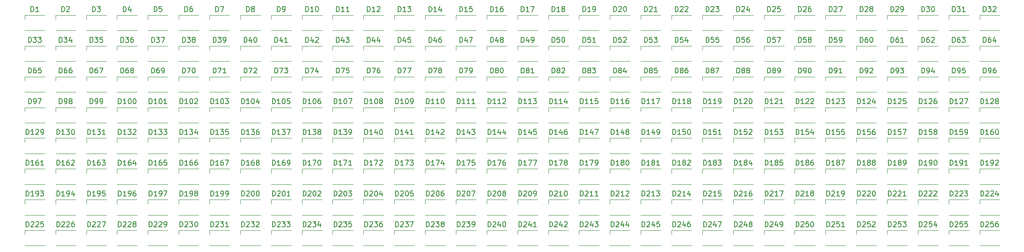
<source format=gbr>
G04 #@! TF.GenerationSoftware,KiCad,Pcbnew,(5.0.1-3-g963ef8bb5)*
G04 #@! TF.CreationDate,2019-06-17T09:36:16+02:00*
G04 #@! TF.ProjectId,cz19-badge,637A31392D62616467652E6B69636164,rev?*
G04 #@! TF.SameCoordinates,Original*
G04 #@! TF.FileFunction,Legend,Top*
G04 #@! TF.FilePolarity,Positive*
%FSLAX46Y46*%
G04 Gerber Fmt 4.6, Leading zero omitted, Abs format (unit mm)*
G04 Created by KiCad (PCBNEW (5.0.1-3-g963ef8bb5)) date 2019 June 17, Monday 09:36:16*
%MOMM*%
%LPD*%
G01*
G04 APERTURE LIST*
%ADD10C,0.120000*%
%ADD11C,0.150000*%
%ADD12R,1.102000X0.902000*%
G04 APERTURE END LIST*
D10*
G04 #@! TO.C,D1*
X54650000Y-71600000D02*
X54650000Y-70800000D01*
X54650000Y-70800000D02*
X58550000Y-70800000D01*
X54650000Y-73800000D02*
X58550000Y-73800000D01*
G04 #@! TO.C,D2*
X60650000Y-71600000D02*
X60650000Y-70800000D01*
X60650000Y-70800000D02*
X64550000Y-70800000D01*
X60650000Y-73800000D02*
X64550000Y-73800000D01*
G04 #@! TO.C,D3*
X66650000Y-71600000D02*
X66650000Y-70800000D01*
X66650000Y-70800000D02*
X70550000Y-70800000D01*
X66650000Y-73800000D02*
X70550000Y-73800000D01*
G04 #@! TO.C,D4*
X72650000Y-71600000D02*
X72650000Y-70800000D01*
X72650000Y-70800000D02*
X76550000Y-70800000D01*
X72650000Y-73800000D02*
X76550000Y-73800000D01*
G04 #@! TO.C,D5*
X78650000Y-71600000D02*
X78650000Y-70800000D01*
X78650000Y-70800000D02*
X82550000Y-70800000D01*
X78650000Y-73800000D02*
X82550000Y-73800000D01*
G04 #@! TO.C,D6*
X84650000Y-71600000D02*
X84650000Y-70800000D01*
X84650000Y-70800000D02*
X88550000Y-70800000D01*
X84650000Y-73800000D02*
X88550000Y-73800000D01*
G04 #@! TO.C,D7*
X90650000Y-71600000D02*
X90650000Y-70800000D01*
X90650000Y-70800000D02*
X94550000Y-70800000D01*
X90650000Y-73800000D02*
X94550000Y-73800000D01*
G04 #@! TO.C,D8*
X96650000Y-71600000D02*
X96650000Y-70800000D01*
X96650000Y-70800000D02*
X100550000Y-70800000D01*
X96650000Y-73800000D02*
X100550000Y-73800000D01*
G04 #@! TO.C,D9*
X102650000Y-71600000D02*
X102650000Y-70800000D01*
X102650000Y-70800000D02*
X106550000Y-70800000D01*
X102650000Y-73800000D02*
X106550000Y-73800000D01*
G04 #@! TO.C,D10*
X108650000Y-71600000D02*
X108650000Y-70800000D01*
X108650000Y-70800000D02*
X112550000Y-70800000D01*
X108650000Y-73800000D02*
X112550000Y-73800000D01*
G04 #@! TO.C,D11*
X114650000Y-71600000D02*
X114650000Y-70800000D01*
X114650000Y-70800000D02*
X118550000Y-70800000D01*
X114650000Y-73800000D02*
X118550000Y-73800000D01*
G04 #@! TO.C,D12*
X120650000Y-71600000D02*
X120650000Y-70800000D01*
X120650000Y-70800000D02*
X124550000Y-70800000D01*
X120650000Y-73800000D02*
X124550000Y-73800000D01*
G04 #@! TO.C,D13*
X126650000Y-71600000D02*
X126650000Y-70800000D01*
X126650000Y-70800000D02*
X130550000Y-70800000D01*
X126650000Y-73800000D02*
X130550000Y-73800000D01*
G04 #@! TO.C,D14*
X132650000Y-71600000D02*
X132650000Y-70800000D01*
X132650000Y-70800000D02*
X136550000Y-70800000D01*
X132650000Y-73800000D02*
X136550000Y-73800000D01*
G04 #@! TO.C,D15*
X138650000Y-71600000D02*
X138650000Y-70800000D01*
X138650000Y-70800000D02*
X142550000Y-70800000D01*
X138650000Y-73800000D02*
X142550000Y-73800000D01*
G04 #@! TO.C,D16*
X144650000Y-71600000D02*
X144650000Y-70800000D01*
X144650000Y-70800000D02*
X148550000Y-70800000D01*
X144650000Y-73800000D02*
X148550000Y-73800000D01*
G04 #@! TO.C,D17*
X150650000Y-71600000D02*
X150650000Y-70800000D01*
X150650000Y-70800000D02*
X154550000Y-70800000D01*
X150650000Y-73800000D02*
X154550000Y-73800000D01*
G04 #@! TO.C,D18*
X156650000Y-71600000D02*
X156650000Y-70800000D01*
X156650000Y-70800000D02*
X160550000Y-70800000D01*
X156650000Y-73800000D02*
X160550000Y-73800000D01*
G04 #@! TO.C,D19*
X162650000Y-71600000D02*
X162650000Y-70800000D01*
X162650000Y-70800000D02*
X166550000Y-70800000D01*
X162650000Y-73800000D02*
X166550000Y-73800000D01*
G04 #@! TO.C,D20*
X168650000Y-71600000D02*
X168650000Y-70800000D01*
X168650000Y-70800000D02*
X172550000Y-70800000D01*
X168650000Y-73800000D02*
X172550000Y-73800000D01*
G04 #@! TO.C,D21*
X174650000Y-71600000D02*
X174650000Y-70800000D01*
X174650000Y-70800000D02*
X178550000Y-70800000D01*
X174650000Y-73800000D02*
X178550000Y-73800000D01*
G04 #@! TO.C,D22*
X180650000Y-71600000D02*
X180650000Y-70800000D01*
X180650000Y-70800000D02*
X184550000Y-70800000D01*
X180650000Y-73800000D02*
X184550000Y-73800000D01*
G04 #@! TO.C,D23*
X186650000Y-71600000D02*
X186650000Y-70800000D01*
X186650000Y-70800000D02*
X190550000Y-70800000D01*
X186650000Y-73800000D02*
X190550000Y-73800000D01*
G04 #@! TO.C,D24*
X192650000Y-71600000D02*
X192650000Y-70800000D01*
X192650000Y-70800000D02*
X196550000Y-70800000D01*
X192650000Y-73800000D02*
X196550000Y-73800000D01*
G04 #@! TO.C,D25*
X198650000Y-71600000D02*
X198650000Y-70800000D01*
X198650000Y-70800000D02*
X202550000Y-70800000D01*
X198650000Y-73800000D02*
X202550000Y-73800000D01*
G04 #@! TO.C,D26*
X204650000Y-71600000D02*
X204650000Y-70800000D01*
X204650000Y-70800000D02*
X208550000Y-70800000D01*
X204650000Y-73800000D02*
X208550000Y-73800000D01*
G04 #@! TO.C,D27*
X210650000Y-71600000D02*
X210650000Y-70800000D01*
X210650000Y-70800000D02*
X214550000Y-70800000D01*
X210650000Y-73800000D02*
X214550000Y-73800000D01*
G04 #@! TO.C,D28*
X216650000Y-71600000D02*
X216650000Y-70800000D01*
X216650000Y-70800000D02*
X220550000Y-70800000D01*
X216650000Y-73800000D02*
X220550000Y-73800000D01*
G04 #@! TO.C,D29*
X222650000Y-71600000D02*
X222650000Y-70800000D01*
X222650000Y-70800000D02*
X226550000Y-70800000D01*
X222650000Y-73800000D02*
X226550000Y-73800000D01*
G04 #@! TO.C,D30*
X228650000Y-71600000D02*
X228650000Y-70800000D01*
X228650000Y-70800000D02*
X232550000Y-70800000D01*
X228650000Y-73800000D02*
X232550000Y-73800000D01*
G04 #@! TO.C,D31*
X234650000Y-71600000D02*
X234650000Y-70800000D01*
X234650000Y-70800000D02*
X238550000Y-70800000D01*
X234650000Y-73800000D02*
X238550000Y-73800000D01*
G04 #@! TO.C,D32*
X240650000Y-71600000D02*
X240650000Y-70800000D01*
X240650000Y-70800000D02*
X244550000Y-70800000D01*
X240650000Y-73800000D02*
X244550000Y-73800000D01*
G04 #@! TO.C,D33*
X54650000Y-79800000D02*
X58550000Y-79800000D01*
X54650000Y-76800000D02*
X58550000Y-76800000D01*
X54650000Y-77600000D02*
X54650000Y-76800000D01*
G04 #@! TO.C,D34*
X60650000Y-79800000D02*
X64550000Y-79800000D01*
X60650000Y-76800000D02*
X64550000Y-76800000D01*
X60650000Y-77600000D02*
X60650000Y-76800000D01*
G04 #@! TO.C,D35*
X66650000Y-79800000D02*
X70550000Y-79800000D01*
X66650000Y-76800000D02*
X70550000Y-76800000D01*
X66650000Y-77600000D02*
X66650000Y-76800000D01*
G04 #@! TO.C,D36*
X72650000Y-79800000D02*
X76550000Y-79800000D01*
X72650000Y-76800000D02*
X76550000Y-76800000D01*
X72650000Y-77600000D02*
X72650000Y-76800000D01*
G04 #@! TO.C,D37*
X78650000Y-79800000D02*
X82550000Y-79800000D01*
X78650000Y-76800000D02*
X82550000Y-76800000D01*
X78650000Y-77600000D02*
X78650000Y-76800000D01*
G04 #@! TO.C,D38*
X84650000Y-79800000D02*
X88550000Y-79800000D01*
X84650000Y-76800000D02*
X88550000Y-76800000D01*
X84650000Y-77600000D02*
X84650000Y-76800000D01*
G04 #@! TO.C,D39*
X90650000Y-79800000D02*
X94550000Y-79800000D01*
X90650000Y-76800000D02*
X94550000Y-76800000D01*
X90650000Y-77600000D02*
X90650000Y-76800000D01*
G04 #@! TO.C,D40*
X96650000Y-79800000D02*
X100550000Y-79800000D01*
X96650000Y-76800000D02*
X100550000Y-76800000D01*
X96650000Y-77600000D02*
X96650000Y-76800000D01*
G04 #@! TO.C,D41*
X102650000Y-79800000D02*
X106550000Y-79800000D01*
X102650000Y-76800000D02*
X106550000Y-76800000D01*
X102650000Y-77600000D02*
X102650000Y-76800000D01*
G04 #@! TO.C,D42*
X108650000Y-79800000D02*
X112550000Y-79800000D01*
X108650000Y-76800000D02*
X112550000Y-76800000D01*
X108650000Y-77600000D02*
X108650000Y-76800000D01*
G04 #@! TO.C,D43*
X114650000Y-79800000D02*
X118550000Y-79800000D01*
X114650000Y-76800000D02*
X118550000Y-76800000D01*
X114650000Y-77600000D02*
X114650000Y-76800000D01*
G04 #@! TO.C,D44*
X120650000Y-79800000D02*
X124550000Y-79800000D01*
X120650000Y-76800000D02*
X124550000Y-76800000D01*
X120650000Y-77600000D02*
X120650000Y-76800000D01*
G04 #@! TO.C,D45*
X126650000Y-79800000D02*
X130550000Y-79800000D01*
X126650000Y-76800000D02*
X130550000Y-76800000D01*
X126650000Y-77600000D02*
X126650000Y-76800000D01*
G04 #@! TO.C,D46*
X132650000Y-79800000D02*
X136550000Y-79800000D01*
X132650000Y-76800000D02*
X136550000Y-76800000D01*
X132650000Y-77600000D02*
X132650000Y-76800000D01*
G04 #@! TO.C,D47*
X138650000Y-79800000D02*
X142550000Y-79800000D01*
X138650000Y-76800000D02*
X142550000Y-76800000D01*
X138650000Y-77600000D02*
X138650000Y-76800000D01*
G04 #@! TO.C,D48*
X144650000Y-79800000D02*
X148550000Y-79800000D01*
X144650000Y-76800000D02*
X148550000Y-76800000D01*
X144650000Y-77600000D02*
X144650000Y-76800000D01*
G04 #@! TO.C,D49*
X150650000Y-79800000D02*
X154550000Y-79800000D01*
X150650000Y-76800000D02*
X154550000Y-76800000D01*
X150650000Y-77600000D02*
X150650000Y-76800000D01*
G04 #@! TO.C,D50*
X156650000Y-79800000D02*
X160550000Y-79800000D01*
X156650000Y-76800000D02*
X160550000Y-76800000D01*
X156650000Y-77600000D02*
X156650000Y-76800000D01*
G04 #@! TO.C,D51*
X162650000Y-79800000D02*
X166550000Y-79800000D01*
X162650000Y-76800000D02*
X166550000Y-76800000D01*
X162650000Y-77600000D02*
X162650000Y-76800000D01*
G04 #@! TO.C,D52*
X168650000Y-79800000D02*
X172550000Y-79800000D01*
X168650000Y-76800000D02*
X172550000Y-76800000D01*
X168650000Y-77600000D02*
X168650000Y-76800000D01*
G04 #@! TO.C,D53*
X174650000Y-79800000D02*
X178550000Y-79800000D01*
X174650000Y-76800000D02*
X178550000Y-76800000D01*
X174650000Y-77600000D02*
X174650000Y-76800000D01*
G04 #@! TO.C,D54*
X180650000Y-79800000D02*
X184550000Y-79800000D01*
X180650000Y-76800000D02*
X184550000Y-76800000D01*
X180650000Y-77600000D02*
X180650000Y-76800000D01*
G04 #@! TO.C,D55*
X186650000Y-79800000D02*
X190550000Y-79800000D01*
X186650000Y-76800000D02*
X190550000Y-76800000D01*
X186650000Y-77600000D02*
X186650000Y-76800000D01*
G04 #@! TO.C,D56*
X192650000Y-79800000D02*
X196550000Y-79800000D01*
X192650000Y-76800000D02*
X196550000Y-76800000D01*
X192650000Y-77600000D02*
X192650000Y-76800000D01*
G04 #@! TO.C,D57*
X198650000Y-79800000D02*
X202550000Y-79800000D01*
X198650000Y-76800000D02*
X202550000Y-76800000D01*
X198650000Y-77600000D02*
X198650000Y-76800000D01*
G04 #@! TO.C,D58*
X204650000Y-79800000D02*
X208550000Y-79800000D01*
X204650000Y-76800000D02*
X208550000Y-76800000D01*
X204650000Y-77600000D02*
X204650000Y-76800000D01*
G04 #@! TO.C,D59*
X210650000Y-79800000D02*
X214550000Y-79800000D01*
X210650000Y-76800000D02*
X214550000Y-76800000D01*
X210650000Y-77600000D02*
X210650000Y-76800000D01*
G04 #@! TO.C,D60*
X216650000Y-79800000D02*
X220550000Y-79800000D01*
X216650000Y-76800000D02*
X220550000Y-76800000D01*
X216650000Y-77600000D02*
X216650000Y-76800000D01*
G04 #@! TO.C,D61*
X222650000Y-79800000D02*
X226550000Y-79800000D01*
X222650000Y-76800000D02*
X226550000Y-76800000D01*
X222650000Y-77600000D02*
X222650000Y-76800000D01*
G04 #@! TO.C,D62*
X228650000Y-79800000D02*
X232550000Y-79800000D01*
X228650000Y-76800000D02*
X232550000Y-76800000D01*
X228650000Y-77600000D02*
X228650000Y-76800000D01*
G04 #@! TO.C,D63*
X234650000Y-79800000D02*
X238550000Y-79800000D01*
X234650000Y-76800000D02*
X238550000Y-76800000D01*
X234650000Y-77600000D02*
X234650000Y-76800000D01*
G04 #@! TO.C,D64*
X240650000Y-79800000D02*
X244550000Y-79800000D01*
X240650000Y-76800000D02*
X244550000Y-76800000D01*
X240650000Y-77600000D02*
X240650000Y-76800000D01*
G04 #@! TO.C,D65*
X54650000Y-83600000D02*
X54650000Y-82800000D01*
X54650000Y-82800000D02*
X58550000Y-82800000D01*
X54650000Y-85800000D02*
X58550000Y-85800000D01*
G04 #@! TO.C,D66*
X60650000Y-83600000D02*
X60650000Y-82800000D01*
X60650000Y-82800000D02*
X64550000Y-82800000D01*
X60650000Y-85800000D02*
X64550000Y-85800000D01*
G04 #@! TO.C,D67*
X66650000Y-83600000D02*
X66650000Y-82800000D01*
X66650000Y-82800000D02*
X70550000Y-82800000D01*
X66650000Y-85800000D02*
X70550000Y-85800000D01*
G04 #@! TO.C,D68*
X72650000Y-83600000D02*
X72650000Y-82800000D01*
X72650000Y-82800000D02*
X76550000Y-82800000D01*
X72650000Y-85800000D02*
X76550000Y-85800000D01*
G04 #@! TO.C,D69*
X78650000Y-83600000D02*
X78650000Y-82800000D01*
X78650000Y-82800000D02*
X82550000Y-82800000D01*
X78650000Y-85800000D02*
X82550000Y-85800000D01*
G04 #@! TO.C,D70*
X84650000Y-83600000D02*
X84650000Y-82800000D01*
X84650000Y-82800000D02*
X88550000Y-82800000D01*
X84650000Y-85800000D02*
X88550000Y-85800000D01*
G04 #@! TO.C,D71*
X90650000Y-83600000D02*
X90650000Y-82800000D01*
X90650000Y-82800000D02*
X94550000Y-82800000D01*
X90650000Y-85800000D02*
X94550000Y-85800000D01*
G04 #@! TO.C,D72*
X96650000Y-83600000D02*
X96650000Y-82800000D01*
X96650000Y-82800000D02*
X100550000Y-82800000D01*
X96650000Y-85800000D02*
X100550000Y-85800000D01*
G04 #@! TO.C,D73*
X102650000Y-83600000D02*
X102650000Y-82800000D01*
X102650000Y-82800000D02*
X106550000Y-82800000D01*
X102650000Y-85800000D02*
X106550000Y-85800000D01*
G04 #@! TO.C,D74*
X108650000Y-83600000D02*
X108650000Y-82800000D01*
X108650000Y-82800000D02*
X112550000Y-82800000D01*
X108650000Y-85800000D02*
X112550000Y-85800000D01*
G04 #@! TO.C,D75*
X114650000Y-83600000D02*
X114650000Y-82800000D01*
X114650000Y-82800000D02*
X118550000Y-82800000D01*
X114650000Y-85800000D02*
X118550000Y-85800000D01*
G04 #@! TO.C,D76*
X120650000Y-83600000D02*
X120650000Y-82800000D01*
X120650000Y-82800000D02*
X124550000Y-82800000D01*
X120650000Y-85800000D02*
X124550000Y-85800000D01*
G04 #@! TO.C,D77*
X126650000Y-83600000D02*
X126650000Y-82800000D01*
X126650000Y-82800000D02*
X130550000Y-82800000D01*
X126650000Y-85800000D02*
X130550000Y-85800000D01*
G04 #@! TO.C,D78*
X132650000Y-83600000D02*
X132650000Y-82800000D01*
X132650000Y-82800000D02*
X136550000Y-82800000D01*
X132650000Y-85800000D02*
X136550000Y-85800000D01*
G04 #@! TO.C,D79*
X138650000Y-83600000D02*
X138650000Y-82800000D01*
X138650000Y-82800000D02*
X142550000Y-82800000D01*
X138650000Y-85800000D02*
X142550000Y-85800000D01*
G04 #@! TO.C,D80*
X144650000Y-83600000D02*
X144650000Y-82800000D01*
X144650000Y-82800000D02*
X148550000Y-82800000D01*
X144650000Y-85800000D02*
X148550000Y-85800000D01*
G04 #@! TO.C,D81*
X150650000Y-83600000D02*
X150650000Y-82800000D01*
X150650000Y-82800000D02*
X154550000Y-82800000D01*
X150650000Y-85800000D02*
X154550000Y-85800000D01*
G04 #@! TO.C,D82*
X156650000Y-83600000D02*
X156650000Y-82800000D01*
X156650000Y-82800000D02*
X160550000Y-82800000D01*
X156650000Y-85800000D02*
X160550000Y-85800000D01*
G04 #@! TO.C,D83*
X162650000Y-83600000D02*
X162650000Y-82800000D01*
X162650000Y-82800000D02*
X166550000Y-82800000D01*
X162650000Y-85800000D02*
X166550000Y-85800000D01*
G04 #@! TO.C,D84*
X168650000Y-83600000D02*
X168650000Y-82800000D01*
X168650000Y-82800000D02*
X172550000Y-82800000D01*
X168650000Y-85800000D02*
X172550000Y-85800000D01*
G04 #@! TO.C,D85*
X174650000Y-83600000D02*
X174650000Y-82800000D01*
X174650000Y-82800000D02*
X178550000Y-82800000D01*
X174650000Y-85800000D02*
X178550000Y-85800000D01*
G04 #@! TO.C,D86*
X180650000Y-83600000D02*
X180650000Y-82800000D01*
X180650000Y-82800000D02*
X184550000Y-82800000D01*
X180650000Y-85800000D02*
X184550000Y-85800000D01*
G04 #@! TO.C,D87*
X186650000Y-83600000D02*
X186650000Y-82800000D01*
X186650000Y-82800000D02*
X190550000Y-82800000D01*
X186650000Y-85800000D02*
X190550000Y-85800000D01*
G04 #@! TO.C,D88*
X192650000Y-83600000D02*
X192650000Y-82800000D01*
X192650000Y-82800000D02*
X196550000Y-82800000D01*
X192650000Y-85800000D02*
X196550000Y-85800000D01*
G04 #@! TO.C,D89*
X198650000Y-83600000D02*
X198650000Y-82800000D01*
X198650000Y-82800000D02*
X202550000Y-82800000D01*
X198650000Y-85800000D02*
X202550000Y-85800000D01*
G04 #@! TO.C,D90*
X204650000Y-83600000D02*
X204650000Y-82800000D01*
X204650000Y-82800000D02*
X208550000Y-82800000D01*
X204650000Y-85800000D02*
X208550000Y-85800000D01*
G04 #@! TO.C,D91*
X210650000Y-83600000D02*
X210650000Y-82800000D01*
X210650000Y-82800000D02*
X214550000Y-82800000D01*
X210650000Y-85800000D02*
X214550000Y-85800000D01*
G04 #@! TO.C,D92*
X216650000Y-83600000D02*
X216650000Y-82800000D01*
X216650000Y-82800000D02*
X220550000Y-82800000D01*
X216650000Y-85800000D02*
X220550000Y-85800000D01*
G04 #@! TO.C,D93*
X222650000Y-83600000D02*
X222650000Y-82800000D01*
X222650000Y-82800000D02*
X226550000Y-82800000D01*
X222650000Y-85800000D02*
X226550000Y-85800000D01*
G04 #@! TO.C,D94*
X228650000Y-83600000D02*
X228650000Y-82800000D01*
X228650000Y-82800000D02*
X232550000Y-82800000D01*
X228650000Y-85800000D02*
X232550000Y-85800000D01*
G04 #@! TO.C,D95*
X234650000Y-83600000D02*
X234650000Y-82800000D01*
X234650000Y-82800000D02*
X238550000Y-82800000D01*
X234650000Y-85800000D02*
X238550000Y-85800000D01*
G04 #@! TO.C,D96*
X240650000Y-85800000D02*
X244550000Y-85800000D01*
X240650000Y-82800000D02*
X244550000Y-82800000D01*
X240650000Y-83600000D02*
X240650000Y-82800000D01*
G04 #@! TO.C,D97*
X54650000Y-91800000D02*
X58550000Y-91800000D01*
X54650000Y-88800000D02*
X58550000Y-88800000D01*
X54650000Y-89600000D02*
X54650000Y-88800000D01*
G04 #@! TO.C,D98*
X60650000Y-91800000D02*
X64550000Y-91800000D01*
X60650000Y-88800000D02*
X64550000Y-88800000D01*
X60650000Y-89600000D02*
X60650000Y-88800000D01*
G04 #@! TO.C,D99*
X66650000Y-91800000D02*
X70550000Y-91800000D01*
X66650000Y-88800000D02*
X70550000Y-88800000D01*
X66650000Y-89600000D02*
X66650000Y-88800000D01*
G04 #@! TO.C,D100*
X72650000Y-91800000D02*
X76550000Y-91800000D01*
X72650000Y-88800000D02*
X76550000Y-88800000D01*
X72650000Y-89600000D02*
X72650000Y-88800000D01*
G04 #@! TO.C,D101*
X78650000Y-91800000D02*
X82550000Y-91800000D01*
X78650000Y-88800000D02*
X82550000Y-88800000D01*
X78650000Y-89600000D02*
X78650000Y-88800000D01*
G04 #@! TO.C,D102*
X84650000Y-91800000D02*
X88550000Y-91800000D01*
X84650000Y-88800000D02*
X88550000Y-88800000D01*
X84650000Y-89600000D02*
X84650000Y-88800000D01*
G04 #@! TO.C,D103*
X90650000Y-91800000D02*
X94550000Y-91800000D01*
X90650000Y-88800000D02*
X94550000Y-88800000D01*
X90650000Y-89600000D02*
X90650000Y-88800000D01*
G04 #@! TO.C,D104*
X96650000Y-91800000D02*
X100550000Y-91800000D01*
X96650000Y-88800000D02*
X100550000Y-88800000D01*
X96650000Y-89600000D02*
X96650000Y-88800000D01*
G04 #@! TO.C,D105*
X102650000Y-91800000D02*
X106550000Y-91800000D01*
X102650000Y-88800000D02*
X106550000Y-88800000D01*
X102650000Y-89600000D02*
X102650000Y-88800000D01*
G04 #@! TO.C,D106*
X108650000Y-91800000D02*
X112550000Y-91800000D01*
X108650000Y-88800000D02*
X112550000Y-88800000D01*
X108650000Y-89600000D02*
X108650000Y-88800000D01*
G04 #@! TO.C,D107*
X114650000Y-91800000D02*
X118550000Y-91800000D01*
X114650000Y-88800000D02*
X118550000Y-88800000D01*
X114650000Y-89600000D02*
X114650000Y-88800000D01*
G04 #@! TO.C,D108*
X120650000Y-91800000D02*
X124550000Y-91800000D01*
X120650000Y-88800000D02*
X124550000Y-88800000D01*
X120650000Y-89600000D02*
X120650000Y-88800000D01*
G04 #@! TO.C,D109*
X126650000Y-91800000D02*
X130550000Y-91800000D01*
X126650000Y-88800000D02*
X130550000Y-88800000D01*
X126650000Y-89600000D02*
X126650000Y-88800000D01*
G04 #@! TO.C,D110*
X132650000Y-89600000D02*
X132650000Y-88800000D01*
X132650000Y-88800000D02*
X136550000Y-88800000D01*
X132650000Y-91800000D02*
X136550000Y-91800000D01*
G04 #@! TO.C,D111*
X138650000Y-91800000D02*
X142550000Y-91800000D01*
X138650000Y-88800000D02*
X142550000Y-88800000D01*
X138650000Y-89600000D02*
X138650000Y-88800000D01*
G04 #@! TO.C,D112*
X144650000Y-91800000D02*
X148550000Y-91800000D01*
X144650000Y-88800000D02*
X148550000Y-88800000D01*
X144650000Y-89600000D02*
X144650000Y-88800000D01*
G04 #@! TO.C,D113*
X150650000Y-91800000D02*
X154550000Y-91800000D01*
X150650000Y-88800000D02*
X154550000Y-88800000D01*
X150650000Y-89600000D02*
X150650000Y-88800000D01*
G04 #@! TO.C,D114*
X156650000Y-91800000D02*
X160550000Y-91800000D01*
X156650000Y-88800000D02*
X160550000Y-88800000D01*
X156650000Y-89600000D02*
X156650000Y-88800000D01*
G04 #@! TO.C,D115*
X162650000Y-91800000D02*
X166550000Y-91800000D01*
X162650000Y-88800000D02*
X166550000Y-88800000D01*
X162650000Y-89600000D02*
X162650000Y-88800000D01*
G04 #@! TO.C,D116*
X168650000Y-91800000D02*
X172550000Y-91800000D01*
X168650000Y-88800000D02*
X172550000Y-88800000D01*
X168650000Y-89600000D02*
X168650000Y-88800000D01*
G04 #@! TO.C,D117*
X174650000Y-91800000D02*
X178550000Y-91800000D01*
X174650000Y-88800000D02*
X178550000Y-88800000D01*
X174650000Y-89600000D02*
X174650000Y-88800000D01*
G04 #@! TO.C,D118*
X180650000Y-91800000D02*
X184550000Y-91800000D01*
X180650000Y-88800000D02*
X184550000Y-88800000D01*
X180650000Y-89600000D02*
X180650000Y-88800000D01*
G04 #@! TO.C,D119*
X186650000Y-91800000D02*
X190550000Y-91800000D01*
X186650000Y-88800000D02*
X190550000Y-88800000D01*
X186650000Y-89600000D02*
X186650000Y-88800000D01*
G04 #@! TO.C,D120*
X192650000Y-91800000D02*
X196550000Y-91800000D01*
X192650000Y-88800000D02*
X196550000Y-88800000D01*
X192650000Y-89600000D02*
X192650000Y-88800000D01*
G04 #@! TO.C,D121*
X198650000Y-91800000D02*
X202550000Y-91800000D01*
X198650000Y-88800000D02*
X202550000Y-88800000D01*
X198650000Y-89600000D02*
X198650000Y-88800000D01*
G04 #@! TO.C,D122*
X204650000Y-91800000D02*
X208550000Y-91800000D01*
X204650000Y-88800000D02*
X208550000Y-88800000D01*
X204650000Y-89600000D02*
X204650000Y-88800000D01*
G04 #@! TO.C,D123*
X210650000Y-91800000D02*
X214550000Y-91800000D01*
X210650000Y-88800000D02*
X214550000Y-88800000D01*
X210650000Y-89600000D02*
X210650000Y-88800000D01*
G04 #@! TO.C,D124*
X216650000Y-91800000D02*
X220550000Y-91800000D01*
X216650000Y-88800000D02*
X220550000Y-88800000D01*
X216650000Y-89600000D02*
X216650000Y-88800000D01*
G04 #@! TO.C,D125*
X222650000Y-91800000D02*
X226550000Y-91800000D01*
X222650000Y-88800000D02*
X226550000Y-88800000D01*
X222650000Y-89600000D02*
X222650000Y-88800000D01*
G04 #@! TO.C,D126*
X228650000Y-91800000D02*
X232550000Y-91800000D01*
X228650000Y-88800000D02*
X232550000Y-88800000D01*
X228650000Y-89600000D02*
X228650000Y-88800000D01*
G04 #@! TO.C,D127*
X234650000Y-91800000D02*
X238550000Y-91800000D01*
X234650000Y-88800000D02*
X238550000Y-88800000D01*
X234650000Y-89600000D02*
X234650000Y-88800000D01*
G04 #@! TO.C,D128*
X240650000Y-89600000D02*
X240650000Y-88800000D01*
X240650000Y-88800000D02*
X244550000Y-88800000D01*
X240650000Y-91800000D02*
X244550000Y-91800000D01*
G04 #@! TO.C,D129*
X54650000Y-95600000D02*
X54650000Y-94800000D01*
X54650000Y-94800000D02*
X58550000Y-94800000D01*
X54650000Y-97800000D02*
X58550000Y-97800000D01*
G04 #@! TO.C,D130*
X60650000Y-95600000D02*
X60650000Y-94800000D01*
X60650000Y-94800000D02*
X64550000Y-94800000D01*
X60650000Y-97800000D02*
X64550000Y-97800000D01*
G04 #@! TO.C,D131*
X66650000Y-95600000D02*
X66650000Y-94800000D01*
X66650000Y-94800000D02*
X70550000Y-94800000D01*
X66650000Y-97800000D02*
X70550000Y-97800000D01*
G04 #@! TO.C,D132*
X72650000Y-95600000D02*
X72650000Y-94800000D01*
X72650000Y-94800000D02*
X76550000Y-94800000D01*
X72650000Y-97800000D02*
X76550000Y-97800000D01*
G04 #@! TO.C,D133*
X78650000Y-95600000D02*
X78650000Y-94800000D01*
X78650000Y-94800000D02*
X82550000Y-94800000D01*
X78650000Y-97800000D02*
X82550000Y-97800000D01*
G04 #@! TO.C,D134*
X84650000Y-95600000D02*
X84650000Y-94800000D01*
X84650000Y-94800000D02*
X88550000Y-94800000D01*
X84650000Y-97800000D02*
X88550000Y-97800000D01*
G04 #@! TO.C,D135*
X90650000Y-95600000D02*
X90650000Y-94800000D01*
X90650000Y-94800000D02*
X94550000Y-94800000D01*
X90650000Y-97800000D02*
X94550000Y-97800000D01*
G04 #@! TO.C,D136*
X96650000Y-95600000D02*
X96650000Y-94800000D01*
X96650000Y-94800000D02*
X100550000Y-94800000D01*
X96650000Y-97800000D02*
X100550000Y-97800000D01*
G04 #@! TO.C,D137*
X102650000Y-95600000D02*
X102650000Y-94800000D01*
X102650000Y-94800000D02*
X106550000Y-94800000D01*
X102650000Y-97800000D02*
X106550000Y-97800000D01*
G04 #@! TO.C,D138*
X108650000Y-95600000D02*
X108650000Y-94800000D01*
X108650000Y-94800000D02*
X112550000Y-94800000D01*
X108650000Y-97800000D02*
X112550000Y-97800000D01*
G04 #@! TO.C,D139*
X114650000Y-95600000D02*
X114650000Y-94800000D01*
X114650000Y-94800000D02*
X118550000Y-94800000D01*
X114650000Y-97800000D02*
X118550000Y-97800000D01*
G04 #@! TO.C,D140*
X120650000Y-95600000D02*
X120650000Y-94800000D01*
X120650000Y-94800000D02*
X124550000Y-94800000D01*
X120650000Y-97800000D02*
X124550000Y-97800000D01*
G04 #@! TO.C,D141*
X126650000Y-95600000D02*
X126650000Y-94800000D01*
X126650000Y-94800000D02*
X130550000Y-94800000D01*
X126650000Y-97800000D02*
X130550000Y-97800000D01*
G04 #@! TO.C,D142*
X132650000Y-95600000D02*
X132650000Y-94800000D01*
X132650000Y-94800000D02*
X136550000Y-94800000D01*
X132650000Y-97800000D02*
X136550000Y-97800000D01*
G04 #@! TO.C,D143*
X138650000Y-95600000D02*
X138650000Y-94800000D01*
X138650000Y-94800000D02*
X142550000Y-94800000D01*
X138650000Y-97800000D02*
X142550000Y-97800000D01*
G04 #@! TO.C,D144*
X144650000Y-95600000D02*
X144650000Y-94800000D01*
X144650000Y-94800000D02*
X148550000Y-94800000D01*
X144650000Y-97800000D02*
X148550000Y-97800000D01*
G04 #@! TO.C,D145*
X150650000Y-95600000D02*
X150650000Y-94800000D01*
X150650000Y-94800000D02*
X154550000Y-94800000D01*
X150650000Y-97800000D02*
X154550000Y-97800000D01*
G04 #@! TO.C,D146*
X156650000Y-95600000D02*
X156650000Y-94800000D01*
X156650000Y-94800000D02*
X160550000Y-94800000D01*
X156650000Y-97800000D02*
X160550000Y-97800000D01*
G04 #@! TO.C,D147*
X162650000Y-95600000D02*
X162650000Y-94800000D01*
X162650000Y-94800000D02*
X166550000Y-94800000D01*
X162650000Y-97800000D02*
X166550000Y-97800000D01*
G04 #@! TO.C,D148*
X168650000Y-95600000D02*
X168650000Y-94800000D01*
X168650000Y-94800000D02*
X172550000Y-94800000D01*
X168650000Y-97800000D02*
X172550000Y-97800000D01*
G04 #@! TO.C,D149*
X174650000Y-95600000D02*
X174650000Y-94800000D01*
X174650000Y-94800000D02*
X178550000Y-94800000D01*
X174650000Y-97800000D02*
X178550000Y-97800000D01*
G04 #@! TO.C,D150*
X180650000Y-95600000D02*
X180650000Y-94800000D01*
X180650000Y-94800000D02*
X184550000Y-94800000D01*
X180650000Y-97800000D02*
X184550000Y-97800000D01*
G04 #@! TO.C,D151*
X186650000Y-95600000D02*
X186650000Y-94800000D01*
X186650000Y-94800000D02*
X190550000Y-94800000D01*
X186650000Y-97800000D02*
X190550000Y-97800000D01*
G04 #@! TO.C,D152*
X192650000Y-95600000D02*
X192650000Y-94800000D01*
X192650000Y-94800000D02*
X196550000Y-94800000D01*
X192650000Y-97800000D02*
X196550000Y-97800000D01*
G04 #@! TO.C,D153*
X198650000Y-95600000D02*
X198650000Y-94800000D01*
X198650000Y-94800000D02*
X202550000Y-94800000D01*
X198650000Y-97800000D02*
X202550000Y-97800000D01*
G04 #@! TO.C,D154*
X204650000Y-95600000D02*
X204650000Y-94800000D01*
X204650000Y-94800000D02*
X208550000Y-94800000D01*
X204650000Y-97800000D02*
X208550000Y-97800000D01*
G04 #@! TO.C,D155*
X210650000Y-95600000D02*
X210650000Y-94800000D01*
X210650000Y-94800000D02*
X214550000Y-94800000D01*
X210650000Y-97800000D02*
X214550000Y-97800000D01*
G04 #@! TO.C,D156*
X216650000Y-95600000D02*
X216650000Y-94800000D01*
X216650000Y-94800000D02*
X220550000Y-94800000D01*
X216650000Y-97800000D02*
X220550000Y-97800000D01*
G04 #@! TO.C,D157*
X222650000Y-95600000D02*
X222650000Y-94800000D01*
X222650000Y-94800000D02*
X226550000Y-94800000D01*
X222650000Y-97800000D02*
X226550000Y-97800000D01*
G04 #@! TO.C,D158*
X228650000Y-95600000D02*
X228650000Y-94800000D01*
X228650000Y-94800000D02*
X232550000Y-94800000D01*
X228650000Y-97800000D02*
X232550000Y-97800000D01*
G04 #@! TO.C,D159*
X234650000Y-95600000D02*
X234650000Y-94800000D01*
X234650000Y-94800000D02*
X238550000Y-94800000D01*
X234650000Y-97800000D02*
X238550000Y-97800000D01*
G04 #@! TO.C,D160*
X240650000Y-97800000D02*
X244550000Y-97800000D01*
X240650000Y-94800000D02*
X244550000Y-94800000D01*
X240650000Y-95600000D02*
X240650000Y-94800000D01*
G04 #@! TO.C,D161*
X54650000Y-103800000D02*
X58550000Y-103800000D01*
X54650000Y-100800000D02*
X58550000Y-100800000D01*
X54650000Y-101600000D02*
X54650000Y-100800000D01*
G04 #@! TO.C,D162*
X60650000Y-103800000D02*
X64550000Y-103800000D01*
X60650000Y-100800000D02*
X64550000Y-100800000D01*
X60650000Y-101600000D02*
X60650000Y-100800000D01*
G04 #@! TO.C,D163*
X66650000Y-103800000D02*
X70550000Y-103800000D01*
X66650000Y-100800000D02*
X70550000Y-100800000D01*
X66650000Y-101600000D02*
X66650000Y-100800000D01*
G04 #@! TO.C,D164*
X72650000Y-103800000D02*
X76550000Y-103800000D01*
X72650000Y-100800000D02*
X76550000Y-100800000D01*
X72650000Y-101600000D02*
X72650000Y-100800000D01*
G04 #@! TO.C,D165*
X78650000Y-103800000D02*
X82550000Y-103800000D01*
X78650000Y-100800000D02*
X82550000Y-100800000D01*
X78650000Y-101600000D02*
X78650000Y-100800000D01*
G04 #@! TO.C,D166*
X84650000Y-103800000D02*
X88550000Y-103800000D01*
X84650000Y-100800000D02*
X88550000Y-100800000D01*
X84650000Y-101600000D02*
X84650000Y-100800000D01*
G04 #@! TO.C,D167*
X90650000Y-103800000D02*
X94550000Y-103800000D01*
X90650000Y-100800000D02*
X94550000Y-100800000D01*
X90650000Y-101600000D02*
X90650000Y-100800000D01*
G04 #@! TO.C,D168*
X96650000Y-103800000D02*
X100550000Y-103800000D01*
X96650000Y-100800000D02*
X100550000Y-100800000D01*
X96650000Y-101600000D02*
X96650000Y-100800000D01*
G04 #@! TO.C,D169*
X102650000Y-103800000D02*
X106550000Y-103800000D01*
X102650000Y-100800000D02*
X106550000Y-100800000D01*
X102650000Y-101600000D02*
X102650000Y-100800000D01*
G04 #@! TO.C,D170*
X108650000Y-103800000D02*
X112550000Y-103800000D01*
X108650000Y-100800000D02*
X112550000Y-100800000D01*
X108650000Y-101600000D02*
X108650000Y-100800000D01*
G04 #@! TO.C,D171*
X114650000Y-103800000D02*
X118550000Y-103800000D01*
X114650000Y-100800000D02*
X118550000Y-100800000D01*
X114650000Y-101600000D02*
X114650000Y-100800000D01*
G04 #@! TO.C,D172*
X120650000Y-103800000D02*
X124550000Y-103800000D01*
X120650000Y-100800000D02*
X124550000Y-100800000D01*
X120650000Y-101600000D02*
X120650000Y-100800000D01*
G04 #@! TO.C,D173*
X126650000Y-103800000D02*
X130550000Y-103800000D01*
X126650000Y-100800000D02*
X130550000Y-100800000D01*
X126650000Y-101600000D02*
X126650000Y-100800000D01*
G04 #@! TO.C,D174*
X132650000Y-103800000D02*
X136550000Y-103800000D01*
X132650000Y-100800000D02*
X136550000Y-100800000D01*
X132650000Y-101600000D02*
X132650000Y-100800000D01*
G04 #@! TO.C,D175*
X138650000Y-103800000D02*
X142550000Y-103800000D01*
X138650000Y-100800000D02*
X142550000Y-100800000D01*
X138650000Y-101600000D02*
X138650000Y-100800000D01*
G04 #@! TO.C,D176*
X144650000Y-103800000D02*
X148550000Y-103800000D01*
X144650000Y-100800000D02*
X148550000Y-100800000D01*
X144650000Y-101600000D02*
X144650000Y-100800000D01*
G04 #@! TO.C,D177*
X150650000Y-103800000D02*
X154550000Y-103800000D01*
X150650000Y-100800000D02*
X154550000Y-100800000D01*
X150650000Y-101600000D02*
X150650000Y-100800000D01*
G04 #@! TO.C,D178*
X156650000Y-103800000D02*
X160550000Y-103800000D01*
X156650000Y-100800000D02*
X160550000Y-100800000D01*
X156650000Y-101600000D02*
X156650000Y-100800000D01*
G04 #@! TO.C,D179*
X162650000Y-103800000D02*
X166550000Y-103800000D01*
X162650000Y-100800000D02*
X166550000Y-100800000D01*
X162650000Y-101600000D02*
X162650000Y-100800000D01*
G04 #@! TO.C,D180*
X168650000Y-103800000D02*
X172550000Y-103800000D01*
X168650000Y-100800000D02*
X172550000Y-100800000D01*
X168650000Y-101600000D02*
X168650000Y-100800000D01*
G04 #@! TO.C,D181*
X174650000Y-103800000D02*
X178550000Y-103800000D01*
X174650000Y-100800000D02*
X178550000Y-100800000D01*
X174650000Y-101600000D02*
X174650000Y-100800000D01*
G04 #@! TO.C,D182*
X180650000Y-103800000D02*
X184550000Y-103800000D01*
X180650000Y-100800000D02*
X184550000Y-100800000D01*
X180650000Y-101600000D02*
X180650000Y-100800000D01*
G04 #@! TO.C,D183*
X186650000Y-103800000D02*
X190550000Y-103800000D01*
X186650000Y-100800000D02*
X190550000Y-100800000D01*
X186650000Y-101600000D02*
X186650000Y-100800000D01*
G04 #@! TO.C,D184*
X192650000Y-103800000D02*
X196550000Y-103800000D01*
X192650000Y-100800000D02*
X196550000Y-100800000D01*
X192650000Y-101600000D02*
X192650000Y-100800000D01*
G04 #@! TO.C,D185*
X198650000Y-103800000D02*
X202550000Y-103800000D01*
X198650000Y-100800000D02*
X202550000Y-100800000D01*
X198650000Y-101600000D02*
X198650000Y-100800000D01*
G04 #@! TO.C,D186*
X204650000Y-103800000D02*
X208550000Y-103800000D01*
X204650000Y-100800000D02*
X208550000Y-100800000D01*
X204650000Y-101600000D02*
X204650000Y-100800000D01*
G04 #@! TO.C,D187*
X210650000Y-103800000D02*
X214550000Y-103800000D01*
X210650000Y-100800000D02*
X214550000Y-100800000D01*
X210650000Y-101600000D02*
X210650000Y-100800000D01*
G04 #@! TO.C,D188*
X216650000Y-103800000D02*
X220550000Y-103800000D01*
X216650000Y-100800000D02*
X220550000Y-100800000D01*
X216650000Y-101600000D02*
X216650000Y-100800000D01*
G04 #@! TO.C,D189*
X222650000Y-103800000D02*
X226550000Y-103800000D01*
X222650000Y-100800000D02*
X226550000Y-100800000D01*
X222650000Y-101600000D02*
X222650000Y-100800000D01*
G04 #@! TO.C,D190*
X228650000Y-103800000D02*
X232550000Y-103800000D01*
X228650000Y-100800000D02*
X232550000Y-100800000D01*
X228650000Y-101600000D02*
X228650000Y-100800000D01*
G04 #@! TO.C,D191*
X234650000Y-103800000D02*
X238550000Y-103800000D01*
X234650000Y-100800000D02*
X238550000Y-100800000D01*
X234650000Y-101600000D02*
X234650000Y-100800000D01*
G04 #@! TO.C,D192*
X240650000Y-101600000D02*
X240650000Y-100800000D01*
X240650000Y-100800000D02*
X244550000Y-100800000D01*
X240650000Y-103800000D02*
X244550000Y-103800000D01*
G04 #@! TO.C,D193*
X54650000Y-107600000D02*
X54650000Y-106800000D01*
X54650000Y-106800000D02*
X58550000Y-106800000D01*
X54650000Y-109800000D02*
X58550000Y-109800000D01*
G04 #@! TO.C,D194*
X60650000Y-107600000D02*
X60650000Y-106800000D01*
X60650000Y-106800000D02*
X64550000Y-106800000D01*
X60650000Y-109800000D02*
X64550000Y-109800000D01*
G04 #@! TO.C,D195*
X66650000Y-107600000D02*
X66650000Y-106800000D01*
X66650000Y-106800000D02*
X70550000Y-106800000D01*
X66650000Y-109800000D02*
X70550000Y-109800000D01*
G04 #@! TO.C,D196*
X72650000Y-107600000D02*
X72650000Y-106800000D01*
X72650000Y-106800000D02*
X76550000Y-106800000D01*
X72650000Y-109800000D02*
X76550000Y-109800000D01*
G04 #@! TO.C,D197*
X78650000Y-107600000D02*
X78650000Y-106800000D01*
X78650000Y-106800000D02*
X82550000Y-106800000D01*
X78650000Y-109800000D02*
X82550000Y-109800000D01*
G04 #@! TO.C,D198*
X84650000Y-107600000D02*
X84650000Y-106800000D01*
X84650000Y-106800000D02*
X88550000Y-106800000D01*
X84650000Y-109800000D02*
X88550000Y-109800000D01*
G04 #@! TO.C,D199*
X90650000Y-107600000D02*
X90650000Y-106800000D01*
X90650000Y-106800000D02*
X94550000Y-106800000D01*
X90650000Y-109800000D02*
X94550000Y-109800000D01*
G04 #@! TO.C,D200*
X96650000Y-107600000D02*
X96650000Y-106800000D01*
X96650000Y-106800000D02*
X100550000Y-106800000D01*
X96650000Y-109800000D02*
X100550000Y-109800000D01*
G04 #@! TO.C,D201*
X102650000Y-107600000D02*
X102650000Y-106800000D01*
X102650000Y-106800000D02*
X106550000Y-106800000D01*
X102650000Y-109800000D02*
X106550000Y-109800000D01*
G04 #@! TO.C,D202*
X108650000Y-107600000D02*
X108650000Y-106800000D01*
X108650000Y-106800000D02*
X112550000Y-106800000D01*
X108650000Y-109800000D02*
X112550000Y-109800000D01*
G04 #@! TO.C,D203*
X114650000Y-107600000D02*
X114650000Y-106800000D01*
X114650000Y-106800000D02*
X118550000Y-106800000D01*
X114650000Y-109800000D02*
X118550000Y-109800000D01*
G04 #@! TO.C,D204*
X120650000Y-107600000D02*
X120650000Y-106800000D01*
X120650000Y-106800000D02*
X124550000Y-106800000D01*
X120650000Y-109800000D02*
X124550000Y-109800000D01*
G04 #@! TO.C,D205*
X126650000Y-107600000D02*
X126650000Y-106800000D01*
X126650000Y-106800000D02*
X130550000Y-106800000D01*
X126650000Y-109800000D02*
X130550000Y-109800000D01*
G04 #@! TO.C,D206*
X132650000Y-107600000D02*
X132650000Y-106800000D01*
X132650000Y-106800000D02*
X136550000Y-106800000D01*
X132650000Y-109800000D02*
X136550000Y-109800000D01*
G04 #@! TO.C,D207*
X138650000Y-107600000D02*
X138650000Y-106800000D01*
X138650000Y-106800000D02*
X142550000Y-106800000D01*
X138650000Y-109800000D02*
X142550000Y-109800000D01*
G04 #@! TO.C,D208*
X144650000Y-107600000D02*
X144650000Y-106800000D01*
X144650000Y-106800000D02*
X148550000Y-106800000D01*
X144650000Y-109800000D02*
X148550000Y-109800000D01*
G04 #@! TO.C,D209*
X150650000Y-109800000D02*
X154550000Y-109800000D01*
X150650000Y-106800000D02*
X154550000Y-106800000D01*
X150650000Y-107600000D02*
X150650000Y-106800000D01*
G04 #@! TO.C,D210*
X156650000Y-107600000D02*
X156650000Y-106800000D01*
X156650000Y-106800000D02*
X160550000Y-106800000D01*
X156650000Y-109800000D02*
X160550000Y-109800000D01*
G04 #@! TO.C,D211*
X162650000Y-107600000D02*
X162650000Y-106800000D01*
X162650000Y-106800000D02*
X166550000Y-106800000D01*
X162650000Y-109800000D02*
X166550000Y-109800000D01*
G04 #@! TO.C,D212*
X168650000Y-107600000D02*
X168650000Y-106800000D01*
X168650000Y-106800000D02*
X172550000Y-106800000D01*
X168650000Y-109800000D02*
X172550000Y-109800000D01*
G04 #@! TO.C,D213*
X174650000Y-107600000D02*
X174650000Y-106800000D01*
X174650000Y-106800000D02*
X178550000Y-106800000D01*
X174650000Y-109800000D02*
X178550000Y-109800000D01*
G04 #@! TO.C,D214*
X180650000Y-107600000D02*
X180650000Y-106800000D01*
X180650000Y-106800000D02*
X184550000Y-106800000D01*
X180650000Y-109800000D02*
X184550000Y-109800000D01*
G04 #@! TO.C,D215*
X186650000Y-107600000D02*
X186650000Y-106800000D01*
X186650000Y-106800000D02*
X190550000Y-106800000D01*
X186650000Y-109800000D02*
X190550000Y-109800000D01*
G04 #@! TO.C,D216*
X192650000Y-107600000D02*
X192650000Y-106800000D01*
X192650000Y-106800000D02*
X196550000Y-106800000D01*
X192650000Y-109800000D02*
X196550000Y-109800000D01*
G04 #@! TO.C,D217*
X198650000Y-107600000D02*
X198650000Y-106800000D01*
X198650000Y-106800000D02*
X202550000Y-106800000D01*
X198650000Y-109800000D02*
X202550000Y-109800000D01*
G04 #@! TO.C,D218*
X204650000Y-107600000D02*
X204650000Y-106800000D01*
X204650000Y-106800000D02*
X208550000Y-106800000D01*
X204650000Y-109800000D02*
X208550000Y-109800000D01*
G04 #@! TO.C,D219*
X210650000Y-107600000D02*
X210650000Y-106800000D01*
X210650000Y-106800000D02*
X214550000Y-106800000D01*
X210650000Y-109800000D02*
X214550000Y-109800000D01*
G04 #@! TO.C,D220*
X216650000Y-107600000D02*
X216650000Y-106800000D01*
X216650000Y-106800000D02*
X220550000Y-106800000D01*
X216650000Y-109800000D02*
X220550000Y-109800000D01*
G04 #@! TO.C,D221*
X222650000Y-107600000D02*
X222650000Y-106800000D01*
X222650000Y-106800000D02*
X226550000Y-106800000D01*
X222650000Y-109800000D02*
X226550000Y-109800000D01*
G04 #@! TO.C,D222*
X228650000Y-107600000D02*
X228650000Y-106800000D01*
X228650000Y-106800000D02*
X232550000Y-106800000D01*
X228650000Y-109800000D02*
X232550000Y-109800000D01*
G04 #@! TO.C,D223*
X234650000Y-107600000D02*
X234650000Y-106800000D01*
X234650000Y-106800000D02*
X238550000Y-106800000D01*
X234650000Y-109800000D02*
X238550000Y-109800000D01*
G04 #@! TO.C,D224*
X240650000Y-107600000D02*
X240650000Y-106800000D01*
X240650000Y-106800000D02*
X244550000Y-106800000D01*
X240650000Y-109800000D02*
X244550000Y-109800000D01*
G04 #@! TO.C,D225*
X54650000Y-115800000D02*
X58550000Y-115800000D01*
X54650000Y-112800000D02*
X58550000Y-112800000D01*
X54650000Y-113600000D02*
X54650000Y-112800000D01*
G04 #@! TO.C,D226*
X60650000Y-115800000D02*
X64550000Y-115800000D01*
X60650000Y-112800000D02*
X64550000Y-112800000D01*
X60650000Y-113600000D02*
X60650000Y-112800000D01*
G04 #@! TO.C,D227*
X66650000Y-115800000D02*
X70550000Y-115800000D01*
X66650000Y-112800000D02*
X70550000Y-112800000D01*
X66650000Y-113600000D02*
X66650000Y-112800000D01*
G04 #@! TO.C,D228*
X72650000Y-115800000D02*
X76550000Y-115800000D01*
X72650000Y-112800000D02*
X76550000Y-112800000D01*
X72650000Y-113600000D02*
X72650000Y-112800000D01*
G04 #@! TO.C,D229*
X78650000Y-115800000D02*
X82550000Y-115800000D01*
X78650000Y-112800000D02*
X82550000Y-112800000D01*
X78650000Y-113600000D02*
X78650000Y-112800000D01*
G04 #@! TO.C,D230*
X84650000Y-115800000D02*
X88550000Y-115800000D01*
X84650000Y-112800000D02*
X88550000Y-112800000D01*
X84650000Y-113600000D02*
X84650000Y-112800000D01*
G04 #@! TO.C,D231*
X90650000Y-115800000D02*
X94550000Y-115800000D01*
X90650000Y-112800000D02*
X94550000Y-112800000D01*
X90650000Y-113600000D02*
X90650000Y-112800000D01*
G04 #@! TO.C,D232*
X96650000Y-115800000D02*
X100550000Y-115800000D01*
X96650000Y-112800000D02*
X100550000Y-112800000D01*
X96650000Y-113600000D02*
X96650000Y-112800000D01*
G04 #@! TO.C,D233*
X102650000Y-115800000D02*
X106550000Y-115800000D01*
X102650000Y-112800000D02*
X106550000Y-112800000D01*
X102650000Y-113600000D02*
X102650000Y-112800000D01*
G04 #@! TO.C,D234*
X108650000Y-115800000D02*
X112550000Y-115800000D01*
X108650000Y-112800000D02*
X112550000Y-112800000D01*
X108650000Y-113600000D02*
X108650000Y-112800000D01*
G04 #@! TO.C,D235*
X114650000Y-115800000D02*
X118550000Y-115800000D01*
X114650000Y-112800000D02*
X118550000Y-112800000D01*
X114650000Y-113600000D02*
X114650000Y-112800000D01*
G04 #@! TO.C,D236*
X120650000Y-115800000D02*
X124550000Y-115800000D01*
X120650000Y-112800000D02*
X124550000Y-112800000D01*
X120650000Y-113600000D02*
X120650000Y-112800000D01*
G04 #@! TO.C,D237*
X126650000Y-115800000D02*
X130550000Y-115800000D01*
X126650000Y-112800000D02*
X130550000Y-112800000D01*
X126650000Y-113600000D02*
X126650000Y-112800000D01*
G04 #@! TO.C,D238*
X132650000Y-115800000D02*
X136550000Y-115800000D01*
X132650000Y-112800000D02*
X136550000Y-112800000D01*
X132650000Y-113600000D02*
X132650000Y-112800000D01*
G04 #@! TO.C,D239*
X138650000Y-115800000D02*
X142550000Y-115800000D01*
X138650000Y-112800000D02*
X142550000Y-112800000D01*
X138650000Y-113600000D02*
X138650000Y-112800000D01*
G04 #@! TO.C,D240*
X144650000Y-115800000D02*
X148550000Y-115800000D01*
X144650000Y-112800000D02*
X148550000Y-112800000D01*
X144650000Y-113600000D02*
X144650000Y-112800000D01*
G04 #@! TO.C,D241*
X150650000Y-115800000D02*
X154550000Y-115800000D01*
X150650000Y-112800000D02*
X154550000Y-112800000D01*
X150650000Y-113600000D02*
X150650000Y-112800000D01*
G04 #@! TO.C,D242*
X156650000Y-115800000D02*
X160550000Y-115800000D01*
X156650000Y-112800000D02*
X160550000Y-112800000D01*
X156650000Y-113600000D02*
X156650000Y-112800000D01*
G04 #@! TO.C,D243*
X162650000Y-115800000D02*
X166550000Y-115800000D01*
X162650000Y-112800000D02*
X166550000Y-112800000D01*
X162650000Y-113600000D02*
X162650000Y-112800000D01*
G04 #@! TO.C,D244*
X168650000Y-115800000D02*
X172550000Y-115800000D01*
X168650000Y-112800000D02*
X172550000Y-112800000D01*
X168650000Y-113600000D02*
X168650000Y-112800000D01*
G04 #@! TO.C,D245*
X174650000Y-115800000D02*
X178550000Y-115800000D01*
X174650000Y-112800000D02*
X178550000Y-112800000D01*
X174650000Y-113600000D02*
X174650000Y-112800000D01*
G04 #@! TO.C,D246*
X180650000Y-115800000D02*
X184550000Y-115800000D01*
X180650000Y-112800000D02*
X184550000Y-112800000D01*
X180650000Y-113600000D02*
X180650000Y-112800000D01*
G04 #@! TO.C,D247*
X186650000Y-115800000D02*
X190550000Y-115800000D01*
X186650000Y-112800000D02*
X190550000Y-112800000D01*
X186650000Y-113600000D02*
X186650000Y-112800000D01*
G04 #@! TO.C,D248*
X192650000Y-115800000D02*
X196550000Y-115800000D01*
X192650000Y-112800000D02*
X196550000Y-112800000D01*
X192650000Y-113600000D02*
X192650000Y-112800000D01*
G04 #@! TO.C,D249*
X198650000Y-115800000D02*
X202550000Y-115800000D01*
X198650000Y-112800000D02*
X202550000Y-112800000D01*
X198650000Y-113600000D02*
X198650000Y-112800000D01*
G04 #@! TO.C,D250*
X204650000Y-115800000D02*
X208550000Y-115800000D01*
X204650000Y-112800000D02*
X208550000Y-112800000D01*
X204650000Y-113600000D02*
X204650000Y-112800000D01*
G04 #@! TO.C,D251*
X210650000Y-115800000D02*
X214550000Y-115800000D01*
X210650000Y-112800000D02*
X214550000Y-112800000D01*
X210650000Y-113600000D02*
X210650000Y-112800000D01*
G04 #@! TO.C,D252*
X216650000Y-115800000D02*
X220550000Y-115800000D01*
X216650000Y-112800000D02*
X220550000Y-112800000D01*
X216650000Y-113600000D02*
X216650000Y-112800000D01*
G04 #@! TO.C,D253*
X222650000Y-115800000D02*
X226550000Y-115800000D01*
X222650000Y-112800000D02*
X226550000Y-112800000D01*
X222650000Y-113600000D02*
X222650000Y-112800000D01*
G04 #@! TO.C,D254*
X228650000Y-115800000D02*
X232550000Y-115800000D01*
X228650000Y-112800000D02*
X232550000Y-112800000D01*
X228650000Y-113600000D02*
X228650000Y-112800000D01*
G04 #@! TO.C,D255*
X234650000Y-115800000D02*
X238550000Y-115800000D01*
X234650000Y-112800000D02*
X238550000Y-112800000D01*
X234650000Y-113600000D02*
X234650000Y-112800000D01*
G04 #@! TO.C,D256*
X240650000Y-115800000D02*
X244550000Y-115800000D01*
X240650000Y-112800000D02*
X244550000Y-112800000D01*
X240650000Y-113600000D02*
X240650000Y-112800000D01*
G04 #@! TO.C,D1*
D11*
X55861904Y-70102380D02*
X55861904Y-69102380D01*
X56100000Y-69102380D01*
X56242857Y-69150000D01*
X56338095Y-69245238D01*
X56385714Y-69340476D01*
X56433333Y-69530952D01*
X56433333Y-69673809D01*
X56385714Y-69864285D01*
X56338095Y-69959523D01*
X56242857Y-70054761D01*
X56100000Y-70102380D01*
X55861904Y-70102380D01*
X57385714Y-70102380D02*
X56814285Y-70102380D01*
X57100000Y-70102380D02*
X57100000Y-69102380D01*
X57004761Y-69245238D01*
X56909523Y-69340476D01*
X56814285Y-69388095D01*
G04 #@! TO.C,D2*
X61861904Y-70102380D02*
X61861904Y-69102380D01*
X62100000Y-69102380D01*
X62242857Y-69150000D01*
X62338095Y-69245238D01*
X62385714Y-69340476D01*
X62433333Y-69530952D01*
X62433333Y-69673809D01*
X62385714Y-69864285D01*
X62338095Y-69959523D01*
X62242857Y-70054761D01*
X62100000Y-70102380D01*
X61861904Y-70102380D01*
X62814285Y-69197619D02*
X62861904Y-69150000D01*
X62957142Y-69102380D01*
X63195238Y-69102380D01*
X63290476Y-69150000D01*
X63338095Y-69197619D01*
X63385714Y-69292857D01*
X63385714Y-69388095D01*
X63338095Y-69530952D01*
X62766666Y-70102380D01*
X63385714Y-70102380D01*
G04 #@! TO.C,D3*
X67861904Y-70102380D02*
X67861904Y-69102380D01*
X68100000Y-69102380D01*
X68242857Y-69150000D01*
X68338095Y-69245238D01*
X68385714Y-69340476D01*
X68433333Y-69530952D01*
X68433333Y-69673809D01*
X68385714Y-69864285D01*
X68338095Y-69959523D01*
X68242857Y-70054761D01*
X68100000Y-70102380D01*
X67861904Y-70102380D01*
X68766666Y-69102380D02*
X69385714Y-69102380D01*
X69052380Y-69483333D01*
X69195238Y-69483333D01*
X69290476Y-69530952D01*
X69338095Y-69578571D01*
X69385714Y-69673809D01*
X69385714Y-69911904D01*
X69338095Y-70007142D01*
X69290476Y-70054761D01*
X69195238Y-70102380D01*
X68909523Y-70102380D01*
X68814285Y-70054761D01*
X68766666Y-70007142D01*
G04 #@! TO.C,D4*
X73861904Y-70102380D02*
X73861904Y-69102380D01*
X74100000Y-69102380D01*
X74242857Y-69150000D01*
X74338095Y-69245238D01*
X74385714Y-69340476D01*
X74433333Y-69530952D01*
X74433333Y-69673809D01*
X74385714Y-69864285D01*
X74338095Y-69959523D01*
X74242857Y-70054761D01*
X74100000Y-70102380D01*
X73861904Y-70102380D01*
X75290476Y-69435714D02*
X75290476Y-70102380D01*
X75052380Y-69054761D02*
X74814285Y-69769047D01*
X75433333Y-69769047D01*
G04 #@! TO.C,D5*
X79861904Y-70102380D02*
X79861904Y-69102380D01*
X80100000Y-69102380D01*
X80242857Y-69150000D01*
X80338095Y-69245238D01*
X80385714Y-69340476D01*
X80433333Y-69530952D01*
X80433333Y-69673809D01*
X80385714Y-69864285D01*
X80338095Y-69959523D01*
X80242857Y-70054761D01*
X80100000Y-70102380D01*
X79861904Y-70102380D01*
X81338095Y-69102380D02*
X80861904Y-69102380D01*
X80814285Y-69578571D01*
X80861904Y-69530952D01*
X80957142Y-69483333D01*
X81195238Y-69483333D01*
X81290476Y-69530952D01*
X81338095Y-69578571D01*
X81385714Y-69673809D01*
X81385714Y-69911904D01*
X81338095Y-70007142D01*
X81290476Y-70054761D01*
X81195238Y-70102380D01*
X80957142Y-70102380D01*
X80861904Y-70054761D01*
X80814285Y-70007142D01*
G04 #@! TO.C,D6*
X85861904Y-70102380D02*
X85861904Y-69102380D01*
X86100000Y-69102380D01*
X86242857Y-69150000D01*
X86338095Y-69245238D01*
X86385714Y-69340476D01*
X86433333Y-69530952D01*
X86433333Y-69673809D01*
X86385714Y-69864285D01*
X86338095Y-69959523D01*
X86242857Y-70054761D01*
X86100000Y-70102380D01*
X85861904Y-70102380D01*
X87290476Y-69102380D02*
X87100000Y-69102380D01*
X87004761Y-69150000D01*
X86957142Y-69197619D01*
X86861904Y-69340476D01*
X86814285Y-69530952D01*
X86814285Y-69911904D01*
X86861904Y-70007142D01*
X86909523Y-70054761D01*
X87004761Y-70102380D01*
X87195238Y-70102380D01*
X87290476Y-70054761D01*
X87338095Y-70007142D01*
X87385714Y-69911904D01*
X87385714Y-69673809D01*
X87338095Y-69578571D01*
X87290476Y-69530952D01*
X87195238Y-69483333D01*
X87004761Y-69483333D01*
X86909523Y-69530952D01*
X86861904Y-69578571D01*
X86814285Y-69673809D01*
G04 #@! TO.C,D7*
X91861904Y-70102380D02*
X91861904Y-69102380D01*
X92100000Y-69102380D01*
X92242857Y-69150000D01*
X92338095Y-69245238D01*
X92385714Y-69340476D01*
X92433333Y-69530952D01*
X92433333Y-69673809D01*
X92385714Y-69864285D01*
X92338095Y-69959523D01*
X92242857Y-70054761D01*
X92100000Y-70102380D01*
X91861904Y-70102380D01*
X92766666Y-69102380D02*
X93433333Y-69102380D01*
X93004761Y-70102380D01*
G04 #@! TO.C,D8*
X97861904Y-70102380D02*
X97861904Y-69102380D01*
X98100000Y-69102380D01*
X98242857Y-69150000D01*
X98338095Y-69245238D01*
X98385714Y-69340476D01*
X98433333Y-69530952D01*
X98433333Y-69673809D01*
X98385714Y-69864285D01*
X98338095Y-69959523D01*
X98242857Y-70054761D01*
X98100000Y-70102380D01*
X97861904Y-70102380D01*
X99004761Y-69530952D02*
X98909523Y-69483333D01*
X98861904Y-69435714D01*
X98814285Y-69340476D01*
X98814285Y-69292857D01*
X98861904Y-69197619D01*
X98909523Y-69150000D01*
X99004761Y-69102380D01*
X99195238Y-69102380D01*
X99290476Y-69150000D01*
X99338095Y-69197619D01*
X99385714Y-69292857D01*
X99385714Y-69340476D01*
X99338095Y-69435714D01*
X99290476Y-69483333D01*
X99195238Y-69530952D01*
X99004761Y-69530952D01*
X98909523Y-69578571D01*
X98861904Y-69626190D01*
X98814285Y-69721428D01*
X98814285Y-69911904D01*
X98861904Y-70007142D01*
X98909523Y-70054761D01*
X99004761Y-70102380D01*
X99195238Y-70102380D01*
X99290476Y-70054761D01*
X99338095Y-70007142D01*
X99385714Y-69911904D01*
X99385714Y-69721428D01*
X99338095Y-69626190D01*
X99290476Y-69578571D01*
X99195238Y-69530952D01*
G04 #@! TO.C,D9*
X103861904Y-70102380D02*
X103861904Y-69102380D01*
X104100000Y-69102380D01*
X104242857Y-69150000D01*
X104338095Y-69245238D01*
X104385714Y-69340476D01*
X104433333Y-69530952D01*
X104433333Y-69673809D01*
X104385714Y-69864285D01*
X104338095Y-69959523D01*
X104242857Y-70054761D01*
X104100000Y-70102380D01*
X103861904Y-70102380D01*
X104909523Y-70102380D02*
X105100000Y-70102380D01*
X105195238Y-70054761D01*
X105242857Y-70007142D01*
X105338095Y-69864285D01*
X105385714Y-69673809D01*
X105385714Y-69292857D01*
X105338095Y-69197619D01*
X105290476Y-69150000D01*
X105195238Y-69102380D01*
X105004761Y-69102380D01*
X104909523Y-69150000D01*
X104861904Y-69197619D01*
X104814285Y-69292857D01*
X104814285Y-69530952D01*
X104861904Y-69626190D01*
X104909523Y-69673809D01*
X105004761Y-69721428D01*
X105195238Y-69721428D01*
X105290476Y-69673809D01*
X105338095Y-69626190D01*
X105385714Y-69530952D01*
G04 #@! TO.C,D10*
X109385714Y-70102380D02*
X109385714Y-69102380D01*
X109623809Y-69102380D01*
X109766666Y-69150000D01*
X109861904Y-69245238D01*
X109909523Y-69340476D01*
X109957142Y-69530952D01*
X109957142Y-69673809D01*
X109909523Y-69864285D01*
X109861904Y-69959523D01*
X109766666Y-70054761D01*
X109623809Y-70102380D01*
X109385714Y-70102380D01*
X110909523Y-70102380D02*
X110338095Y-70102380D01*
X110623809Y-70102380D02*
X110623809Y-69102380D01*
X110528571Y-69245238D01*
X110433333Y-69340476D01*
X110338095Y-69388095D01*
X111528571Y-69102380D02*
X111623809Y-69102380D01*
X111719047Y-69150000D01*
X111766666Y-69197619D01*
X111814285Y-69292857D01*
X111861904Y-69483333D01*
X111861904Y-69721428D01*
X111814285Y-69911904D01*
X111766666Y-70007142D01*
X111719047Y-70054761D01*
X111623809Y-70102380D01*
X111528571Y-70102380D01*
X111433333Y-70054761D01*
X111385714Y-70007142D01*
X111338095Y-69911904D01*
X111290476Y-69721428D01*
X111290476Y-69483333D01*
X111338095Y-69292857D01*
X111385714Y-69197619D01*
X111433333Y-69150000D01*
X111528571Y-69102380D01*
G04 #@! TO.C,D11*
X115385714Y-70102380D02*
X115385714Y-69102380D01*
X115623809Y-69102380D01*
X115766666Y-69150000D01*
X115861904Y-69245238D01*
X115909523Y-69340476D01*
X115957142Y-69530952D01*
X115957142Y-69673809D01*
X115909523Y-69864285D01*
X115861904Y-69959523D01*
X115766666Y-70054761D01*
X115623809Y-70102380D01*
X115385714Y-70102380D01*
X116909523Y-70102380D02*
X116338095Y-70102380D01*
X116623809Y-70102380D02*
X116623809Y-69102380D01*
X116528571Y-69245238D01*
X116433333Y-69340476D01*
X116338095Y-69388095D01*
X117861904Y-70102380D02*
X117290476Y-70102380D01*
X117576190Y-70102380D02*
X117576190Y-69102380D01*
X117480952Y-69245238D01*
X117385714Y-69340476D01*
X117290476Y-69388095D01*
G04 #@! TO.C,D12*
X121385714Y-70102380D02*
X121385714Y-69102380D01*
X121623809Y-69102380D01*
X121766666Y-69150000D01*
X121861904Y-69245238D01*
X121909523Y-69340476D01*
X121957142Y-69530952D01*
X121957142Y-69673809D01*
X121909523Y-69864285D01*
X121861904Y-69959523D01*
X121766666Y-70054761D01*
X121623809Y-70102380D01*
X121385714Y-70102380D01*
X122909523Y-70102380D02*
X122338095Y-70102380D01*
X122623809Y-70102380D02*
X122623809Y-69102380D01*
X122528571Y-69245238D01*
X122433333Y-69340476D01*
X122338095Y-69388095D01*
X123290476Y-69197619D02*
X123338095Y-69150000D01*
X123433333Y-69102380D01*
X123671428Y-69102380D01*
X123766666Y-69150000D01*
X123814285Y-69197619D01*
X123861904Y-69292857D01*
X123861904Y-69388095D01*
X123814285Y-69530952D01*
X123242857Y-70102380D01*
X123861904Y-70102380D01*
G04 #@! TO.C,D13*
X127385714Y-70102380D02*
X127385714Y-69102380D01*
X127623809Y-69102380D01*
X127766666Y-69150000D01*
X127861904Y-69245238D01*
X127909523Y-69340476D01*
X127957142Y-69530952D01*
X127957142Y-69673809D01*
X127909523Y-69864285D01*
X127861904Y-69959523D01*
X127766666Y-70054761D01*
X127623809Y-70102380D01*
X127385714Y-70102380D01*
X128909523Y-70102380D02*
X128338095Y-70102380D01*
X128623809Y-70102380D02*
X128623809Y-69102380D01*
X128528571Y-69245238D01*
X128433333Y-69340476D01*
X128338095Y-69388095D01*
X129242857Y-69102380D02*
X129861904Y-69102380D01*
X129528571Y-69483333D01*
X129671428Y-69483333D01*
X129766666Y-69530952D01*
X129814285Y-69578571D01*
X129861904Y-69673809D01*
X129861904Y-69911904D01*
X129814285Y-70007142D01*
X129766666Y-70054761D01*
X129671428Y-70102380D01*
X129385714Y-70102380D01*
X129290476Y-70054761D01*
X129242857Y-70007142D01*
G04 #@! TO.C,D14*
X133385714Y-70102380D02*
X133385714Y-69102380D01*
X133623809Y-69102380D01*
X133766666Y-69150000D01*
X133861904Y-69245238D01*
X133909523Y-69340476D01*
X133957142Y-69530952D01*
X133957142Y-69673809D01*
X133909523Y-69864285D01*
X133861904Y-69959523D01*
X133766666Y-70054761D01*
X133623809Y-70102380D01*
X133385714Y-70102380D01*
X134909523Y-70102380D02*
X134338095Y-70102380D01*
X134623809Y-70102380D02*
X134623809Y-69102380D01*
X134528571Y-69245238D01*
X134433333Y-69340476D01*
X134338095Y-69388095D01*
X135766666Y-69435714D02*
X135766666Y-70102380D01*
X135528571Y-69054761D02*
X135290476Y-69769047D01*
X135909523Y-69769047D01*
G04 #@! TO.C,D15*
X139385714Y-70102380D02*
X139385714Y-69102380D01*
X139623809Y-69102380D01*
X139766666Y-69150000D01*
X139861904Y-69245238D01*
X139909523Y-69340476D01*
X139957142Y-69530952D01*
X139957142Y-69673809D01*
X139909523Y-69864285D01*
X139861904Y-69959523D01*
X139766666Y-70054761D01*
X139623809Y-70102380D01*
X139385714Y-70102380D01*
X140909523Y-70102380D02*
X140338095Y-70102380D01*
X140623809Y-70102380D02*
X140623809Y-69102380D01*
X140528571Y-69245238D01*
X140433333Y-69340476D01*
X140338095Y-69388095D01*
X141814285Y-69102380D02*
X141338095Y-69102380D01*
X141290476Y-69578571D01*
X141338095Y-69530952D01*
X141433333Y-69483333D01*
X141671428Y-69483333D01*
X141766666Y-69530952D01*
X141814285Y-69578571D01*
X141861904Y-69673809D01*
X141861904Y-69911904D01*
X141814285Y-70007142D01*
X141766666Y-70054761D01*
X141671428Y-70102380D01*
X141433333Y-70102380D01*
X141338095Y-70054761D01*
X141290476Y-70007142D01*
G04 #@! TO.C,D16*
X145385714Y-70102380D02*
X145385714Y-69102380D01*
X145623809Y-69102380D01*
X145766666Y-69150000D01*
X145861904Y-69245238D01*
X145909523Y-69340476D01*
X145957142Y-69530952D01*
X145957142Y-69673809D01*
X145909523Y-69864285D01*
X145861904Y-69959523D01*
X145766666Y-70054761D01*
X145623809Y-70102380D01*
X145385714Y-70102380D01*
X146909523Y-70102380D02*
X146338095Y-70102380D01*
X146623809Y-70102380D02*
X146623809Y-69102380D01*
X146528571Y-69245238D01*
X146433333Y-69340476D01*
X146338095Y-69388095D01*
X147766666Y-69102380D02*
X147576190Y-69102380D01*
X147480952Y-69150000D01*
X147433333Y-69197619D01*
X147338095Y-69340476D01*
X147290476Y-69530952D01*
X147290476Y-69911904D01*
X147338095Y-70007142D01*
X147385714Y-70054761D01*
X147480952Y-70102380D01*
X147671428Y-70102380D01*
X147766666Y-70054761D01*
X147814285Y-70007142D01*
X147861904Y-69911904D01*
X147861904Y-69673809D01*
X147814285Y-69578571D01*
X147766666Y-69530952D01*
X147671428Y-69483333D01*
X147480952Y-69483333D01*
X147385714Y-69530952D01*
X147338095Y-69578571D01*
X147290476Y-69673809D01*
G04 #@! TO.C,D17*
X151385714Y-70102380D02*
X151385714Y-69102380D01*
X151623809Y-69102380D01*
X151766666Y-69150000D01*
X151861904Y-69245238D01*
X151909523Y-69340476D01*
X151957142Y-69530952D01*
X151957142Y-69673809D01*
X151909523Y-69864285D01*
X151861904Y-69959523D01*
X151766666Y-70054761D01*
X151623809Y-70102380D01*
X151385714Y-70102380D01*
X152909523Y-70102380D02*
X152338095Y-70102380D01*
X152623809Y-70102380D02*
X152623809Y-69102380D01*
X152528571Y-69245238D01*
X152433333Y-69340476D01*
X152338095Y-69388095D01*
X153242857Y-69102380D02*
X153909523Y-69102380D01*
X153480952Y-70102380D01*
G04 #@! TO.C,D18*
X157385714Y-70102380D02*
X157385714Y-69102380D01*
X157623809Y-69102380D01*
X157766666Y-69150000D01*
X157861904Y-69245238D01*
X157909523Y-69340476D01*
X157957142Y-69530952D01*
X157957142Y-69673809D01*
X157909523Y-69864285D01*
X157861904Y-69959523D01*
X157766666Y-70054761D01*
X157623809Y-70102380D01*
X157385714Y-70102380D01*
X158909523Y-70102380D02*
X158338095Y-70102380D01*
X158623809Y-70102380D02*
X158623809Y-69102380D01*
X158528571Y-69245238D01*
X158433333Y-69340476D01*
X158338095Y-69388095D01*
X159480952Y-69530952D02*
X159385714Y-69483333D01*
X159338095Y-69435714D01*
X159290476Y-69340476D01*
X159290476Y-69292857D01*
X159338095Y-69197619D01*
X159385714Y-69150000D01*
X159480952Y-69102380D01*
X159671428Y-69102380D01*
X159766666Y-69150000D01*
X159814285Y-69197619D01*
X159861904Y-69292857D01*
X159861904Y-69340476D01*
X159814285Y-69435714D01*
X159766666Y-69483333D01*
X159671428Y-69530952D01*
X159480952Y-69530952D01*
X159385714Y-69578571D01*
X159338095Y-69626190D01*
X159290476Y-69721428D01*
X159290476Y-69911904D01*
X159338095Y-70007142D01*
X159385714Y-70054761D01*
X159480952Y-70102380D01*
X159671428Y-70102380D01*
X159766666Y-70054761D01*
X159814285Y-70007142D01*
X159861904Y-69911904D01*
X159861904Y-69721428D01*
X159814285Y-69626190D01*
X159766666Y-69578571D01*
X159671428Y-69530952D01*
G04 #@! TO.C,D19*
X163385714Y-70102380D02*
X163385714Y-69102380D01*
X163623809Y-69102380D01*
X163766666Y-69150000D01*
X163861904Y-69245238D01*
X163909523Y-69340476D01*
X163957142Y-69530952D01*
X163957142Y-69673809D01*
X163909523Y-69864285D01*
X163861904Y-69959523D01*
X163766666Y-70054761D01*
X163623809Y-70102380D01*
X163385714Y-70102380D01*
X164909523Y-70102380D02*
X164338095Y-70102380D01*
X164623809Y-70102380D02*
X164623809Y-69102380D01*
X164528571Y-69245238D01*
X164433333Y-69340476D01*
X164338095Y-69388095D01*
X165385714Y-70102380D02*
X165576190Y-70102380D01*
X165671428Y-70054761D01*
X165719047Y-70007142D01*
X165814285Y-69864285D01*
X165861904Y-69673809D01*
X165861904Y-69292857D01*
X165814285Y-69197619D01*
X165766666Y-69150000D01*
X165671428Y-69102380D01*
X165480952Y-69102380D01*
X165385714Y-69150000D01*
X165338095Y-69197619D01*
X165290476Y-69292857D01*
X165290476Y-69530952D01*
X165338095Y-69626190D01*
X165385714Y-69673809D01*
X165480952Y-69721428D01*
X165671428Y-69721428D01*
X165766666Y-69673809D01*
X165814285Y-69626190D01*
X165861904Y-69530952D01*
G04 #@! TO.C,D20*
X169385714Y-70102380D02*
X169385714Y-69102380D01*
X169623809Y-69102380D01*
X169766666Y-69150000D01*
X169861904Y-69245238D01*
X169909523Y-69340476D01*
X169957142Y-69530952D01*
X169957142Y-69673809D01*
X169909523Y-69864285D01*
X169861904Y-69959523D01*
X169766666Y-70054761D01*
X169623809Y-70102380D01*
X169385714Y-70102380D01*
X170338095Y-69197619D02*
X170385714Y-69150000D01*
X170480952Y-69102380D01*
X170719047Y-69102380D01*
X170814285Y-69150000D01*
X170861904Y-69197619D01*
X170909523Y-69292857D01*
X170909523Y-69388095D01*
X170861904Y-69530952D01*
X170290476Y-70102380D01*
X170909523Y-70102380D01*
X171528571Y-69102380D02*
X171623809Y-69102380D01*
X171719047Y-69150000D01*
X171766666Y-69197619D01*
X171814285Y-69292857D01*
X171861904Y-69483333D01*
X171861904Y-69721428D01*
X171814285Y-69911904D01*
X171766666Y-70007142D01*
X171719047Y-70054761D01*
X171623809Y-70102380D01*
X171528571Y-70102380D01*
X171433333Y-70054761D01*
X171385714Y-70007142D01*
X171338095Y-69911904D01*
X171290476Y-69721428D01*
X171290476Y-69483333D01*
X171338095Y-69292857D01*
X171385714Y-69197619D01*
X171433333Y-69150000D01*
X171528571Y-69102380D01*
G04 #@! TO.C,D21*
X175385714Y-70102380D02*
X175385714Y-69102380D01*
X175623809Y-69102380D01*
X175766666Y-69150000D01*
X175861904Y-69245238D01*
X175909523Y-69340476D01*
X175957142Y-69530952D01*
X175957142Y-69673809D01*
X175909523Y-69864285D01*
X175861904Y-69959523D01*
X175766666Y-70054761D01*
X175623809Y-70102380D01*
X175385714Y-70102380D01*
X176338095Y-69197619D02*
X176385714Y-69150000D01*
X176480952Y-69102380D01*
X176719047Y-69102380D01*
X176814285Y-69150000D01*
X176861904Y-69197619D01*
X176909523Y-69292857D01*
X176909523Y-69388095D01*
X176861904Y-69530952D01*
X176290476Y-70102380D01*
X176909523Y-70102380D01*
X177861904Y-70102380D02*
X177290476Y-70102380D01*
X177576190Y-70102380D02*
X177576190Y-69102380D01*
X177480952Y-69245238D01*
X177385714Y-69340476D01*
X177290476Y-69388095D01*
G04 #@! TO.C,D22*
X181385714Y-70102380D02*
X181385714Y-69102380D01*
X181623809Y-69102380D01*
X181766666Y-69150000D01*
X181861904Y-69245238D01*
X181909523Y-69340476D01*
X181957142Y-69530952D01*
X181957142Y-69673809D01*
X181909523Y-69864285D01*
X181861904Y-69959523D01*
X181766666Y-70054761D01*
X181623809Y-70102380D01*
X181385714Y-70102380D01*
X182338095Y-69197619D02*
X182385714Y-69150000D01*
X182480952Y-69102380D01*
X182719047Y-69102380D01*
X182814285Y-69150000D01*
X182861904Y-69197619D01*
X182909523Y-69292857D01*
X182909523Y-69388095D01*
X182861904Y-69530952D01*
X182290476Y-70102380D01*
X182909523Y-70102380D01*
X183290476Y-69197619D02*
X183338095Y-69150000D01*
X183433333Y-69102380D01*
X183671428Y-69102380D01*
X183766666Y-69150000D01*
X183814285Y-69197619D01*
X183861904Y-69292857D01*
X183861904Y-69388095D01*
X183814285Y-69530952D01*
X183242857Y-70102380D01*
X183861904Y-70102380D01*
G04 #@! TO.C,D23*
X187385714Y-70102380D02*
X187385714Y-69102380D01*
X187623809Y-69102380D01*
X187766666Y-69150000D01*
X187861904Y-69245238D01*
X187909523Y-69340476D01*
X187957142Y-69530952D01*
X187957142Y-69673809D01*
X187909523Y-69864285D01*
X187861904Y-69959523D01*
X187766666Y-70054761D01*
X187623809Y-70102380D01*
X187385714Y-70102380D01*
X188338095Y-69197619D02*
X188385714Y-69150000D01*
X188480952Y-69102380D01*
X188719047Y-69102380D01*
X188814285Y-69150000D01*
X188861904Y-69197619D01*
X188909523Y-69292857D01*
X188909523Y-69388095D01*
X188861904Y-69530952D01*
X188290476Y-70102380D01*
X188909523Y-70102380D01*
X189242857Y-69102380D02*
X189861904Y-69102380D01*
X189528571Y-69483333D01*
X189671428Y-69483333D01*
X189766666Y-69530952D01*
X189814285Y-69578571D01*
X189861904Y-69673809D01*
X189861904Y-69911904D01*
X189814285Y-70007142D01*
X189766666Y-70054761D01*
X189671428Y-70102380D01*
X189385714Y-70102380D01*
X189290476Y-70054761D01*
X189242857Y-70007142D01*
G04 #@! TO.C,D24*
X193385714Y-70102380D02*
X193385714Y-69102380D01*
X193623809Y-69102380D01*
X193766666Y-69150000D01*
X193861904Y-69245238D01*
X193909523Y-69340476D01*
X193957142Y-69530952D01*
X193957142Y-69673809D01*
X193909523Y-69864285D01*
X193861904Y-69959523D01*
X193766666Y-70054761D01*
X193623809Y-70102380D01*
X193385714Y-70102380D01*
X194338095Y-69197619D02*
X194385714Y-69150000D01*
X194480952Y-69102380D01*
X194719047Y-69102380D01*
X194814285Y-69150000D01*
X194861904Y-69197619D01*
X194909523Y-69292857D01*
X194909523Y-69388095D01*
X194861904Y-69530952D01*
X194290476Y-70102380D01*
X194909523Y-70102380D01*
X195766666Y-69435714D02*
X195766666Y-70102380D01*
X195528571Y-69054761D02*
X195290476Y-69769047D01*
X195909523Y-69769047D01*
G04 #@! TO.C,D25*
X199385714Y-70102380D02*
X199385714Y-69102380D01*
X199623809Y-69102380D01*
X199766666Y-69150000D01*
X199861904Y-69245238D01*
X199909523Y-69340476D01*
X199957142Y-69530952D01*
X199957142Y-69673809D01*
X199909523Y-69864285D01*
X199861904Y-69959523D01*
X199766666Y-70054761D01*
X199623809Y-70102380D01*
X199385714Y-70102380D01*
X200338095Y-69197619D02*
X200385714Y-69150000D01*
X200480952Y-69102380D01*
X200719047Y-69102380D01*
X200814285Y-69150000D01*
X200861904Y-69197619D01*
X200909523Y-69292857D01*
X200909523Y-69388095D01*
X200861904Y-69530952D01*
X200290476Y-70102380D01*
X200909523Y-70102380D01*
X201814285Y-69102380D02*
X201338095Y-69102380D01*
X201290476Y-69578571D01*
X201338095Y-69530952D01*
X201433333Y-69483333D01*
X201671428Y-69483333D01*
X201766666Y-69530952D01*
X201814285Y-69578571D01*
X201861904Y-69673809D01*
X201861904Y-69911904D01*
X201814285Y-70007142D01*
X201766666Y-70054761D01*
X201671428Y-70102380D01*
X201433333Y-70102380D01*
X201338095Y-70054761D01*
X201290476Y-70007142D01*
G04 #@! TO.C,D26*
X205385714Y-70102380D02*
X205385714Y-69102380D01*
X205623809Y-69102380D01*
X205766666Y-69150000D01*
X205861904Y-69245238D01*
X205909523Y-69340476D01*
X205957142Y-69530952D01*
X205957142Y-69673809D01*
X205909523Y-69864285D01*
X205861904Y-69959523D01*
X205766666Y-70054761D01*
X205623809Y-70102380D01*
X205385714Y-70102380D01*
X206338095Y-69197619D02*
X206385714Y-69150000D01*
X206480952Y-69102380D01*
X206719047Y-69102380D01*
X206814285Y-69150000D01*
X206861904Y-69197619D01*
X206909523Y-69292857D01*
X206909523Y-69388095D01*
X206861904Y-69530952D01*
X206290476Y-70102380D01*
X206909523Y-70102380D01*
X207766666Y-69102380D02*
X207576190Y-69102380D01*
X207480952Y-69150000D01*
X207433333Y-69197619D01*
X207338095Y-69340476D01*
X207290476Y-69530952D01*
X207290476Y-69911904D01*
X207338095Y-70007142D01*
X207385714Y-70054761D01*
X207480952Y-70102380D01*
X207671428Y-70102380D01*
X207766666Y-70054761D01*
X207814285Y-70007142D01*
X207861904Y-69911904D01*
X207861904Y-69673809D01*
X207814285Y-69578571D01*
X207766666Y-69530952D01*
X207671428Y-69483333D01*
X207480952Y-69483333D01*
X207385714Y-69530952D01*
X207338095Y-69578571D01*
X207290476Y-69673809D01*
G04 #@! TO.C,D27*
X211385714Y-70102380D02*
X211385714Y-69102380D01*
X211623809Y-69102380D01*
X211766666Y-69150000D01*
X211861904Y-69245238D01*
X211909523Y-69340476D01*
X211957142Y-69530952D01*
X211957142Y-69673809D01*
X211909523Y-69864285D01*
X211861904Y-69959523D01*
X211766666Y-70054761D01*
X211623809Y-70102380D01*
X211385714Y-70102380D01*
X212338095Y-69197619D02*
X212385714Y-69150000D01*
X212480952Y-69102380D01*
X212719047Y-69102380D01*
X212814285Y-69150000D01*
X212861904Y-69197619D01*
X212909523Y-69292857D01*
X212909523Y-69388095D01*
X212861904Y-69530952D01*
X212290476Y-70102380D01*
X212909523Y-70102380D01*
X213242857Y-69102380D02*
X213909523Y-69102380D01*
X213480952Y-70102380D01*
G04 #@! TO.C,D28*
X217385714Y-70102380D02*
X217385714Y-69102380D01*
X217623809Y-69102380D01*
X217766666Y-69150000D01*
X217861904Y-69245238D01*
X217909523Y-69340476D01*
X217957142Y-69530952D01*
X217957142Y-69673809D01*
X217909523Y-69864285D01*
X217861904Y-69959523D01*
X217766666Y-70054761D01*
X217623809Y-70102380D01*
X217385714Y-70102380D01*
X218338095Y-69197619D02*
X218385714Y-69150000D01*
X218480952Y-69102380D01*
X218719047Y-69102380D01*
X218814285Y-69150000D01*
X218861904Y-69197619D01*
X218909523Y-69292857D01*
X218909523Y-69388095D01*
X218861904Y-69530952D01*
X218290476Y-70102380D01*
X218909523Y-70102380D01*
X219480952Y-69530952D02*
X219385714Y-69483333D01*
X219338095Y-69435714D01*
X219290476Y-69340476D01*
X219290476Y-69292857D01*
X219338095Y-69197619D01*
X219385714Y-69150000D01*
X219480952Y-69102380D01*
X219671428Y-69102380D01*
X219766666Y-69150000D01*
X219814285Y-69197619D01*
X219861904Y-69292857D01*
X219861904Y-69340476D01*
X219814285Y-69435714D01*
X219766666Y-69483333D01*
X219671428Y-69530952D01*
X219480952Y-69530952D01*
X219385714Y-69578571D01*
X219338095Y-69626190D01*
X219290476Y-69721428D01*
X219290476Y-69911904D01*
X219338095Y-70007142D01*
X219385714Y-70054761D01*
X219480952Y-70102380D01*
X219671428Y-70102380D01*
X219766666Y-70054761D01*
X219814285Y-70007142D01*
X219861904Y-69911904D01*
X219861904Y-69721428D01*
X219814285Y-69626190D01*
X219766666Y-69578571D01*
X219671428Y-69530952D01*
G04 #@! TO.C,D29*
X223385714Y-70102380D02*
X223385714Y-69102380D01*
X223623809Y-69102380D01*
X223766666Y-69150000D01*
X223861904Y-69245238D01*
X223909523Y-69340476D01*
X223957142Y-69530952D01*
X223957142Y-69673809D01*
X223909523Y-69864285D01*
X223861904Y-69959523D01*
X223766666Y-70054761D01*
X223623809Y-70102380D01*
X223385714Y-70102380D01*
X224338095Y-69197619D02*
X224385714Y-69150000D01*
X224480952Y-69102380D01*
X224719047Y-69102380D01*
X224814285Y-69150000D01*
X224861904Y-69197619D01*
X224909523Y-69292857D01*
X224909523Y-69388095D01*
X224861904Y-69530952D01*
X224290476Y-70102380D01*
X224909523Y-70102380D01*
X225385714Y-70102380D02*
X225576190Y-70102380D01*
X225671428Y-70054761D01*
X225719047Y-70007142D01*
X225814285Y-69864285D01*
X225861904Y-69673809D01*
X225861904Y-69292857D01*
X225814285Y-69197619D01*
X225766666Y-69150000D01*
X225671428Y-69102380D01*
X225480952Y-69102380D01*
X225385714Y-69150000D01*
X225338095Y-69197619D01*
X225290476Y-69292857D01*
X225290476Y-69530952D01*
X225338095Y-69626190D01*
X225385714Y-69673809D01*
X225480952Y-69721428D01*
X225671428Y-69721428D01*
X225766666Y-69673809D01*
X225814285Y-69626190D01*
X225861904Y-69530952D01*
G04 #@! TO.C,D30*
X229385714Y-70102380D02*
X229385714Y-69102380D01*
X229623809Y-69102380D01*
X229766666Y-69150000D01*
X229861904Y-69245238D01*
X229909523Y-69340476D01*
X229957142Y-69530952D01*
X229957142Y-69673809D01*
X229909523Y-69864285D01*
X229861904Y-69959523D01*
X229766666Y-70054761D01*
X229623809Y-70102380D01*
X229385714Y-70102380D01*
X230290476Y-69102380D02*
X230909523Y-69102380D01*
X230576190Y-69483333D01*
X230719047Y-69483333D01*
X230814285Y-69530952D01*
X230861904Y-69578571D01*
X230909523Y-69673809D01*
X230909523Y-69911904D01*
X230861904Y-70007142D01*
X230814285Y-70054761D01*
X230719047Y-70102380D01*
X230433333Y-70102380D01*
X230338095Y-70054761D01*
X230290476Y-70007142D01*
X231528571Y-69102380D02*
X231623809Y-69102380D01*
X231719047Y-69150000D01*
X231766666Y-69197619D01*
X231814285Y-69292857D01*
X231861904Y-69483333D01*
X231861904Y-69721428D01*
X231814285Y-69911904D01*
X231766666Y-70007142D01*
X231719047Y-70054761D01*
X231623809Y-70102380D01*
X231528571Y-70102380D01*
X231433333Y-70054761D01*
X231385714Y-70007142D01*
X231338095Y-69911904D01*
X231290476Y-69721428D01*
X231290476Y-69483333D01*
X231338095Y-69292857D01*
X231385714Y-69197619D01*
X231433333Y-69150000D01*
X231528571Y-69102380D01*
G04 #@! TO.C,D31*
X235385714Y-70102380D02*
X235385714Y-69102380D01*
X235623809Y-69102380D01*
X235766666Y-69150000D01*
X235861904Y-69245238D01*
X235909523Y-69340476D01*
X235957142Y-69530952D01*
X235957142Y-69673809D01*
X235909523Y-69864285D01*
X235861904Y-69959523D01*
X235766666Y-70054761D01*
X235623809Y-70102380D01*
X235385714Y-70102380D01*
X236290476Y-69102380D02*
X236909523Y-69102380D01*
X236576190Y-69483333D01*
X236719047Y-69483333D01*
X236814285Y-69530952D01*
X236861904Y-69578571D01*
X236909523Y-69673809D01*
X236909523Y-69911904D01*
X236861904Y-70007142D01*
X236814285Y-70054761D01*
X236719047Y-70102380D01*
X236433333Y-70102380D01*
X236338095Y-70054761D01*
X236290476Y-70007142D01*
X237861904Y-70102380D02*
X237290476Y-70102380D01*
X237576190Y-70102380D02*
X237576190Y-69102380D01*
X237480952Y-69245238D01*
X237385714Y-69340476D01*
X237290476Y-69388095D01*
G04 #@! TO.C,D32*
X241385714Y-70102380D02*
X241385714Y-69102380D01*
X241623809Y-69102380D01*
X241766666Y-69150000D01*
X241861904Y-69245238D01*
X241909523Y-69340476D01*
X241957142Y-69530952D01*
X241957142Y-69673809D01*
X241909523Y-69864285D01*
X241861904Y-69959523D01*
X241766666Y-70054761D01*
X241623809Y-70102380D01*
X241385714Y-70102380D01*
X242290476Y-69102380D02*
X242909523Y-69102380D01*
X242576190Y-69483333D01*
X242719047Y-69483333D01*
X242814285Y-69530952D01*
X242861904Y-69578571D01*
X242909523Y-69673809D01*
X242909523Y-69911904D01*
X242861904Y-70007142D01*
X242814285Y-70054761D01*
X242719047Y-70102380D01*
X242433333Y-70102380D01*
X242338095Y-70054761D01*
X242290476Y-70007142D01*
X243290476Y-69197619D02*
X243338095Y-69150000D01*
X243433333Y-69102380D01*
X243671428Y-69102380D01*
X243766666Y-69150000D01*
X243814285Y-69197619D01*
X243861904Y-69292857D01*
X243861904Y-69388095D01*
X243814285Y-69530952D01*
X243242857Y-70102380D01*
X243861904Y-70102380D01*
G04 #@! TO.C,D33*
X55385714Y-76102380D02*
X55385714Y-75102380D01*
X55623809Y-75102380D01*
X55766666Y-75150000D01*
X55861904Y-75245238D01*
X55909523Y-75340476D01*
X55957142Y-75530952D01*
X55957142Y-75673809D01*
X55909523Y-75864285D01*
X55861904Y-75959523D01*
X55766666Y-76054761D01*
X55623809Y-76102380D01*
X55385714Y-76102380D01*
X56290476Y-75102380D02*
X56909523Y-75102380D01*
X56576190Y-75483333D01*
X56719047Y-75483333D01*
X56814285Y-75530952D01*
X56861904Y-75578571D01*
X56909523Y-75673809D01*
X56909523Y-75911904D01*
X56861904Y-76007142D01*
X56814285Y-76054761D01*
X56719047Y-76102380D01*
X56433333Y-76102380D01*
X56338095Y-76054761D01*
X56290476Y-76007142D01*
X57242857Y-75102380D02*
X57861904Y-75102380D01*
X57528571Y-75483333D01*
X57671428Y-75483333D01*
X57766666Y-75530952D01*
X57814285Y-75578571D01*
X57861904Y-75673809D01*
X57861904Y-75911904D01*
X57814285Y-76007142D01*
X57766666Y-76054761D01*
X57671428Y-76102380D01*
X57385714Y-76102380D01*
X57290476Y-76054761D01*
X57242857Y-76007142D01*
G04 #@! TO.C,D34*
X61385714Y-76102380D02*
X61385714Y-75102380D01*
X61623809Y-75102380D01*
X61766666Y-75150000D01*
X61861904Y-75245238D01*
X61909523Y-75340476D01*
X61957142Y-75530952D01*
X61957142Y-75673809D01*
X61909523Y-75864285D01*
X61861904Y-75959523D01*
X61766666Y-76054761D01*
X61623809Y-76102380D01*
X61385714Y-76102380D01*
X62290476Y-75102380D02*
X62909523Y-75102380D01*
X62576190Y-75483333D01*
X62719047Y-75483333D01*
X62814285Y-75530952D01*
X62861904Y-75578571D01*
X62909523Y-75673809D01*
X62909523Y-75911904D01*
X62861904Y-76007142D01*
X62814285Y-76054761D01*
X62719047Y-76102380D01*
X62433333Y-76102380D01*
X62338095Y-76054761D01*
X62290476Y-76007142D01*
X63766666Y-75435714D02*
X63766666Y-76102380D01*
X63528571Y-75054761D02*
X63290476Y-75769047D01*
X63909523Y-75769047D01*
G04 #@! TO.C,D35*
X67385714Y-76102380D02*
X67385714Y-75102380D01*
X67623809Y-75102380D01*
X67766666Y-75150000D01*
X67861904Y-75245238D01*
X67909523Y-75340476D01*
X67957142Y-75530952D01*
X67957142Y-75673809D01*
X67909523Y-75864285D01*
X67861904Y-75959523D01*
X67766666Y-76054761D01*
X67623809Y-76102380D01*
X67385714Y-76102380D01*
X68290476Y-75102380D02*
X68909523Y-75102380D01*
X68576190Y-75483333D01*
X68719047Y-75483333D01*
X68814285Y-75530952D01*
X68861904Y-75578571D01*
X68909523Y-75673809D01*
X68909523Y-75911904D01*
X68861904Y-76007142D01*
X68814285Y-76054761D01*
X68719047Y-76102380D01*
X68433333Y-76102380D01*
X68338095Y-76054761D01*
X68290476Y-76007142D01*
X69814285Y-75102380D02*
X69338095Y-75102380D01*
X69290476Y-75578571D01*
X69338095Y-75530952D01*
X69433333Y-75483333D01*
X69671428Y-75483333D01*
X69766666Y-75530952D01*
X69814285Y-75578571D01*
X69861904Y-75673809D01*
X69861904Y-75911904D01*
X69814285Y-76007142D01*
X69766666Y-76054761D01*
X69671428Y-76102380D01*
X69433333Y-76102380D01*
X69338095Y-76054761D01*
X69290476Y-76007142D01*
G04 #@! TO.C,D36*
X73385714Y-76102380D02*
X73385714Y-75102380D01*
X73623809Y-75102380D01*
X73766666Y-75150000D01*
X73861904Y-75245238D01*
X73909523Y-75340476D01*
X73957142Y-75530952D01*
X73957142Y-75673809D01*
X73909523Y-75864285D01*
X73861904Y-75959523D01*
X73766666Y-76054761D01*
X73623809Y-76102380D01*
X73385714Y-76102380D01*
X74290476Y-75102380D02*
X74909523Y-75102380D01*
X74576190Y-75483333D01*
X74719047Y-75483333D01*
X74814285Y-75530952D01*
X74861904Y-75578571D01*
X74909523Y-75673809D01*
X74909523Y-75911904D01*
X74861904Y-76007142D01*
X74814285Y-76054761D01*
X74719047Y-76102380D01*
X74433333Y-76102380D01*
X74338095Y-76054761D01*
X74290476Y-76007142D01*
X75766666Y-75102380D02*
X75576190Y-75102380D01*
X75480952Y-75150000D01*
X75433333Y-75197619D01*
X75338095Y-75340476D01*
X75290476Y-75530952D01*
X75290476Y-75911904D01*
X75338095Y-76007142D01*
X75385714Y-76054761D01*
X75480952Y-76102380D01*
X75671428Y-76102380D01*
X75766666Y-76054761D01*
X75814285Y-76007142D01*
X75861904Y-75911904D01*
X75861904Y-75673809D01*
X75814285Y-75578571D01*
X75766666Y-75530952D01*
X75671428Y-75483333D01*
X75480952Y-75483333D01*
X75385714Y-75530952D01*
X75338095Y-75578571D01*
X75290476Y-75673809D01*
G04 #@! TO.C,D37*
X79385714Y-76102380D02*
X79385714Y-75102380D01*
X79623809Y-75102380D01*
X79766666Y-75150000D01*
X79861904Y-75245238D01*
X79909523Y-75340476D01*
X79957142Y-75530952D01*
X79957142Y-75673809D01*
X79909523Y-75864285D01*
X79861904Y-75959523D01*
X79766666Y-76054761D01*
X79623809Y-76102380D01*
X79385714Y-76102380D01*
X80290476Y-75102380D02*
X80909523Y-75102380D01*
X80576190Y-75483333D01*
X80719047Y-75483333D01*
X80814285Y-75530952D01*
X80861904Y-75578571D01*
X80909523Y-75673809D01*
X80909523Y-75911904D01*
X80861904Y-76007142D01*
X80814285Y-76054761D01*
X80719047Y-76102380D01*
X80433333Y-76102380D01*
X80338095Y-76054761D01*
X80290476Y-76007142D01*
X81242857Y-75102380D02*
X81909523Y-75102380D01*
X81480952Y-76102380D01*
G04 #@! TO.C,D38*
X85385714Y-76102380D02*
X85385714Y-75102380D01*
X85623809Y-75102380D01*
X85766666Y-75150000D01*
X85861904Y-75245238D01*
X85909523Y-75340476D01*
X85957142Y-75530952D01*
X85957142Y-75673809D01*
X85909523Y-75864285D01*
X85861904Y-75959523D01*
X85766666Y-76054761D01*
X85623809Y-76102380D01*
X85385714Y-76102380D01*
X86290476Y-75102380D02*
X86909523Y-75102380D01*
X86576190Y-75483333D01*
X86719047Y-75483333D01*
X86814285Y-75530952D01*
X86861904Y-75578571D01*
X86909523Y-75673809D01*
X86909523Y-75911904D01*
X86861904Y-76007142D01*
X86814285Y-76054761D01*
X86719047Y-76102380D01*
X86433333Y-76102380D01*
X86338095Y-76054761D01*
X86290476Y-76007142D01*
X87480952Y-75530952D02*
X87385714Y-75483333D01*
X87338095Y-75435714D01*
X87290476Y-75340476D01*
X87290476Y-75292857D01*
X87338095Y-75197619D01*
X87385714Y-75150000D01*
X87480952Y-75102380D01*
X87671428Y-75102380D01*
X87766666Y-75150000D01*
X87814285Y-75197619D01*
X87861904Y-75292857D01*
X87861904Y-75340476D01*
X87814285Y-75435714D01*
X87766666Y-75483333D01*
X87671428Y-75530952D01*
X87480952Y-75530952D01*
X87385714Y-75578571D01*
X87338095Y-75626190D01*
X87290476Y-75721428D01*
X87290476Y-75911904D01*
X87338095Y-76007142D01*
X87385714Y-76054761D01*
X87480952Y-76102380D01*
X87671428Y-76102380D01*
X87766666Y-76054761D01*
X87814285Y-76007142D01*
X87861904Y-75911904D01*
X87861904Y-75721428D01*
X87814285Y-75626190D01*
X87766666Y-75578571D01*
X87671428Y-75530952D01*
G04 #@! TO.C,D39*
X91385714Y-76102380D02*
X91385714Y-75102380D01*
X91623809Y-75102380D01*
X91766666Y-75150000D01*
X91861904Y-75245238D01*
X91909523Y-75340476D01*
X91957142Y-75530952D01*
X91957142Y-75673809D01*
X91909523Y-75864285D01*
X91861904Y-75959523D01*
X91766666Y-76054761D01*
X91623809Y-76102380D01*
X91385714Y-76102380D01*
X92290476Y-75102380D02*
X92909523Y-75102380D01*
X92576190Y-75483333D01*
X92719047Y-75483333D01*
X92814285Y-75530952D01*
X92861904Y-75578571D01*
X92909523Y-75673809D01*
X92909523Y-75911904D01*
X92861904Y-76007142D01*
X92814285Y-76054761D01*
X92719047Y-76102380D01*
X92433333Y-76102380D01*
X92338095Y-76054761D01*
X92290476Y-76007142D01*
X93385714Y-76102380D02*
X93576190Y-76102380D01*
X93671428Y-76054761D01*
X93719047Y-76007142D01*
X93814285Y-75864285D01*
X93861904Y-75673809D01*
X93861904Y-75292857D01*
X93814285Y-75197619D01*
X93766666Y-75150000D01*
X93671428Y-75102380D01*
X93480952Y-75102380D01*
X93385714Y-75150000D01*
X93338095Y-75197619D01*
X93290476Y-75292857D01*
X93290476Y-75530952D01*
X93338095Y-75626190D01*
X93385714Y-75673809D01*
X93480952Y-75721428D01*
X93671428Y-75721428D01*
X93766666Y-75673809D01*
X93814285Y-75626190D01*
X93861904Y-75530952D01*
G04 #@! TO.C,D40*
X97385714Y-76102380D02*
X97385714Y-75102380D01*
X97623809Y-75102380D01*
X97766666Y-75150000D01*
X97861904Y-75245238D01*
X97909523Y-75340476D01*
X97957142Y-75530952D01*
X97957142Y-75673809D01*
X97909523Y-75864285D01*
X97861904Y-75959523D01*
X97766666Y-76054761D01*
X97623809Y-76102380D01*
X97385714Y-76102380D01*
X98814285Y-75435714D02*
X98814285Y-76102380D01*
X98576190Y-75054761D02*
X98338095Y-75769047D01*
X98957142Y-75769047D01*
X99528571Y-75102380D02*
X99623809Y-75102380D01*
X99719047Y-75150000D01*
X99766666Y-75197619D01*
X99814285Y-75292857D01*
X99861904Y-75483333D01*
X99861904Y-75721428D01*
X99814285Y-75911904D01*
X99766666Y-76007142D01*
X99719047Y-76054761D01*
X99623809Y-76102380D01*
X99528571Y-76102380D01*
X99433333Y-76054761D01*
X99385714Y-76007142D01*
X99338095Y-75911904D01*
X99290476Y-75721428D01*
X99290476Y-75483333D01*
X99338095Y-75292857D01*
X99385714Y-75197619D01*
X99433333Y-75150000D01*
X99528571Y-75102380D01*
G04 #@! TO.C,D41*
X103385714Y-76102380D02*
X103385714Y-75102380D01*
X103623809Y-75102380D01*
X103766666Y-75150000D01*
X103861904Y-75245238D01*
X103909523Y-75340476D01*
X103957142Y-75530952D01*
X103957142Y-75673809D01*
X103909523Y-75864285D01*
X103861904Y-75959523D01*
X103766666Y-76054761D01*
X103623809Y-76102380D01*
X103385714Y-76102380D01*
X104814285Y-75435714D02*
X104814285Y-76102380D01*
X104576190Y-75054761D02*
X104338095Y-75769047D01*
X104957142Y-75769047D01*
X105861904Y-76102380D02*
X105290476Y-76102380D01*
X105576190Y-76102380D02*
X105576190Y-75102380D01*
X105480952Y-75245238D01*
X105385714Y-75340476D01*
X105290476Y-75388095D01*
G04 #@! TO.C,D42*
X109385714Y-76102380D02*
X109385714Y-75102380D01*
X109623809Y-75102380D01*
X109766666Y-75150000D01*
X109861904Y-75245238D01*
X109909523Y-75340476D01*
X109957142Y-75530952D01*
X109957142Y-75673809D01*
X109909523Y-75864285D01*
X109861904Y-75959523D01*
X109766666Y-76054761D01*
X109623809Y-76102380D01*
X109385714Y-76102380D01*
X110814285Y-75435714D02*
X110814285Y-76102380D01*
X110576190Y-75054761D02*
X110338095Y-75769047D01*
X110957142Y-75769047D01*
X111290476Y-75197619D02*
X111338095Y-75150000D01*
X111433333Y-75102380D01*
X111671428Y-75102380D01*
X111766666Y-75150000D01*
X111814285Y-75197619D01*
X111861904Y-75292857D01*
X111861904Y-75388095D01*
X111814285Y-75530952D01*
X111242857Y-76102380D01*
X111861904Y-76102380D01*
G04 #@! TO.C,D43*
X115385714Y-76102380D02*
X115385714Y-75102380D01*
X115623809Y-75102380D01*
X115766666Y-75150000D01*
X115861904Y-75245238D01*
X115909523Y-75340476D01*
X115957142Y-75530952D01*
X115957142Y-75673809D01*
X115909523Y-75864285D01*
X115861904Y-75959523D01*
X115766666Y-76054761D01*
X115623809Y-76102380D01*
X115385714Y-76102380D01*
X116814285Y-75435714D02*
X116814285Y-76102380D01*
X116576190Y-75054761D02*
X116338095Y-75769047D01*
X116957142Y-75769047D01*
X117242857Y-75102380D02*
X117861904Y-75102380D01*
X117528571Y-75483333D01*
X117671428Y-75483333D01*
X117766666Y-75530952D01*
X117814285Y-75578571D01*
X117861904Y-75673809D01*
X117861904Y-75911904D01*
X117814285Y-76007142D01*
X117766666Y-76054761D01*
X117671428Y-76102380D01*
X117385714Y-76102380D01*
X117290476Y-76054761D01*
X117242857Y-76007142D01*
G04 #@! TO.C,D44*
X121385714Y-76102380D02*
X121385714Y-75102380D01*
X121623809Y-75102380D01*
X121766666Y-75150000D01*
X121861904Y-75245238D01*
X121909523Y-75340476D01*
X121957142Y-75530952D01*
X121957142Y-75673809D01*
X121909523Y-75864285D01*
X121861904Y-75959523D01*
X121766666Y-76054761D01*
X121623809Y-76102380D01*
X121385714Y-76102380D01*
X122814285Y-75435714D02*
X122814285Y-76102380D01*
X122576190Y-75054761D02*
X122338095Y-75769047D01*
X122957142Y-75769047D01*
X123766666Y-75435714D02*
X123766666Y-76102380D01*
X123528571Y-75054761D02*
X123290476Y-75769047D01*
X123909523Y-75769047D01*
G04 #@! TO.C,D45*
X127385714Y-76102380D02*
X127385714Y-75102380D01*
X127623809Y-75102380D01*
X127766666Y-75150000D01*
X127861904Y-75245238D01*
X127909523Y-75340476D01*
X127957142Y-75530952D01*
X127957142Y-75673809D01*
X127909523Y-75864285D01*
X127861904Y-75959523D01*
X127766666Y-76054761D01*
X127623809Y-76102380D01*
X127385714Y-76102380D01*
X128814285Y-75435714D02*
X128814285Y-76102380D01*
X128576190Y-75054761D02*
X128338095Y-75769047D01*
X128957142Y-75769047D01*
X129814285Y-75102380D02*
X129338095Y-75102380D01*
X129290476Y-75578571D01*
X129338095Y-75530952D01*
X129433333Y-75483333D01*
X129671428Y-75483333D01*
X129766666Y-75530952D01*
X129814285Y-75578571D01*
X129861904Y-75673809D01*
X129861904Y-75911904D01*
X129814285Y-76007142D01*
X129766666Y-76054761D01*
X129671428Y-76102380D01*
X129433333Y-76102380D01*
X129338095Y-76054761D01*
X129290476Y-76007142D01*
G04 #@! TO.C,D46*
X133385714Y-76102380D02*
X133385714Y-75102380D01*
X133623809Y-75102380D01*
X133766666Y-75150000D01*
X133861904Y-75245238D01*
X133909523Y-75340476D01*
X133957142Y-75530952D01*
X133957142Y-75673809D01*
X133909523Y-75864285D01*
X133861904Y-75959523D01*
X133766666Y-76054761D01*
X133623809Y-76102380D01*
X133385714Y-76102380D01*
X134814285Y-75435714D02*
X134814285Y-76102380D01*
X134576190Y-75054761D02*
X134338095Y-75769047D01*
X134957142Y-75769047D01*
X135766666Y-75102380D02*
X135576190Y-75102380D01*
X135480952Y-75150000D01*
X135433333Y-75197619D01*
X135338095Y-75340476D01*
X135290476Y-75530952D01*
X135290476Y-75911904D01*
X135338095Y-76007142D01*
X135385714Y-76054761D01*
X135480952Y-76102380D01*
X135671428Y-76102380D01*
X135766666Y-76054761D01*
X135814285Y-76007142D01*
X135861904Y-75911904D01*
X135861904Y-75673809D01*
X135814285Y-75578571D01*
X135766666Y-75530952D01*
X135671428Y-75483333D01*
X135480952Y-75483333D01*
X135385714Y-75530952D01*
X135338095Y-75578571D01*
X135290476Y-75673809D01*
G04 #@! TO.C,D47*
X139385714Y-76102380D02*
X139385714Y-75102380D01*
X139623809Y-75102380D01*
X139766666Y-75150000D01*
X139861904Y-75245238D01*
X139909523Y-75340476D01*
X139957142Y-75530952D01*
X139957142Y-75673809D01*
X139909523Y-75864285D01*
X139861904Y-75959523D01*
X139766666Y-76054761D01*
X139623809Y-76102380D01*
X139385714Y-76102380D01*
X140814285Y-75435714D02*
X140814285Y-76102380D01*
X140576190Y-75054761D02*
X140338095Y-75769047D01*
X140957142Y-75769047D01*
X141242857Y-75102380D02*
X141909523Y-75102380D01*
X141480952Y-76102380D01*
G04 #@! TO.C,D48*
X145385714Y-76102380D02*
X145385714Y-75102380D01*
X145623809Y-75102380D01*
X145766666Y-75150000D01*
X145861904Y-75245238D01*
X145909523Y-75340476D01*
X145957142Y-75530952D01*
X145957142Y-75673809D01*
X145909523Y-75864285D01*
X145861904Y-75959523D01*
X145766666Y-76054761D01*
X145623809Y-76102380D01*
X145385714Y-76102380D01*
X146814285Y-75435714D02*
X146814285Y-76102380D01*
X146576190Y-75054761D02*
X146338095Y-75769047D01*
X146957142Y-75769047D01*
X147480952Y-75530952D02*
X147385714Y-75483333D01*
X147338095Y-75435714D01*
X147290476Y-75340476D01*
X147290476Y-75292857D01*
X147338095Y-75197619D01*
X147385714Y-75150000D01*
X147480952Y-75102380D01*
X147671428Y-75102380D01*
X147766666Y-75150000D01*
X147814285Y-75197619D01*
X147861904Y-75292857D01*
X147861904Y-75340476D01*
X147814285Y-75435714D01*
X147766666Y-75483333D01*
X147671428Y-75530952D01*
X147480952Y-75530952D01*
X147385714Y-75578571D01*
X147338095Y-75626190D01*
X147290476Y-75721428D01*
X147290476Y-75911904D01*
X147338095Y-76007142D01*
X147385714Y-76054761D01*
X147480952Y-76102380D01*
X147671428Y-76102380D01*
X147766666Y-76054761D01*
X147814285Y-76007142D01*
X147861904Y-75911904D01*
X147861904Y-75721428D01*
X147814285Y-75626190D01*
X147766666Y-75578571D01*
X147671428Y-75530952D01*
G04 #@! TO.C,D49*
X151385714Y-76102380D02*
X151385714Y-75102380D01*
X151623809Y-75102380D01*
X151766666Y-75150000D01*
X151861904Y-75245238D01*
X151909523Y-75340476D01*
X151957142Y-75530952D01*
X151957142Y-75673809D01*
X151909523Y-75864285D01*
X151861904Y-75959523D01*
X151766666Y-76054761D01*
X151623809Y-76102380D01*
X151385714Y-76102380D01*
X152814285Y-75435714D02*
X152814285Y-76102380D01*
X152576190Y-75054761D02*
X152338095Y-75769047D01*
X152957142Y-75769047D01*
X153385714Y-76102380D02*
X153576190Y-76102380D01*
X153671428Y-76054761D01*
X153719047Y-76007142D01*
X153814285Y-75864285D01*
X153861904Y-75673809D01*
X153861904Y-75292857D01*
X153814285Y-75197619D01*
X153766666Y-75150000D01*
X153671428Y-75102380D01*
X153480952Y-75102380D01*
X153385714Y-75150000D01*
X153338095Y-75197619D01*
X153290476Y-75292857D01*
X153290476Y-75530952D01*
X153338095Y-75626190D01*
X153385714Y-75673809D01*
X153480952Y-75721428D01*
X153671428Y-75721428D01*
X153766666Y-75673809D01*
X153814285Y-75626190D01*
X153861904Y-75530952D01*
G04 #@! TO.C,D50*
X157385714Y-76102380D02*
X157385714Y-75102380D01*
X157623809Y-75102380D01*
X157766666Y-75150000D01*
X157861904Y-75245238D01*
X157909523Y-75340476D01*
X157957142Y-75530952D01*
X157957142Y-75673809D01*
X157909523Y-75864285D01*
X157861904Y-75959523D01*
X157766666Y-76054761D01*
X157623809Y-76102380D01*
X157385714Y-76102380D01*
X158861904Y-75102380D02*
X158385714Y-75102380D01*
X158338095Y-75578571D01*
X158385714Y-75530952D01*
X158480952Y-75483333D01*
X158719047Y-75483333D01*
X158814285Y-75530952D01*
X158861904Y-75578571D01*
X158909523Y-75673809D01*
X158909523Y-75911904D01*
X158861904Y-76007142D01*
X158814285Y-76054761D01*
X158719047Y-76102380D01*
X158480952Y-76102380D01*
X158385714Y-76054761D01*
X158338095Y-76007142D01*
X159528571Y-75102380D02*
X159623809Y-75102380D01*
X159719047Y-75150000D01*
X159766666Y-75197619D01*
X159814285Y-75292857D01*
X159861904Y-75483333D01*
X159861904Y-75721428D01*
X159814285Y-75911904D01*
X159766666Y-76007142D01*
X159719047Y-76054761D01*
X159623809Y-76102380D01*
X159528571Y-76102380D01*
X159433333Y-76054761D01*
X159385714Y-76007142D01*
X159338095Y-75911904D01*
X159290476Y-75721428D01*
X159290476Y-75483333D01*
X159338095Y-75292857D01*
X159385714Y-75197619D01*
X159433333Y-75150000D01*
X159528571Y-75102380D01*
G04 #@! TO.C,D51*
X163385714Y-76102380D02*
X163385714Y-75102380D01*
X163623809Y-75102380D01*
X163766666Y-75150000D01*
X163861904Y-75245238D01*
X163909523Y-75340476D01*
X163957142Y-75530952D01*
X163957142Y-75673809D01*
X163909523Y-75864285D01*
X163861904Y-75959523D01*
X163766666Y-76054761D01*
X163623809Y-76102380D01*
X163385714Y-76102380D01*
X164861904Y-75102380D02*
X164385714Y-75102380D01*
X164338095Y-75578571D01*
X164385714Y-75530952D01*
X164480952Y-75483333D01*
X164719047Y-75483333D01*
X164814285Y-75530952D01*
X164861904Y-75578571D01*
X164909523Y-75673809D01*
X164909523Y-75911904D01*
X164861904Y-76007142D01*
X164814285Y-76054761D01*
X164719047Y-76102380D01*
X164480952Y-76102380D01*
X164385714Y-76054761D01*
X164338095Y-76007142D01*
X165861904Y-76102380D02*
X165290476Y-76102380D01*
X165576190Y-76102380D02*
X165576190Y-75102380D01*
X165480952Y-75245238D01*
X165385714Y-75340476D01*
X165290476Y-75388095D01*
G04 #@! TO.C,D52*
X169385714Y-76102380D02*
X169385714Y-75102380D01*
X169623809Y-75102380D01*
X169766666Y-75150000D01*
X169861904Y-75245238D01*
X169909523Y-75340476D01*
X169957142Y-75530952D01*
X169957142Y-75673809D01*
X169909523Y-75864285D01*
X169861904Y-75959523D01*
X169766666Y-76054761D01*
X169623809Y-76102380D01*
X169385714Y-76102380D01*
X170861904Y-75102380D02*
X170385714Y-75102380D01*
X170338095Y-75578571D01*
X170385714Y-75530952D01*
X170480952Y-75483333D01*
X170719047Y-75483333D01*
X170814285Y-75530952D01*
X170861904Y-75578571D01*
X170909523Y-75673809D01*
X170909523Y-75911904D01*
X170861904Y-76007142D01*
X170814285Y-76054761D01*
X170719047Y-76102380D01*
X170480952Y-76102380D01*
X170385714Y-76054761D01*
X170338095Y-76007142D01*
X171290476Y-75197619D02*
X171338095Y-75150000D01*
X171433333Y-75102380D01*
X171671428Y-75102380D01*
X171766666Y-75150000D01*
X171814285Y-75197619D01*
X171861904Y-75292857D01*
X171861904Y-75388095D01*
X171814285Y-75530952D01*
X171242857Y-76102380D01*
X171861904Y-76102380D01*
G04 #@! TO.C,D53*
X175385714Y-76102380D02*
X175385714Y-75102380D01*
X175623809Y-75102380D01*
X175766666Y-75150000D01*
X175861904Y-75245238D01*
X175909523Y-75340476D01*
X175957142Y-75530952D01*
X175957142Y-75673809D01*
X175909523Y-75864285D01*
X175861904Y-75959523D01*
X175766666Y-76054761D01*
X175623809Y-76102380D01*
X175385714Y-76102380D01*
X176861904Y-75102380D02*
X176385714Y-75102380D01*
X176338095Y-75578571D01*
X176385714Y-75530952D01*
X176480952Y-75483333D01*
X176719047Y-75483333D01*
X176814285Y-75530952D01*
X176861904Y-75578571D01*
X176909523Y-75673809D01*
X176909523Y-75911904D01*
X176861904Y-76007142D01*
X176814285Y-76054761D01*
X176719047Y-76102380D01*
X176480952Y-76102380D01*
X176385714Y-76054761D01*
X176338095Y-76007142D01*
X177242857Y-75102380D02*
X177861904Y-75102380D01*
X177528571Y-75483333D01*
X177671428Y-75483333D01*
X177766666Y-75530952D01*
X177814285Y-75578571D01*
X177861904Y-75673809D01*
X177861904Y-75911904D01*
X177814285Y-76007142D01*
X177766666Y-76054761D01*
X177671428Y-76102380D01*
X177385714Y-76102380D01*
X177290476Y-76054761D01*
X177242857Y-76007142D01*
G04 #@! TO.C,D54*
X181385714Y-76102380D02*
X181385714Y-75102380D01*
X181623809Y-75102380D01*
X181766666Y-75150000D01*
X181861904Y-75245238D01*
X181909523Y-75340476D01*
X181957142Y-75530952D01*
X181957142Y-75673809D01*
X181909523Y-75864285D01*
X181861904Y-75959523D01*
X181766666Y-76054761D01*
X181623809Y-76102380D01*
X181385714Y-76102380D01*
X182861904Y-75102380D02*
X182385714Y-75102380D01*
X182338095Y-75578571D01*
X182385714Y-75530952D01*
X182480952Y-75483333D01*
X182719047Y-75483333D01*
X182814285Y-75530952D01*
X182861904Y-75578571D01*
X182909523Y-75673809D01*
X182909523Y-75911904D01*
X182861904Y-76007142D01*
X182814285Y-76054761D01*
X182719047Y-76102380D01*
X182480952Y-76102380D01*
X182385714Y-76054761D01*
X182338095Y-76007142D01*
X183766666Y-75435714D02*
X183766666Y-76102380D01*
X183528571Y-75054761D02*
X183290476Y-75769047D01*
X183909523Y-75769047D01*
G04 #@! TO.C,D55*
X187385714Y-76102380D02*
X187385714Y-75102380D01*
X187623809Y-75102380D01*
X187766666Y-75150000D01*
X187861904Y-75245238D01*
X187909523Y-75340476D01*
X187957142Y-75530952D01*
X187957142Y-75673809D01*
X187909523Y-75864285D01*
X187861904Y-75959523D01*
X187766666Y-76054761D01*
X187623809Y-76102380D01*
X187385714Y-76102380D01*
X188861904Y-75102380D02*
X188385714Y-75102380D01*
X188338095Y-75578571D01*
X188385714Y-75530952D01*
X188480952Y-75483333D01*
X188719047Y-75483333D01*
X188814285Y-75530952D01*
X188861904Y-75578571D01*
X188909523Y-75673809D01*
X188909523Y-75911904D01*
X188861904Y-76007142D01*
X188814285Y-76054761D01*
X188719047Y-76102380D01*
X188480952Y-76102380D01*
X188385714Y-76054761D01*
X188338095Y-76007142D01*
X189814285Y-75102380D02*
X189338095Y-75102380D01*
X189290476Y-75578571D01*
X189338095Y-75530952D01*
X189433333Y-75483333D01*
X189671428Y-75483333D01*
X189766666Y-75530952D01*
X189814285Y-75578571D01*
X189861904Y-75673809D01*
X189861904Y-75911904D01*
X189814285Y-76007142D01*
X189766666Y-76054761D01*
X189671428Y-76102380D01*
X189433333Y-76102380D01*
X189338095Y-76054761D01*
X189290476Y-76007142D01*
G04 #@! TO.C,D56*
X193385714Y-76102380D02*
X193385714Y-75102380D01*
X193623809Y-75102380D01*
X193766666Y-75150000D01*
X193861904Y-75245238D01*
X193909523Y-75340476D01*
X193957142Y-75530952D01*
X193957142Y-75673809D01*
X193909523Y-75864285D01*
X193861904Y-75959523D01*
X193766666Y-76054761D01*
X193623809Y-76102380D01*
X193385714Y-76102380D01*
X194861904Y-75102380D02*
X194385714Y-75102380D01*
X194338095Y-75578571D01*
X194385714Y-75530952D01*
X194480952Y-75483333D01*
X194719047Y-75483333D01*
X194814285Y-75530952D01*
X194861904Y-75578571D01*
X194909523Y-75673809D01*
X194909523Y-75911904D01*
X194861904Y-76007142D01*
X194814285Y-76054761D01*
X194719047Y-76102380D01*
X194480952Y-76102380D01*
X194385714Y-76054761D01*
X194338095Y-76007142D01*
X195766666Y-75102380D02*
X195576190Y-75102380D01*
X195480952Y-75150000D01*
X195433333Y-75197619D01*
X195338095Y-75340476D01*
X195290476Y-75530952D01*
X195290476Y-75911904D01*
X195338095Y-76007142D01*
X195385714Y-76054761D01*
X195480952Y-76102380D01*
X195671428Y-76102380D01*
X195766666Y-76054761D01*
X195814285Y-76007142D01*
X195861904Y-75911904D01*
X195861904Y-75673809D01*
X195814285Y-75578571D01*
X195766666Y-75530952D01*
X195671428Y-75483333D01*
X195480952Y-75483333D01*
X195385714Y-75530952D01*
X195338095Y-75578571D01*
X195290476Y-75673809D01*
G04 #@! TO.C,D57*
X199385714Y-76102380D02*
X199385714Y-75102380D01*
X199623809Y-75102380D01*
X199766666Y-75150000D01*
X199861904Y-75245238D01*
X199909523Y-75340476D01*
X199957142Y-75530952D01*
X199957142Y-75673809D01*
X199909523Y-75864285D01*
X199861904Y-75959523D01*
X199766666Y-76054761D01*
X199623809Y-76102380D01*
X199385714Y-76102380D01*
X200861904Y-75102380D02*
X200385714Y-75102380D01*
X200338095Y-75578571D01*
X200385714Y-75530952D01*
X200480952Y-75483333D01*
X200719047Y-75483333D01*
X200814285Y-75530952D01*
X200861904Y-75578571D01*
X200909523Y-75673809D01*
X200909523Y-75911904D01*
X200861904Y-76007142D01*
X200814285Y-76054761D01*
X200719047Y-76102380D01*
X200480952Y-76102380D01*
X200385714Y-76054761D01*
X200338095Y-76007142D01*
X201242857Y-75102380D02*
X201909523Y-75102380D01*
X201480952Y-76102380D01*
G04 #@! TO.C,D58*
X205385714Y-76102380D02*
X205385714Y-75102380D01*
X205623809Y-75102380D01*
X205766666Y-75150000D01*
X205861904Y-75245238D01*
X205909523Y-75340476D01*
X205957142Y-75530952D01*
X205957142Y-75673809D01*
X205909523Y-75864285D01*
X205861904Y-75959523D01*
X205766666Y-76054761D01*
X205623809Y-76102380D01*
X205385714Y-76102380D01*
X206861904Y-75102380D02*
X206385714Y-75102380D01*
X206338095Y-75578571D01*
X206385714Y-75530952D01*
X206480952Y-75483333D01*
X206719047Y-75483333D01*
X206814285Y-75530952D01*
X206861904Y-75578571D01*
X206909523Y-75673809D01*
X206909523Y-75911904D01*
X206861904Y-76007142D01*
X206814285Y-76054761D01*
X206719047Y-76102380D01*
X206480952Y-76102380D01*
X206385714Y-76054761D01*
X206338095Y-76007142D01*
X207480952Y-75530952D02*
X207385714Y-75483333D01*
X207338095Y-75435714D01*
X207290476Y-75340476D01*
X207290476Y-75292857D01*
X207338095Y-75197619D01*
X207385714Y-75150000D01*
X207480952Y-75102380D01*
X207671428Y-75102380D01*
X207766666Y-75150000D01*
X207814285Y-75197619D01*
X207861904Y-75292857D01*
X207861904Y-75340476D01*
X207814285Y-75435714D01*
X207766666Y-75483333D01*
X207671428Y-75530952D01*
X207480952Y-75530952D01*
X207385714Y-75578571D01*
X207338095Y-75626190D01*
X207290476Y-75721428D01*
X207290476Y-75911904D01*
X207338095Y-76007142D01*
X207385714Y-76054761D01*
X207480952Y-76102380D01*
X207671428Y-76102380D01*
X207766666Y-76054761D01*
X207814285Y-76007142D01*
X207861904Y-75911904D01*
X207861904Y-75721428D01*
X207814285Y-75626190D01*
X207766666Y-75578571D01*
X207671428Y-75530952D01*
G04 #@! TO.C,D59*
X211385714Y-76102380D02*
X211385714Y-75102380D01*
X211623809Y-75102380D01*
X211766666Y-75150000D01*
X211861904Y-75245238D01*
X211909523Y-75340476D01*
X211957142Y-75530952D01*
X211957142Y-75673809D01*
X211909523Y-75864285D01*
X211861904Y-75959523D01*
X211766666Y-76054761D01*
X211623809Y-76102380D01*
X211385714Y-76102380D01*
X212861904Y-75102380D02*
X212385714Y-75102380D01*
X212338095Y-75578571D01*
X212385714Y-75530952D01*
X212480952Y-75483333D01*
X212719047Y-75483333D01*
X212814285Y-75530952D01*
X212861904Y-75578571D01*
X212909523Y-75673809D01*
X212909523Y-75911904D01*
X212861904Y-76007142D01*
X212814285Y-76054761D01*
X212719047Y-76102380D01*
X212480952Y-76102380D01*
X212385714Y-76054761D01*
X212338095Y-76007142D01*
X213385714Y-76102380D02*
X213576190Y-76102380D01*
X213671428Y-76054761D01*
X213719047Y-76007142D01*
X213814285Y-75864285D01*
X213861904Y-75673809D01*
X213861904Y-75292857D01*
X213814285Y-75197619D01*
X213766666Y-75150000D01*
X213671428Y-75102380D01*
X213480952Y-75102380D01*
X213385714Y-75150000D01*
X213338095Y-75197619D01*
X213290476Y-75292857D01*
X213290476Y-75530952D01*
X213338095Y-75626190D01*
X213385714Y-75673809D01*
X213480952Y-75721428D01*
X213671428Y-75721428D01*
X213766666Y-75673809D01*
X213814285Y-75626190D01*
X213861904Y-75530952D01*
G04 #@! TO.C,D60*
X217385714Y-76102380D02*
X217385714Y-75102380D01*
X217623809Y-75102380D01*
X217766666Y-75150000D01*
X217861904Y-75245238D01*
X217909523Y-75340476D01*
X217957142Y-75530952D01*
X217957142Y-75673809D01*
X217909523Y-75864285D01*
X217861904Y-75959523D01*
X217766666Y-76054761D01*
X217623809Y-76102380D01*
X217385714Y-76102380D01*
X218814285Y-75102380D02*
X218623809Y-75102380D01*
X218528571Y-75150000D01*
X218480952Y-75197619D01*
X218385714Y-75340476D01*
X218338095Y-75530952D01*
X218338095Y-75911904D01*
X218385714Y-76007142D01*
X218433333Y-76054761D01*
X218528571Y-76102380D01*
X218719047Y-76102380D01*
X218814285Y-76054761D01*
X218861904Y-76007142D01*
X218909523Y-75911904D01*
X218909523Y-75673809D01*
X218861904Y-75578571D01*
X218814285Y-75530952D01*
X218719047Y-75483333D01*
X218528571Y-75483333D01*
X218433333Y-75530952D01*
X218385714Y-75578571D01*
X218338095Y-75673809D01*
X219528571Y-75102380D02*
X219623809Y-75102380D01*
X219719047Y-75150000D01*
X219766666Y-75197619D01*
X219814285Y-75292857D01*
X219861904Y-75483333D01*
X219861904Y-75721428D01*
X219814285Y-75911904D01*
X219766666Y-76007142D01*
X219719047Y-76054761D01*
X219623809Y-76102380D01*
X219528571Y-76102380D01*
X219433333Y-76054761D01*
X219385714Y-76007142D01*
X219338095Y-75911904D01*
X219290476Y-75721428D01*
X219290476Y-75483333D01*
X219338095Y-75292857D01*
X219385714Y-75197619D01*
X219433333Y-75150000D01*
X219528571Y-75102380D01*
G04 #@! TO.C,D61*
X223385714Y-76102380D02*
X223385714Y-75102380D01*
X223623809Y-75102380D01*
X223766666Y-75150000D01*
X223861904Y-75245238D01*
X223909523Y-75340476D01*
X223957142Y-75530952D01*
X223957142Y-75673809D01*
X223909523Y-75864285D01*
X223861904Y-75959523D01*
X223766666Y-76054761D01*
X223623809Y-76102380D01*
X223385714Y-76102380D01*
X224814285Y-75102380D02*
X224623809Y-75102380D01*
X224528571Y-75150000D01*
X224480952Y-75197619D01*
X224385714Y-75340476D01*
X224338095Y-75530952D01*
X224338095Y-75911904D01*
X224385714Y-76007142D01*
X224433333Y-76054761D01*
X224528571Y-76102380D01*
X224719047Y-76102380D01*
X224814285Y-76054761D01*
X224861904Y-76007142D01*
X224909523Y-75911904D01*
X224909523Y-75673809D01*
X224861904Y-75578571D01*
X224814285Y-75530952D01*
X224719047Y-75483333D01*
X224528571Y-75483333D01*
X224433333Y-75530952D01*
X224385714Y-75578571D01*
X224338095Y-75673809D01*
X225861904Y-76102380D02*
X225290476Y-76102380D01*
X225576190Y-76102380D02*
X225576190Y-75102380D01*
X225480952Y-75245238D01*
X225385714Y-75340476D01*
X225290476Y-75388095D01*
G04 #@! TO.C,D62*
X229385714Y-76102380D02*
X229385714Y-75102380D01*
X229623809Y-75102380D01*
X229766666Y-75150000D01*
X229861904Y-75245238D01*
X229909523Y-75340476D01*
X229957142Y-75530952D01*
X229957142Y-75673809D01*
X229909523Y-75864285D01*
X229861904Y-75959523D01*
X229766666Y-76054761D01*
X229623809Y-76102380D01*
X229385714Y-76102380D01*
X230814285Y-75102380D02*
X230623809Y-75102380D01*
X230528571Y-75150000D01*
X230480952Y-75197619D01*
X230385714Y-75340476D01*
X230338095Y-75530952D01*
X230338095Y-75911904D01*
X230385714Y-76007142D01*
X230433333Y-76054761D01*
X230528571Y-76102380D01*
X230719047Y-76102380D01*
X230814285Y-76054761D01*
X230861904Y-76007142D01*
X230909523Y-75911904D01*
X230909523Y-75673809D01*
X230861904Y-75578571D01*
X230814285Y-75530952D01*
X230719047Y-75483333D01*
X230528571Y-75483333D01*
X230433333Y-75530952D01*
X230385714Y-75578571D01*
X230338095Y-75673809D01*
X231290476Y-75197619D02*
X231338095Y-75150000D01*
X231433333Y-75102380D01*
X231671428Y-75102380D01*
X231766666Y-75150000D01*
X231814285Y-75197619D01*
X231861904Y-75292857D01*
X231861904Y-75388095D01*
X231814285Y-75530952D01*
X231242857Y-76102380D01*
X231861904Y-76102380D01*
G04 #@! TO.C,D63*
X235385714Y-76102380D02*
X235385714Y-75102380D01*
X235623809Y-75102380D01*
X235766666Y-75150000D01*
X235861904Y-75245238D01*
X235909523Y-75340476D01*
X235957142Y-75530952D01*
X235957142Y-75673809D01*
X235909523Y-75864285D01*
X235861904Y-75959523D01*
X235766666Y-76054761D01*
X235623809Y-76102380D01*
X235385714Y-76102380D01*
X236814285Y-75102380D02*
X236623809Y-75102380D01*
X236528571Y-75150000D01*
X236480952Y-75197619D01*
X236385714Y-75340476D01*
X236338095Y-75530952D01*
X236338095Y-75911904D01*
X236385714Y-76007142D01*
X236433333Y-76054761D01*
X236528571Y-76102380D01*
X236719047Y-76102380D01*
X236814285Y-76054761D01*
X236861904Y-76007142D01*
X236909523Y-75911904D01*
X236909523Y-75673809D01*
X236861904Y-75578571D01*
X236814285Y-75530952D01*
X236719047Y-75483333D01*
X236528571Y-75483333D01*
X236433333Y-75530952D01*
X236385714Y-75578571D01*
X236338095Y-75673809D01*
X237242857Y-75102380D02*
X237861904Y-75102380D01*
X237528571Y-75483333D01*
X237671428Y-75483333D01*
X237766666Y-75530952D01*
X237814285Y-75578571D01*
X237861904Y-75673809D01*
X237861904Y-75911904D01*
X237814285Y-76007142D01*
X237766666Y-76054761D01*
X237671428Y-76102380D01*
X237385714Y-76102380D01*
X237290476Y-76054761D01*
X237242857Y-76007142D01*
G04 #@! TO.C,D64*
X241385714Y-76102380D02*
X241385714Y-75102380D01*
X241623809Y-75102380D01*
X241766666Y-75150000D01*
X241861904Y-75245238D01*
X241909523Y-75340476D01*
X241957142Y-75530952D01*
X241957142Y-75673809D01*
X241909523Y-75864285D01*
X241861904Y-75959523D01*
X241766666Y-76054761D01*
X241623809Y-76102380D01*
X241385714Y-76102380D01*
X242814285Y-75102380D02*
X242623809Y-75102380D01*
X242528571Y-75150000D01*
X242480952Y-75197619D01*
X242385714Y-75340476D01*
X242338095Y-75530952D01*
X242338095Y-75911904D01*
X242385714Y-76007142D01*
X242433333Y-76054761D01*
X242528571Y-76102380D01*
X242719047Y-76102380D01*
X242814285Y-76054761D01*
X242861904Y-76007142D01*
X242909523Y-75911904D01*
X242909523Y-75673809D01*
X242861904Y-75578571D01*
X242814285Y-75530952D01*
X242719047Y-75483333D01*
X242528571Y-75483333D01*
X242433333Y-75530952D01*
X242385714Y-75578571D01*
X242338095Y-75673809D01*
X243766666Y-75435714D02*
X243766666Y-76102380D01*
X243528571Y-75054761D02*
X243290476Y-75769047D01*
X243909523Y-75769047D01*
G04 #@! TO.C,D65*
X55385714Y-82102380D02*
X55385714Y-81102380D01*
X55623809Y-81102380D01*
X55766666Y-81150000D01*
X55861904Y-81245238D01*
X55909523Y-81340476D01*
X55957142Y-81530952D01*
X55957142Y-81673809D01*
X55909523Y-81864285D01*
X55861904Y-81959523D01*
X55766666Y-82054761D01*
X55623809Y-82102380D01*
X55385714Y-82102380D01*
X56814285Y-81102380D02*
X56623809Y-81102380D01*
X56528571Y-81150000D01*
X56480952Y-81197619D01*
X56385714Y-81340476D01*
X56338095Y-81530952D01*
X56338095Y-81911904D01*
X56385714Y-82007142D01*
X56433333Y-82054761D01*
X56528571Y-82102380D01*
X56719047Y-82102380D01*
X56814285Y-82054761D01*
X56861904Y-82007142D01*
X56909523Y-81911904D01*
X56909523Y-81673809D01*
X56861904Y-81578571D01*
X56814285Y-81530952D01*
X56719047Y-81483333D01*
X56528571Y-81483333D01*
X56433333Y-81530952D01*
X56385714Y-81578571D01*
X56338095Y-81673809D01*
X57814285Y-81102380D02*
X57338095Y-81102380D01*
X57290476Y-81578571D01*
X57338095Y-81530952D01*
X57433333Y-81483333D01*
X57671428Y-81483333D01*
X57766666Y-81530952D01*
X57814285Y-81578571D01*
X57861904Y-81673809D01*
X57861904Y-81911904D01*
X57814285Y-82007142D01*
X57766666Y-82054761D01*
X57671428Y-82102380D01*
X57433333Y-82102380D01*
X57338095Y-82054761D01*
X57290476Y-82007142D01*
G04 #@! TO.C,D66*
X61385714Y-82102380D02*
X61385714Y-81102380D01*
X61623809Y-81102380D01*
X61766666Y-81150000D01*
X61861904Y-81245238D01*
X61909523Y-81340476D01*
X61957142Y-81530952D01*
X61957142Y-81673809D01*
X61909523Y-81864285D01*
X61861904Y-81959523D01*
X61766666Y-82054761D01*
X61623809Y-82102380D01*
X61385714Y-82102380D01*
X62814285Y-81102380D02*
X62623809Y-81102380D01*
X62528571Y-81150000D01*
X62480952Y-81197619D01*
X62385714Y-81340476D01*
X62338095Y-81530952D01*
X62338095Y-81911904D01*
X62385714Y-82007142D01*
X62433333Y-82054761D01*
X62528571Y-82102380D01*
X62719047Y-82102380D01*
X62814285Y-82054761D01*
X62861904Y-82007142D01*
X62909523Y-81911904D01*
X62909523Y-81673809D01*
X62861904Y-81578571D01*
X62814285Y-81530952D01*
X62719047Y-81483333D01*
X62528571Y-81483333D01*
X62433333Y-81530952D01*
X62385714Y-81578571D01*
X62338095Y-81673809D01*
X63766666Y-81102380D02*
X63576190Y-81102380D01*
X63480952Y-81150000D01*
X63433333Y-81197619D01*
X63338095Y-81340476D01*
X63290476Y-81530952D01*
X63290476Y-81911904D01*
X63338095Y-82007142D01*
X63385714Y-82054761D01*
X63480952Y-82102380D01*
X63671428Y-82102380D01*
X63766666Y-82054761D01*
X63814285Y-82007142D01*
X63861904Y-81911904D01*
X63861904Y-81673809D01*
X63814285Y-81578571D01*
X63766666Y-81530952D01*
X63671428Y-81483333D01*
X63480952Y-81483333D01*
X63385714Y-81530952D01*
X63338095Y-81578571D01*
X63290476Y-81673809D01*
G04 #@! TO.C,D67*
X67385714Y-82102380D02*
X67385714Y-81102380D01*
X67623809Y-81102380D01*
X67766666Y-81150000D01*
X67861904Y-81245238D01*
X67909523Y-81340476D01*
X67957142Y-81530952D01*
X67957142Y-81673809D01*
X67909523Y-81864285D01*
X67861904Y-81959523D01*
X67766666Y-82054761D01*
X67623809Y-82102380D01*
X67385714Y-82102380D01*
X68814285Y-81102380D02*
X68623809Y-81102380D01*
X68528571Y-81150000D01*
X68480952Y-81197619D01*
X68385714Y-81340476D01*
X68338095Y-81530952D01*
X68338095Y-81911904D01*
X68385714Y-82007142D01*
X68433333Y-82054761D01*
X68528571Y-82102380D01*
X68719047Y-82102380D01*
X68814285Y-82054761D01*
X68861904Y-82007142D01*
X68909523Y-81911904D01*
X68909523Y-81673809D01*
X68861904Y-81578571D01*
X68814285Y-81530952D01*
X68719047Y-81483333D01*
X68528571Y-81483333D01*
X68433333Y-81530952D01*
X68385714Y-81578571D01*
X68338095Y-81673809D01*
X69242857Y-81102380D02*
X69909523Y-81102380D01*
X69480952Y-82102380D01*
G04 #@! TO.C,D68*
X73385714Y-82102380D02*
X73385714Y-81102380D01*
X73623809Y-81102380D01*
X73766666Y-81150000D01*
X73861904Y-81245238D01*
X73909523Y-81340476D01*
X73957142Y-81530952D01*
X73957142Y-81673809D01*
X73909523Y-81864285D01*
X73861904Y-81959523D01*
X73766666Y-82054761D01*
X73623809Y-82102380D01*
X73385714Y-82102380D01*
X74814285Y-81102380D02*
X74623809Y-81102380D01*
X74528571Y-81150000D01*
X74480952Y-81197619D01*
X74385714Y-81340476D01*
X74338095Y-81530952D01*
X74338095Y-81911904D01*
X74385714Y-82007142D01*
X74433333Y-82054761D01*
X74528571Y-82102380D01*
X74719047Y-82102380D01*
X74814285Y-82054761D01*
X74861904Y-82007142D01*
X74909523Y-81911904D01*
X74909523Y-81673809D01*
X74861904Y-81578571D01*
X74814285Y-81530952D01*
X74719047Y-81483333D01*
X74528571Y-81483333D01*
X74433333Y-81530952D01*
X74385714Y-81578571D01*
X74338095Y-81673809D01*
X75480952Y-81530952D02*
X75385714Y-81483333D01*
X75338095Y-81435714D01*
X75290476Y-81340476D01*
X75290476Y-81292857D01*
X75338095Y-81197619D01*
X75385714Y-81150000D01*
X75480952Y-81102380D01*
X75671428Y-81102380D01*
X75766666Y-81150000D01*
X75814285Y-81197619D01*
X75861904Y-81292857D01*
X75861904Y-81340476D01*
X75814285Y-81435714D01*
X75766666Y-81483333D01*
X75671428Y-81530952D01*
X75480952Y-81530952D01*
X75385714Y-81578571D01*
X75338095Y-81626190D01*
X75290476Y-81721428D01*
X75290476Y-81911904D01*
X75338095Y-82007142D01*
X75385714Y-82054761D01*
X75480952Y-82102380D01*
X75671428Y-82102380D01*
X75766666Y-82054761D01*
X75814285Y-82007142D01*
X75861904Y-81911904D01*
X75861904Y-81721428D01*
X75814285Y-81626190D01*
X75766666Y-81578571D01*
X75671428Y-81530952D01*
G04 #@! TO.C,D69*
X79385714Y-82102380D02*
X79385714Y-81102380D01*
X79623809Y-81102380D01*
X79766666Y-81150000D01*
X79861904Y-81245238D01*
X79909523Y-81340476D01*
X79957142Y-81530952D01*
X79957142Y-81673809D01*
X79909523Y-81864285D01*
X79861904Y-81959523D01*
X79766666Y-82054761D01*
X79623809Y-82102380D01*
X79385714Y-82102380D01*
X80814285Y-81102380D02*
X80623809Y-81102380D01*
X80528571Y-81150000D01*
X80480952Y-81197619D01*
X80385714Y-81340476D01*
X80338095Y-81530952D01*
X80338095Y-81911904D01*
X80385714Y-82007142D01*
X80433333Y-82054761D01*
X80528571Y-82102380D01*
X80719047Y-82102380D01*
X80814285Y-82054761D01*
X80861904Y-82007142D01*
X80909523Y-81911904D01*
X80909523Y-81673809D01*
X80861904Y-81578571D01*
X80814285Y-81530952D01*
X80719047Y-81483333D01*
X80528571Y-81483333D01*
X80433333Y-81530952D01*
X80385714Y-81578571D01*
X80338095Y-81673809D01*
X81385714Y-82102380D02*
X81576190Y-82102380D01*
X81671428Y-82054761D01*
X81719047Y-82007142D01*
X81814285Y-81864285D01*
X81861904Y-81673809D01*
X81861904Y-81292857D01*
X81814285Y-81197619D01*
X81766666Y-81150000D01*
X81671428Y-81102380D01*
X81480952Y-81102380D01*
X81385714Y-81150000D01*
X81338095Y-81197619D01*
X81290476Y-81292857D01*
X81290476Y-81530952D01*
X81338095Y-81626190D01*
X81385714Y-81673809D01*
X81480952Y-81721428D01*
X81671428Y-81721428D01*
X81766666Y-81673809D01*
X81814285Y-81626190D01*
X81861904Y-81530952D01*
G04 #@! TO.C,D70*
X85385714Y-82102380D02*
X85385714Y-81102380D01*
X85623809Y-81102380D01*
X85766666Y-81150000D01*
X85861904Y-81245238D01*
X85909523Y-81340476D01*
X85957142Y-81530952D01*
X85957142Y-81673809D01*
X85909523Y-81864285D01*
X85861904Y-81959523D01*
X85766666Y-82054761D01*
X85623809Y-82102380D01*
X85385714Y-82102380D01*
X86290476Y-81102380D02*
X86957142Y-81102380D01*
X86528571Y-82102380D01*
X87528571Y-81102380D02*
X87623809Y-81102380D01*
X87719047Y-81150000D01*
X87766666Y-81197619D01*
X87814285Y-81292857D01*
X87861904Y-81483333D01*
X87861904Y-81721428D01*
X87814285Y-81911904D01*
X87766666Y-82007142D01*
X87719047Y-82054761D01*
X87623809Y-82102380D01*
X87528571Y-82102380D01*
X87433333Y-82054761D01*
X87385714Y-82007142D01*
X87338095Y-81911904D01*
X87290476Y-81721428D01*
X87290476Y-81483333D01*
X87338095Y-81292857D01*
X87385714Y-81197619D01*
X87433333Y-81150000D01*
X87528571Y-81102380D01*
G04 #@! TO.C,D71*
X91385714Y-82102380D02*
X91385714Y-81102380D01*
X91623809Y-81102380D01*
X91766666Y-81150000D01*
X91861904Y-81245238D01*
X91909523Y-81340476D01*
X91957142Y-81530952D01*
X91957142Y-81673809D01*
X91909523Y-81864285D01*
X91861904Y-81959523D01*
X91766666Y-82054761D01*
X91623809Y-82102380D01*
X91385714Y-82102380D01*
X92290476Y-81102380D02*
X92957142Y-81102380D01*
X92528571Y-82102380D01*
X93861904Y-82102380D02*
X93290476Y-82102380D01*
X93576190Y-82102380D02*
X93576190Y-81102380D01*
X93480952Y-81245238D01*
X93385714Y-81340476D01*
X93290476Y-81388095D01*
G04 #@! TO.C,D72*
X97385714Y-82102380D02*
X97385714Y-81102380D01*
X97623809Y-81102380D01*
X97766666Y-81150000D01*
X97861904Y-81245238D01*
X97909523Y-81340476D01*
X97957142Y-81530952D01*
X97957142Y-81673809D01*
X97909523Y-81864285D01*
X97861904Y-81959523D01*
X97766666Y-82054761D01*
X97623809Y-82102380D01*
X97385714Y-82102380D01*
X98290476Y-81102380D02*
X98957142Y-81102380D01*
X98528571Y-82102380D01*
X99290476Y-81197619D02*
X99338095Y-81150000D01*
X99433333Y-81102380D01*
X99671428Y-81102380D01*
X99766666Y-81150000D01*
X99814285Y-81197619D01*
X99861904Y-81292857D01*
X99861904Y-81388095D01*
X99814285Y-81530952D01*
X99242857Y-82102380D01*
X99861904Y-82102380D01*
G04 #@! TO.C,D73*
X103385714Y-82102380D02*
X103385714Y-81102380D01*
X103623809Y-81102380D01*
X103766666Y-81150000D01*
X103861904Y-81245238D01*
X103909523Y-81340476D01*
X103957142Y-81530952D01*
X103957142Y-81673809D01*
X103909523Y-81864285D01*
X103861904Y-81959523D01*
X103766666Y-82054761D01*
X103623809Y-82102380D01*
X103385714Y-82102380D01*
X104290476Y-81102380D02*
X104957142Y-81102380D01*
X104528571Y-82102380D01*
X105242857Y-81102380D02*
X105861904Y-81102380D01*
X105528571Y-81483333D01*
X105671428Y-81483333D01*
X105766666Y-81530952D01*
X105814285Y-81578571D01*
X105861904Y-81673809D01*
X105861904Y-81911904D01*
X105814285Y-82007142D01*
X105766666Y-82054761D01*
X105671428Y-82102380D01*
X105385714Y-82102380D01*
X105290476Y-82054761D01*
X105242857Y-82007142D01*
G04 #@! TO.C,D74*
X109385714Y-82102380D02*
X109385714Y-81102380D01*
X109623809Y-81102380D01*
X109766666Y-81150000D01*
X109861904Y-81245238D01*
X109909523Y-81340476D01*
X109957142Y-81530952D01*
X109957142Y-81673809D01*
X109909523Y-81864285D01*
X109861904Y-81959523D01*
X109766666Y-82054761D01*
X109623809Y-82102380D01*
X109385714Y-82102380D01*
X110290476Y-81102380D02*
X110957142Y-81102380D01*
X110528571Y-82102380D01*
X111766666Y-81435714D02*
X111766666Y-82102380D01*
X111528571Y-81054761D02*
X111290476Y-81769047D01*
X111909523Y-81769047D01*
G04 #@! TO.C,D75*
X115385714Y-82102380D02*
X115385714Y-81102380D01*
X115623809Y-81102380D01*
X115766666Y-81150000D01*
X115861904Y-81245238D01*
X115909523Y-81340476D01*
X115957142Y-81530952D01*
X115957142Y-81673809D01*
X115909523Y-81864285D01*
X115861904Y-81959523D01*
X115766666Y-82054761D01*
X115623809Y-82102380D01*
X115385714Y-82102380D01*
X116290476Y-81102380D02*
X116957142Y-81102380D01*
X116528571Y-82102380D01*
X117814285Y-81102380D02*
X117338095Y-81102380D01*
X117290476Y-81578571D01*
X117338095Y-81530952D01*
X117433333Y-81483333D01*
X117671428Y-81483333D01*
X117766666Y-81530952D01*
X117814285Y-81578571D01*
X117861904Y-81673809D01*
X117861904Y-81911904D01*
X117814285Y-82007142D01*
X117766666Y-82054761D01*
X117671428Y-82102380D01*
X117433333Y-82102380D01*
X117338095Y-82054761D01*
X117290476Y-82007142D01*
G04 #@! TO.C,D76*
X121385714Y-82102380D02*
X121385714Y-81102380D01*
X121623809Y-81102380D01*
X121766666Y-81150000D01*
X121861904Y-81245238D01*
X121909523Y-81340476D01*
X121957142Y-81530952D01*
X121957142Y-81673809D01*
X121909523Y-81864285D01*
X121861904Y-81959523D01*
X121766666Y-82054761D01*
X121623809Y-82102380D01*
X121385714Y-82102380D01*
X122290476Y-81102380D02*
X122957142Y-81102380D01*
X122528571Y-82102380D01*
X123766666Y-81102380D02*
X123576190Y-81102380D01*
X123480952Y-81150000D01*
X123433333Y-81197619D01*
X123338095Y-81340476D01*
X123290476Y-81530952D01*
X123290476Y-81911904D01*
X123338095Y-82007142D01*
X123385714Y-82054761D01*
X123480952Y-82102380D01*
X123671428Y-82102380D01*
X123766666Y-82054761D01*
X123814285Y-82007142D01*
X123861904Y-81911904D01*
X123861904Y-81673809D01*
X123814285Y-81578571D01*
X123766666Y-81530952D01*
X123671428Y-81483333D01*
X123480952Y-81483333D01*
X123385714Y-81530952D01*
X123338095Y-81578571D01*
X123290476Y-81673809D01*
G04 #@! TO.C,D77*
X127385714Y-82102380D02*
X127385714Y-81102380D01*
X127623809Y-81102380D01*
X127766666Y-81150000D01*
X127861904Y-81245238D01*
X127909523Y-81340476D01*
X127957142Y-81530952D01*
X127957142Y-81673809D01*
X127909523Y-81864285D01*
X127861904Y-81959523D01*
X127766666Y-82054761D01*
X127623809Y-82102380D01*
X127385714Y-82102380D01*
X128290476Y-81102380D02*
X128957142Y-81102380D01*
X128528571Y-82102380D01*
X129242857Y-81102380D02*
X129909523Y-81102380D01*
X129480952Y-82102380D01*
G04 #@! TO.C,D78*
X133385714Y-82102380D02*
X133385714Y-81102380D01*
X133623809Y-81102380D01*
X133766666Y-81150000D01*
X133861904Y-81245238D01*
X133909523Y-81340476D01*
X133957142Y-81530952D01*
X133957142Y-81673809D01*
X133909523Y-81864285D01*
X133861904Y-81959523D01*
X133766666Y-82054761D01*
X133623809Y-82102380D01*
X133385714Y-82102380D01*
X134290476Y-81102380D02*
X134957142Y-81102380D01*
X134528571Y-82102380D01*
X135480952Y-81530952D02*
X135385714Y-81483333D01*
X135338095Y-81435714D01*
X135290476Y-81340476D01*
X135290476Y-81292857D01*
X135338095Y-81197619D01*
X135385714Y-81150000D01*
X135480952Y-81102380D01*
X135671428Y-81102380D01*
X135766666Y-81150000D01*
X135814285Y-81197619D01*
X135861904Y-81292857D01*
X135861904Y-81340476D01*
X135814285Y-81435714D01*
X135766666Y-81483333D01*
X135671428Y-81530952D01*
X135480952Y-81530952D01*
X135385714Y-81578571D01*
X135338095Y-81626190D01*
X135290476Y-81721428D01*
X135290476Y-81911904D01*
X135338095Y-82007142D01*
X135385714Y-82054761D01*
X135480952Y-82102380D01*
X135671428Y-82102380D01*
X135766666Y-82054761D01*
X135814285Y-82007142D01*
X135861904Y-81911904D01*
X135861904Y-81721428D01*
X135814285Y-81626190D01*
X135766666Y-81578571D01*
X135671428Y-81530952D01*
G04 #@! TO.C,D79*
X139385714Y-82102380D02*
X139385714Y-81102380D01*
X139623809Y-81102380D01*
X139766666Y-81150000D01*
X139861904Y-81245238D01*
X139909523Y-81340476D01*
X139957142Y-81530952D01*
X139957142Y-81673809D01*
X139909523Y-81864285D01*
X139861904Y-81959523D01*
X139766666Y-82054761D01*
X139623809Y-82102380D01*
X139385714Y-82102380D01*
X140290476Y-81102380D02*
X140957142Y-81102380D01*
X140528571Y-82102380D01*
X141385714Y-82102380D02*
X141576190Y-82102380D01*
X141671428Y-82054761D01*
X141719047Y-82007142D01*
X141814285Y-81864285D01*
X141861904Y-81673809D01*
X141861904Y-81292857D01*
X141814285Y-81197619D01*
X141766666Y-81150000D01*
X141671428Y-81102380D01*
X141480952Y-81102380D01*
X141385714Y-81150000D01*
X141338095Y-81197619D01*
X141290476Y-81292857D01*
X141290476Y-81530952D01*
X141338095Y-81626190D01*
X141385714Y-81673809D01*
X141480952Y-81721428D01*
X141671428Y-81721428D01*
X141766666Y-81673809D01*
X141814285Y-81626190D01*
X141861904Y-81530952D01*
G04 #@! TO.C,D80*
X145385714Y-82102380D02*
X145385714Y-81102380D01*
X145623809Y-81102380D01*
X145766666Y-81150000D01*
X145861904Y-81245238D01*
X145909523Y-81340476D01*
X145957142Y-81530952D01*
X145957142Y-81673809D01*
X145909523Y-81864285D01*
X145861904Y-81959523D01*
X145766666Y-82054761D01*
X145623809Y-82102380D01*
X145385714Y-82102380D01*
X146528571Y-81530952D02*
X146433333Y-81483333D01*
X146385714Y-81435714D01*
X146338095Y-81340476D01*
X146338095Y-81292857D01*
X146385714Y-81197619D01*
X146433333Y-81150000D01*
X146528571Y-81102380D01*
X146719047Y-81102380D01*
X146814285Y-81150000D01*
X146861904Y-81197619D01*
X146909523Y-81292857D01*
X146909523Y-81340476D01*
X146861904Y-81435714D01*
X146814285Y-81483333D01*
X146719047Y-81530952D01*
X146528571Y-81530952D01*
X146433333Y-81578571D01*
X146385714Y-81626190D01*
X146338095Y-81721428D01*
X146338095Y-81911904D01*
X146385714Y-82007142D01*
X146433333Y-82054761D01*
X146528571Y-82102380D01*
X146719047Y-82102380D01*
X146814285Y-82054761D01*
X146861904Y-82007142D01*
X146909523Y-81911904D01*
X146909523Y-81721428D01*
X146861904Y-81626190D01*
X146814285Y-81578571D01*
X146719047Y-81530952D01*
X147528571Y-81102380D02*
X147623809Y-81102380D01*
X147719047Y-81150000D01*
X147766666Y-81197619D01*
X147814285Y-81292857D01*
X147861904Y-81483333D01*
X147861904Y-81721428D01*
X147814285Y-81911904D01*
X147766666Y-82007142D01*
X147719047Y-82054761D01*
X147623809Y-82102380D01*
X147528571Y-82102380D01*
X147433333Y-82054761D01*
X147385714Y-82007142D01*
X147338095Y-81911904D01*
X147290476Y-81721428D01*
X147290476Y-81483333D01*
X147338095Y-81292857D01*
X147385714Y-81197619D01*
X147433333Y-81150000D01*
X147528571Y-81102380D01*
G04 #@! TO.C,D81*
X151385714Y-82102380D02*
X151385714Y-81102380D01*
X151623809Y-81102380D01*
X151766666Y-81150000D01*
X151861904Y-81245238D01*
X151909523Y-81340476D01*
X151957142Y-81530952D01*
X151957142Y-81673809D01*
X151909523Y-81864285D01*
X151861904Y-81959523D01*
X151766666Y-82054761D01*
X151623809Y-82102380D01*
X151385714Y-82102380D01*
X152528571Y-81530952D02*
X152433333Y-81483333D01*
X152385714Y-81435714D01*
X152338095Y-81340476D01*
X152338095Y-81292857D01*
X152385714Y-81197619D01*
X152433333Y-81150000D01*
X152528571Y-81102380D01*
X152719047Y-81102380D01*
X152814285Y-81150000D01*
X152861904Y-81197619D01*
X152909523Y-81292857D01*
X152909523Y-81340476D01*
X152861904Y-81435714D01*
X152814285Y-81483333D01*
X152719047Y-81530952D01*
X152528571Y-81530952D01*
X152433333Y-81578571D01*
X152385714Y-81626190D01*
X152338095Y-81721428D01*
X152338095Y-81911904D01*
X152385714Y-82007142D01*
X152433333Y-82054761D01*
X152528571Y-82102380D01*
X152719047Y-82102380D01*
X152814285Y-82054761D01*
X152861904Y-82007142D01*
X152909523Y-81911904D01*
X152909523Y-81721428D01*
X152861904Y-81626190D01*
X152814285Y-81578571D01*
X152719047Y-81530952D01*
X153861904Y-82102380D02*
X153290476Y-82102380D01*
X153576190Y-82102380D02*
X153576190Y-81102380D01*
X153480952Y-81245238D01*
X153385714Y-81340476D01*
X153290476Y-81388095D01*
G04 #@! TO.C,D82*
X157385714Y-82102380D02*
X157385714Y-81102380D01*
X157623809Y-81102380D01*
X157766666Y-81150000D01*
X157861904Y-81245238D01*
X157909523Y-81340476D01*
X157957142Y-81530952D01*
X157957142Y-81673809D01*
X157909523Y-81864285D01*
X157861904Y-81959523D01*
X157766666Y-82054761D01*
X157623809Y-82102380D01*
X157385714Y-82102380D01*
X158528571Y-81530952D02*
X158433333Y-81483333D01*
X158385714Y-81435714D01*
X158338095Y-81340476D01*
X158338095Y-81292857D01*
X158385714Y-81197619D01*
X158433333Y-81150000D01*
X158528571Y-81102380D01*
X158719047Y-81102380D01*
X158814285Y-81150000D01*
X158861904Y-81197619D01*
X158909523Y-81292857D01*
X158909523Y-81340476D01*
X158861904Y-81435714D01*
X158814285Y-81483333D01*
X158719047Y-81530952D01*
X158528571Y-81530952D01*
X158433333Y-81578571D01*
X158385714Y-81626190D01*
X158338095Y-81721428D01*
X158338095Y-81911904D01*
X158385714Y-82007142D01*
X158433333Y-82054761D01*
X158528571Y-82102380D01*
X158719047Y-82102380D01*
X158814285Y-82054761D01*
X158861904Y-82007142D01*
X158909523Y-81911904D01*
X158909523Y-81721428D01*
X158861904Y-81626190D01*
X158814285Y-81578571D01*
X158719047Y-81530952D01*
X159290476Y-81197619D02*
X159338095Y-81150000D01*
X159433333Y-81102380D01*
X159671428Y-81102380D01*
X159766666Y-81150000D01*
X159814285Y-81197619D01*
X159861904Y-81292857D01*
X159861904Y-81388095D01*
X159814285Y-81530952D01*
X159242857Y-82102380D01*
X159861904Y-82102380D01*
G04 #@! TO.C,D83*
X163385714Y-82102380D02*
X163385714Y-81102380D01*
X163623809Y-81102380D01*
X163766666Y-81150000D01*
X163861904Y-81245238D01*
X163909523Y-81340476D01*
X163957142Y-81530952D01*
X163957142Y-81673809D01*
X163909523Y-81864285D01*
X163861904Y-81959523D01*
X163766666Y-82054761D01*
X163623809Y-82102380D01*
X163385714Y-82102380D01*
X164528571Y-81530952D02*
X164433333Y-81483333D01*
X164385714Y-81435714D01*
X164338095Y-81340476D01*
X164338095Y-81292857D01*
X164385714Y-81197619D01*
X164433333Y-81150000D01*
X164528571Y-81102380D01*
X164719047Y-81102380D01*
X164814285Y-81150000D01*
X164861904Y-81197619D01*
X164909523Y-81292857D01*
X164909523Y-81340476D01*
X164861904Y-81435714D01*
X164814285Y-81483333D01*
X164719047Y-81530952D01*
X164528571Y-81530952D01*
X164433333Y-81578571D01*
X164385714Y-81626190D01*
X164338095Y-81721428D01*
X164338095Y-81911904D01*
X164385714Y-82007142D01*
X164433333Y-82054761D01*
X164528571Y-82102380D01*
X164719047Y-82102380D01*
X164814285Y-82054761D01*
X164861904Y-82007142D01*
X164909523Y-81911904D01*
X164909523Y-81721428D01*
X164861904Y-81626190D01*
X164814285Y-81578571D01*
X164719047Y-81530952D01*
X165242857Y-81102380D02*
X165861904Y-81102380D01*
X165528571Y-81483333D01*
X165671428Y-81483333D01*
X165766666Y-81530952D01*
X165814285Y-81578571D01*
X165861904Y-81673809D01*
X165861904Y-81911904D01*
X165814285Y-82007142D01*
X165766666Y-82054761D01*
X165671428Y-82102380D01*
X165385714Y-82102380D01*
X165290476Y-82054761D01*
X165242857Y-82007142D01*
G04 #@! TO.C,D84*
X169385714Y-82102380D02*
X169385714Y-81102380D01*
X169623809Y-81102380D01*
X169766666Y-81150000D01*
X169861904Y-81245238D01*
X169909523Y-81340476D01*
X169957142Y-81530952D01*
X169957142Y-81673809D01*
X169909523Y-81864285D01*
X169861904Y-81959523D01*
X169766666Y-82054761D01*
X169623809Y-82102380D01*
X169385714Y-82102380D01*
X170528571Y-81530952D02*
X170433333Y-81483333D01*
X170385714Y-81435714D01*
X170338095Y-81340476D01*
X170338095Y-81292857D01*
X170385714Y-81197619D01*
X170433333Y-81150000D01*
X170528571Y-81102380D01*
X170719047Y-81102380D01*
X170814285Y-81150000D01*
X170861904Y-81197619D01*
X170909523Y-81292857D01*
X170909523Y-81340476D01*
X170861904Y-81435714D01*
X170814285Y-81483333D01*
X170719047Y-81530952D01*
X170528571Y-81530952D01*
X170433333Y-81578571D01*
X170385714Y-81626190D01*
X170338095Y-81721428D01*
X170338095Y-81911904D01*
X170385714Y-82007142D01*
X170433333Y-82054761D01*
X170528571Y-82102380D01*
X170719047Y-82102380D01*
X170814285Y-82054761D01*
X170861904Y-82007142D01*
X170909523Y-81911904D01*
X170909523Y-81721428D01*
X170861904Y-81626190D01*
X170814285Y-81578571D01*
X170719047Y-81530952D01*
X171766666Y-81435714D02*
X171766666Y-82102380D01*
X171528571Y-81054761D02*
X171290476Y-81769047D01*
X171909523Y-81769047D01*
G04 #@! TO.C,D85*
X175385714Y-82102380D02*
X175385714Y-81102380D01*
X175623809Y-81102380D01*
X175766666Y-81150000D01*
X175861904Y-81245238D01*
X175909523Y-81340476D01*
X175957142Y-81530952D01*
X175957142Y-81673809D01*
X175909523Y-81864285D01*
X175861904Y-81959523D01*
X175766666Y-82054761D01*
X175623809Y-82102380D01*
X175385714Y-82102380D01*
X176528571Y-81530952D02*
X176433333Y-81483333D01*
X176385714Y-81435714D01*
X176338095Y-81340476D01*
X176338095Y-81292857D01*
X176385714Y-81197619D01*
X176433333Y-81150000D01*
X176528571Y-81102380D01*
X176719047Y-81102380D01*
X176814285Y-81150000D01*
X176861904Y-81197619D01*
X176909523Y-81292857D01*
X176909523Y-81340476D01*
X176861904Y-81435714D01*
X176814285Y-81483333D01*
X176719047Y-81530952D01*
X176528571Y-81530952D01*
X176433333Y-81578571D01*
X176385714Y-81626190D01*
X176338095Y-81721428D01*
X176338095Y-81911904D01*
X176385714Y-82007142D01*
X176433333Y-82054761D01*
X176528571Y-82102380D01*
X176719047Y-82102380D01*
X176814285Y-82054761D01*
X176861904Y-82007142D01*
X176909523Y-81911904D01*
X176909523Y-81721428D01*
X176861904Y-81626190D01*
X176814285Y-81578571D01*
X176719047Y-81530952D01*
X177814285Y-81102380D02*
X177338095Y-81102380D01*
X177290476Y-81578571D01*
X177338095Y-81530952D01*
X177433333Y-81483333D01*
X177671428Y-81483333D01*
X177766666Y-81530952D01*
X177814285Y-81578571D01*
X177861904Y-81673809D01*
X177861904Y-81911904D01*
X177814285Y-82007142D01*
X177766666Y-82054761D01*
X177671428Y-82102380D01*
X177433333Y-82102380D01*
X177338095Y-82054761D01*
X177290476Y-82007142D01*
G04 #@! TO.C,D86*
X181385714Y-82102380D02*
X181385714Y-81102380D01*
X181623809Y-81102380D01*
X181766666Y-81150000D01*
X181861904Y-81245238D01*
X181909523Y-81340476D01*
X181957142Y-81530952D01*
X181957142Y-81673809D01*
X181909523Y-81864285D01*
X181861904Y-81959523D01*
X181766666Y-82054761D01*
X181623809Y-82102380D01*
X181385714Y-82102380D01*
X182528571Y-81530952D02*
X182433333Y-81483333D01*
X182385714Y-81435714D01*
X182338095Y-81340476D01*
X182338095Y-81292857D01*
X182385714Y-81197619D01*
X182433333Y-81150000D01*
X182528571Y-81102380D01*
X182719047Y-81102380D01*
X182814285Y-81150000D01*
X182861904Y-81197619D01*
X182909523Y-81292857D01*
X182909523Y-81340476D01*
X182861904Y-81435714D01*
X182814285Y-81483333D01*
X182719047Y-81530952D01*
X182528571Y-81530952D01*
X182433333Y-81578571D01*
X182385714Y-81626190D01*
X182338095Y-81721428D01*
X182338095Y-81911904D01*
X182385714Y-82007142D01*
X182433333Y-82054761D01*
X182528571Y-82102380D01*
X182719047Y-82102380D01*
X182814285Y-82054761D01*
X182861904Y-82007142D01*
X182909523Y-81911904D01*
X182909523Y-81721428D01*
X182861904Y-81626190D01*
X182814285Y-81578571D01*
X182719047Y-81530952D01*
X183766666Y-81102380D02*
X183576190Y-81102380D01*
X183480952Y-81150000D01*
X183433333Y-81197619D01*
X183338095Y-81340476D01*
X183290476Y-81530952D01*
X183290476Y-81911904D01*
X183338095Y-82007142D01*
X183385714Y-82054761D01*
X183480952Y-82102380D01*
X183671428Y-82102380D01*
X183766666Y-82054761D01*
X183814285Y-82007142D01*
X183861904Y-81911904D01*
X183861904Y-81673809D01*
X183814285Y-81578571D01*
X183766666Y-81530952D01*
X183671428Y-81483333D01*
X183480952Y-81483333D01*
X183385714Y-81530952D01*
X183338095Y-81578571D01*
X183290476Y-81673809D01*
G04 #@! TO.C,D87*
X187385714Y-82102380D02*
X187385714Y-81102380D01*
X187623809Y-81102380D01*
X187766666Y-81150000D01*
X187861904Y-81245238D01*
X187909523Y-81340476D01*
X187957142Y-81530952D01*
X187957142Y-81673809D01*
X187909523Y-81864285D01*
X187861904Y-81959523D01*
X187766666Y-82054761D01*
X187623809Y-82102380D01*
X187385714Y-82102380D01*
X188528571Y-81530952D02*
X188433333Y-81483333D01*
X188385714Y-81435714D01*
X188338095Y-81340476D01*
X188338095Y-81292857D01*
X188385714Y-81197619D01*
X188433333Y-81150000D01*
X188528571Y-81102380D01*
X188719047Y-81102380D01*
X188814285Y-81150000D01*
X188861904Y-81197619D01*
X188909523Y-81292857D01*
X188909523Y-81340476D01*
X188861904Y-81435714D01*
X188814285Y-81483333D01*
X188719047Y-81530952D01*
X188528571Y-81530952D01*
X188433333Y-81578571D01*
X188385714Y-81626190D01*
X188338095Y-81721428D01*
X188338095Y-81911904D01*
X188385714Y-82007142D01*
X188433333Y-82054761D01*
X188528571Y-82102380D01*
X188719047Y-82102380D01*
X188814285Y-82054761D01*
X188861904Y-82007142D01*
X188909523Y-81911904D01*
X188909523Y-81721428D01*
X188861904Y-81626190D01*
X188814285Y-81578571D01*
X188719047Y-81530952D01*
X189242857Y-81102380D02*
X189909523Y-81102380D01*
X189480952Y-82102380D01*
G04 #@! TO.C,D88*
X193385714Y-82102380D02*
X193385714Y-81102380D01*
X193623809Y-81102380D01*
X193766666Y-81150000D01*
X193861904Y-81245238D01*
X193909523Y-81340476D01*
X193957142Y-81530952D01*
X193957142Y-81673809D01*
X193909523Y-81864285D01*
X193861904Y-81959523D01*
X193766666Y-82054761D01*
X193623809Y-82102380D01*
X193385714Y-82102380D01*
X194528571Y-81530952D02*
X194433333Y-81483333D01*
X194385714Y-81435714D01*
X194338095Y-81340476D01*
X194338095Y-81292857D01*
X194385714Y-81197619D01*
X194433333Y-81150000D01*
X194528571Y-81102380D01*
X194719047Y-81102380D01*
X194814285Y-81150000D01*
X194861904Y-81197619D01*
X194909523Y-81292857D01*
X194909523Y-81340476D01*
X194861904Y-81435714D01*
X194814285Y-81483333D01*
X194719047Y-81530952D01*
X194528571Y-81530952D01*
X194433333Y-81578571D01*
X194385714Y-81626190D01*
X194338095Y-81721428D01*
X194338095Y-81911904D01*
X194385714Y-82007142D01*
X194433333Y-82054761D01*
X194528571Y-82102380D01*
X194719047Y-82102380D01*
X194814285Y-82054761D01*
X194861904Y-82007142D01*
X194909523Y-81911904D01*
X194909523Y-81721428D01*
X194861904Y-81626190D01*
X194814285Y-81578571D01*
X194719047Y-81530952D01*
X195480952Y-81530952D02*
X195385714Y-81483333D01*
X195338095Y-81435714D01*
X195290476Y-81340476D01*
X195290476Y-81292857D01*
X195338095Y-81197619D01*
X195385714Y-81150000D01*
X195480952Y-81102380D01*
X195671428Y-81102380D01*
X195766666Y-81150000D01*
X195814285Y-81197619D01*
X195861904Y-81292857D01*
X195861904Y-81340476D01*
X195814285Y-81435714D01*
X195766666Y-81483333D01*
X195671428Y-81530952D01*
X195480952Y-81530952D01*
X195385714Y-81578571D01*
X195338095Y-81626190D01*
X195290476Y-81721428D01*
X195290476Y-81911904D01*
X195338095Y-82007142D01*
X195385714Y-82054761D01*
X195480952Y-82102380D01*
X195671428Y-82102380D01*
X195766666Y-82054761D01*
X195814285Y-82007142D01*
X195861904Y-81911904D01*
X195861904Y-81721428D01*
X195814285Y-81626190D01*
X195766666Y-81578571D01*
X195671428Y-81530952D01*
G04 #@! TO.C,D89*
X199385714Y-82102380D02*
X199385714Y-81102380D01*
X199623809Y-81102380D01*
X199766666Y-81150000D01*
X199861904Y-81245238D01*
X199909523Y-81340476D01*
X199957142Y-81530952D01*
X199957142Y-81673809D01*
X199909523Y-81864285D01*
X199861904Y-81959523D01*
X199766666Y-82054761D01*
X199623809Y-82102380D01*
X199385714Y-82102380D01*
X200528571Y-81530952D02*
X200433333Y-81483333D01*
X200385714Y-81435714D01*
X200338095Y-81340476D01*
X200338095Y-81292857D01*
X200385714Y-81197619D01*
X200433333Y-81150000D01*
X200528571Y-81102380D01*
X200719047Y-81102380D01*
X200814285Y-81150000D01*
X200861904Y-81197619D01*
X200909523Y-81292857D01*
X200909523Y-81340476D01*
X200861904Y-81435714D01*
X200814285Y-81483333D01*
X200719047Y-81530952D01*
X200528571Y-81530952D01*
X200433333Y-81578571D01*
X200385714Y-81626190D01*
X200338095Y-81721428D01*
X200338095Y-81911904D01*
X200385714Y-82007142D01*
X200433333Y-82054761D01*
X200528571Y-82102380D01*
X200719047Y-82102380D01*
X200814285Y-82054761D01*
X200861904Y-82007142D01*
X200909523Y-81911904D01*
X200909523Y-81721428D01*
X200861904Y-81626190D01*
X200814285Y-81578571D01*
X200719047Y-81530952D01*
X201385714Y-82102380D02*
X201576190Y-82102380D01*
X201671428Y-82054761D01*
X201719047Y-82007142D01*
X201814285Y-81864285D01*
X201861904Y-81673809D01*
X201861904Y-81292857D01*
X201814285Y-81197619D01*
X201766666Y-81150000D01*
X201671428Y-81102380D01*
X201480952Y-81102380D01*
X201385714Y-81150000D01*
X201338095Y-81197619D01*
X201290476Y-81292857D01*
X201290476Y-81530952D01*
X201338095Y-81626190D01*
X201385714Y-81673809D01*
X201480952Y-81721428D01*
X201671428Y-81721428D01*
X201766666Y-81673809D01*
X201814285Y-81626190D01*
X201861904Y-81530952D01*
G04 #@! TO.C,D90*
X205385714Y-82102380D02*
X205385714Y-81102380D01*
X205623809Y-81102380D01*
X205766666Y-81150000D01*
X205861904Y-81245238D01*
X205909523Y-81340476D01*
X205957142Y-81530952D01*
X205957142Y-81673809D01*
X205909523Y-81864285D01*
X205861904Y-81959523D01*
X205766666Y-82054761D01*
X205623809Y-82102380D01*
X205385714Y-82102380D01*
X206433333Y-82102380D02*
X206623809Y-82102380D01*
X206719047Y-82054761D01*
X206766666Y-82007142D01*
X206861904Y-81864285D01*
X206909523Y-81673809D01*
X206909523Y-81292857D01*
X206861904Y-81197619D01*
X206814285Y-81150000D01*
X206719047Y-81102380D01*
X206528571Y-81102380D01*
X206433333Y-81150000D01*
X206385714Y-81197619D01*
X206338095Y-81292857D01*
X206338095Y-81530952D01*
X206385714Y-81626190D01*
X206433333Y-81673809D01*
X206528571Y-81721428D01*
X206719047Y-81721428D01*
X206814285Y-81673809D01*
X206861904Y-81626190D01*
X206909523Y-81530952D01*
X207528571Y-81102380D02*
X207623809Y-81102380D01*
X207719047Y-81150000D01*
X207766666Y-81197619D01*
X207814285Y-81292857D01*
X207861904Y-81483333D01*
X207861904Y-81721428D01*
X207814285Y-81911904D01*
X207766666Y-82007142D01*
X207719047Y-82054761D01*
X207623809Y-82102380D01*
X207528571Y-82102380D01*
X207433333Y-82054761D01*
X207385714Y-82007142D01*
X207338095Y-81911904D01*
X207290476Y-81721428D01*
X207290476Y-81483333D01*
X207338095Y-81292857D01*
X207385714Y-81197619D01*
X207433333Y-81150000D01*
X207528571Y-81102380D01*
G04 #@! TO.C,D91*
X211385714Y-82102380D02*
X211385714Y-81102380D01*
X211623809Y-81102380D01*
X211766666Y-81150000D01*
X211861904Y-81245238D01*
X211909523Y-81340476D01*
X211957142Y-81530952D01*
X211957142Y-81673809D01*
X211909523Y-81864285D01*
X211861904Y-81959523D01*
X211766666Y-82054761D01*
X211623809Y-82102380D01*
X211385714Y-82102380D01*
X212433333Y-82102380D02*
X212623809Y-82102380D01*
X212719047Y-82054761D01*
X212766666Y-82007142D01*
X212861904Y-81864285D01*
X212909523Y-81673809D01*
X212909523Y-81292857D01*
X212861904Y-81197619D01*
X212814285Y-81150000D01*
X212719047Y-81102380D01*
X212528571Y-81102380D01*
X212433333Y-81150000D01*
X212385714Y-81197619D01*
X212338095Y-81292857D01*
X212338095Y-81530952D01*
X212385714Y-81626190D01*
X212433333Y-81673809D01*
X212528571Y-81721428D01*
X212719047Y-81721428D01*
X212814285Y-81673809D01*
X212861904Y-81626190D01*
X212909523Y-81530952D01*
X213861904Y-82102380D02*
X213290476Y-82102380D01*
X213576190Y-82102380D02*
X213576190Y-81102380D01*
X213480952Y-81245238D01*
X213385714Y-81340476D01*
X213290476Y-81388095D01*
G04 #@! TO.C,D92*
X217385714Y-82102380D02*
X217385714Y-81102380D01*
X217623809Y-81102380D01*
X217766666Y-81150000D01*
X217861904Y-81245238D01*
X217909523Y-81340476D01*
X217957142Y-81530952D01*
X217957142Y-81673809D01*
X217909523Y-81864285D01*
X217861904Y-81959523D01*
X217766666Y-82054761D01*
X217623809Y-82102380D01*
X217385714Y-82102380D01*
X218433333Y-82102380D02*
X218623809Y-82102380D01*
X218719047Y-82054761D01*
X218766666Y-82007142D01*
X218861904Y-81864285D01*
X218909523Y-81673809D01*
X218909523Y-81292857D01*
X218861904Y-81197619D01*
X218814285Y-81150000D01*
X218719047Y-81102380D01*
X218528571Y-81102380D01*
X218433333Y-81150000D01*
X218385714Y-81197619D01*
X218338095Y-81292857D01*
X218338095Y-81530952D01*
X218385714Y-81626190D01*
X218433333Y-81673809D01*
X218528571Y-81721428D01*
X218719047Y-81721428D01*
X218814285Y-81673809D01*
X218861904Y-81626190D01*
X218909523Y-81530952D01*
X219290476Y-81197619D02*
X219338095Y-81150000D01*
X219433333Y-81102380D01*
X219671428Y-81102380D01*
X219766666Y-81150000D01*
X219814285Y-81197619D01*
X219861904Y-81292857D01*
X219861904Y-81388095D01*
X219814285Y-81530952D01*
X219242857Y-82102380D01*
X219861904Y-82102380D01*
G04 #@! TO.C,D93*
X223385714Y-82102380D02*
X223385714Y-81102380D01*
X223623809Y-81102380D01*
X223766666Y-81150000D01*
X223861904Y-81245238D01*
X223909523Y-81340476D01*
X223957142Y-81530952D01*
X223957142Y-81673809D01*
X223909523Y-81864285D01*
X223861904Y-81959523D01*
X223766666Y-82054761D01*
X223623809Y-82102380D01*
X223385714Y-82102380D01*
X224433333Y-82102380D02*
X224623809Y-82102380D01*
X224719047Y-82054761D01*
X224766666Y-82007142D01*
X224861904Y-81864285D01*
X224909523Y-81673809D01*
X224909523Y-81292857D01*
X224861904Y-81197619D01*
X224814285Y-81150000D01*
X224719047Y-81102380D01*
X224528571Y-81102380D01*
X224433333Y-81150000D01*
X224385714Y-81197619D01*
X224338095Y-81292857D01*
X224338095Y-81530952D01*
X224385714Y-81626190D01*
X224433333Y-81673809D01*
X224528571Y-81721428D01*
X224719047Y-81721428D01*
X224814285Y-81673809D01*
X224861904Y-81626190D01*
X224909523Y-81530952D01*
X225242857Y-81102380D02*
X225861904Y-81102380D01*
X225528571Y-81483333D01*
X225671428Y-81483333D01*
X225766666Y-81530952D01*
X225814285Y-81578571D01*
X225861904Y-81673809D01*
X225861904Y-81911904D01*
X225814285Y-82007142D01*
X225766666Y-82054761D01*
X225671428Y-82102380D01*
X225385714Y-82102380D01*
X225290476Y-82054761D01*
X225242857Y-82007142D01*
G04 #@! TO.C,D94*
X229385714Y-82102380D02*
X229385714Y-81102380D01*
X229623809Y-81102380D01*
X229766666Y-81150000D01*
X229861904Y-81245238D01*
X229909523Y-81340476D01*
X229957142Y-81530952D01*
X229957142Y-81673809D01*
X229909523Y-81864285D01*
X229861904Y-81959523D01*
X229766666Y-82054761D01*
X229623809Y-82102380D01*
X229385714Y-82102380D01*
X230433333Y-82102380D02*
X230623809Y-82102380D01*
X230719047Y-82054761D01*
X230766666Y-82007142D01*
X230861904Y-81864285D01*
X230909523Y-81673809D01*
X230909523Y-81292857D01*
X230861904Y-81197619D01*
X230814285Y-81150000D01*
X230719047Y-81102380D01*
X230528571Y-81102380D01*
X230433333Y-81150000D01*
X230385714Y-81197619D01*
X230338095Y-81292857D01*
X230338095Y-81530952D01*
X230385714Y-81626190D01*
X230433333Y-81673809D01*
X230528571Y-81721428D01*
X230719047Y-81721428D01*
X230814285Y-81673809D01*
X230861904Y-81626190D01*
X230909523Y-81530952D01*
X231766666Y-81435714D02*
X231766666Y-82102380D01*
X231528571Y-81054761D02*
X231290476Y-81769047D01*
X231909523Y-81769047D01*
G04 #@! TO.C,D95*
X235385714Y-82102380D02*
X235385714Y-81102380D01*
X235623809Y-81102380D01*
X235766666Y-81150000D01*
X235861904Y-81245238D01*
X235909523Y-81340476D01*
X235957142Y-81530952D01*
X235957142Y-81673809D01*
X235909523Y-81864285D01*
X235861904Y-81959523D01*
X235766666Y-82054761D01*
X235623809Y-82102380D01*
X235385714Y-82102380D01*
X236433333Y-82102380D02*
X236623809Y-82102380D01*
X236719047Y-82054761D01*
X236766666Y-82007142D01*
X236861904Y-81864285D01*
X236909523Y-81673809D01*
X236909523Y-81292857D01*
X236861904Y-81197619D01*
X236814285Y-81150000D01*
X236719047Y-81102380D01*
X236528571Y-81102380D01*
X236433333Y-81150000D01*
X236385714Y-81197619D01*
X236338095Y-81292857D01*
X236338095Y-81530952D01*
X236385714Y-81626190D01*
X236433333Y-81673809D01*
X236528571Y-81721428D01*
X236719047Y-81721428D01*
X236814285Y-81673809D01*
X236861904Y-81626190D01*
X236909523Y-81530952D01*
X237814285Y-81102380D02*
X237338095Y-81102380D01*
X237290476Y-81578571D01*
X237338095Y-81530952D01*
X237433333Y-81483333D01*
X237671428Y-81483333D01*
X237766666Y-81530952D01*
X237814285Y-81578571D01*
X237861904Y-81673809D01*
X237861904Y-81911904D01*
X237814285Y-82007142D01*
X237766666Y-82054761D01*
X237671428Y-82102380D01*
X237433333Y-82102380D01*
X237338095Y-82054761D01*
X237290476Y-82007142D01*
G04 #@! TO.C,D96*
X241385714Y-82102380D02*
X241385714Y-81102380D01*
X241623809Y-81102380D01*
X241766666Y-81150000D01*
X241861904Y-81245238D01*
X241909523Y-81340476D01*
X241957142Y-81530952D01*
X241957142Y-81673809D01*
X241909523Y-81864285D01*
X241861904Y-81959523D01*
X241766666Y-82054761D01*
X241623809Y-82102380D01*
X241385714Y-82102380D01*
X242433333Y-82102380D02*
X242623809Y-82102380D01*
X242719047Y-82054761D01*
X242766666Y-82007142D01*
X242861904Y-81864285D01*
X242909523Y-81673809D01*
X242909523Y-81292857D01*
X242861904Y-81197619D01*
X242814285Y-81150000D01*
X242719047Y-81102380D01*
X242528571Y-81102380D01*
X242433333Y-81150000D01*
X242385714Y-81197619D01*
X242338095Y-81292857D01*
X242338095Y-81530952D01*
X242385714Y-81626190D01*
X242433333Y-81673809D01*
X242528571Y-81721428D01*
X242719047Y-81721428D01*
X242814285Y-81673809D01*
X242861904Y-81626190D01*
X242909523Y-81530952D01*
X243766666Y-81102380D02*
X243576190Y-81102380D01*
X243480952Y-81150000D01*
X243433333Y-81197619D01*
X243338095Y-81340476D01*
X243290476Y-81530952D01*
X243290476Y-81911904D01*
X243338095Y-82007142D01*
X243385714Y-82054761D01*
X243480952Y-82102380D01*
X243671428Y-82102380D01*
X243766666Y-82054761D01*
X243814285Y-82007142D01*
X243861904Y-81911904D01*
X243861904Y-81673809D01*
X243814285Y-81578571D01*
X243766666Y-81530952D01*
X243671428Y-81483333D01*
X243480952Y-81483333D01*
X243385714Y-81530952D01*
X243338095Y-81578571D01*
X243290476Y-81673809D01*
G04 #@! TO.C,D97*
X55385714Y-88102380D02*
X55385714Y-87102380D01*
X55623809Y-87102380D01*
X55766666Y-87150000D01*
X55861904Y-87245238D01*
X55909523Y-87340476D01*
X55957142Y-87530952D01*
X55957142Y-87673809D01*
X55909523Y-87864285D01*
X55861904Y-87959523D01*
X55766666Y-88054761D01*
X55623809Y-88102380D01*
X55385714Y-88102380D01*
X56433333Y-88102380D02*
X56623809Y-88102380D01*
X56719047Y-88054761D01*
X56766666Y-88007142D01*
X56861904Y-87864285D01*
X56909523Y-87673809D01*
X56909523Y-87292857D01*
X56861904Y-87197619D01*
X56814285Y-87150000D01*
X56719047Y-87102380D01*
X56528571Y-87102380D01*
X56433333Y-87150000D01*
X56385714Y-87197619D01*
X56338095Y-87292857D01*
X56338095Y-87530952D01*
X56385714Y-87626190D01*
X56433333Y-87673809D01*
X56528571Y-87721428D01*
X56719047Y-87721428D01*
X56814285Y-87673809D01*
X56861904Y-87626190D01*
X56909523Y-87530952D01*
X57242857Y-87102380D02*
X57909523Y-87102380D01*
X57480952Y-88102380D01*
G04 #@! TO.C,D98*
X61385714Y-88102380D02*
X61385714Y-87102380D01*
X61623809Y-87102380D01*
X61766666Y-87150000D01*
X61861904Y-87245238D01*
X61909523Y-87340476D01*
X61957142Y-87530952D01*
X61957142Y-87673809D01*
X61909523Y-87864285D01*
X61861904Y-87959523D01*
X61766666Y-88054761D01*
X61623809Y-88102380D01*
X61385714Y-88102380D01*
X62433333Y-88102380D02*
X62623809Y-88102380D01*
X62719047Y-88054761D01*
X62766666Y-88007142D01*
X62861904Y-87864285D01*
X62909523Y-87673809D01*
X62909523Y-87292857D01*
X62861904Y-87197619D01*
X62814285Y-87150000D01*
X62719047Y-87102380D01*
X62528571Y-87102380D01*
X62433333Y-87150000D01*
X62385714Y-87197619D01*
X62338095Y-87292857D01*
X62338095Y-87530952D01*
X62385714Y-87626190D01*
X62433333Y-87673809D01*
X62528571Y-87721428D01*
X62719047Y-87721428D01*
X62814285Y-87673809D01*
X62861904Y-87626190D01*
X62909523Y-87530952D01*
X63480952Y-87530952D02*
X63385714Y-87483333D01*
X63338095Y-87435714D01*
X63290476Y-87340476D01*
X63290476Y-87292857D01*
X63338095Y-87197619D01*
X63385714Y-87150000D01*
X63480952Y-87102380D01*
X63671428Y-87102380D01*
X63766666Y-87150000D01*
X63814285Y-87197619D01*
X63861904Y-87292857D01*
X63861904Y-87340476D01*
X63814285Y-87435714D01*
X63766666Y-87483333D01*
X63671428Y-87530952D01*
X63480952Y-87530952D01*
X63385714Y-87578571D01*
X63338095Y-87626190D01*
X63290476Y-87721428D01*
X63290476Y-87911904D01*
X63338095Y-88007142D01*
X63385714Y-88054761D01*
X63480952Y-88102380D01*
X63671428Y-88102380D01*
X63766666Y-88054761D01*
X63814285Y-88007142D01*
X63861904Y-87911904D01*
X63861904Y-87721428D01*
X63814285Y-87626190D01*
X63766666Y-87578571D01*
X63671428Y-87530952D01*
G04 #@! TO.C,D99*
X67385714Y-88102380D02*
X67385714Y-87102380D01*
X67623809Y-87102380D01*
X67766666Y-87150000D01*
X67861904Y-87245238D01*
X67909523Y-87340476D01*
X67957142Y-87530952D01*
X67957142Y-87673809D01*
X67909523Y-87864285D01*
X67861904Y-87959523D01*
X67766666Y-88054761D01*
X67623809Y-88102380D01*
X67385714Y-88102380D01*
X68433333Y-88102380D02*
X68623809Y-88102380D01*
X68719047Y-88054761D01*
X68766666Y-88007142D01*
X68861904Y-87864285D01*
X68909523Y-87673809D01*
X68909523Y-87292857D01*
X68861904Y-87197619D01*
X68814285Y-87150000D01*
X68719047Y-87102380D01*
X68528571Y-87102380D01*
X68433333Y-87150000D01*
X68385714Y-87197619D01*
X68338095Y-87292857D01*
X68338095Y-87530952D01*
X68385714Y-87626190D01*
X68433333Y-87673809D01*
X68528571Y-87721428D01*
X68719047Y-87721428D01*
X68814285Y-87673809D01*
X68861904Y-87626190D01*
X68909523Y-87530952D01*
X69385714Y-88102380D02*
X69576190Y-88102380D01*
X69671428Y-88054761D01*
X69719047Y-88007142D01*
X69814285Y-87864285D01*
X69861904Y-87673809D01*
X69861904Y-87292857D01*
X69814285Y-87197619D01*
X69766666Y-87150000D01*
X69671428Y-87102380D01*
X69480952Y-87102380D01*
X69385714Y-87150000D01*
X69338095Y-87197619D01*
X69290476Y-87292857D01*
X69290476Y-87530952D01*
X69338095Y-87626190D01*
X69385714Y-87673809D01*
X69480952Y-87721428D01*
X69671428Y-87721428D01*
X69766666Y-87673809D01*
X69814285Y-87626190D01*
X69861904Y-87530952D01*
G04 #@! TO.C,D100*
X72909523Y-88102380D02*
X72909523Y-87102380D01*
X73147619Y-87102380D01*
X73290476Y-87150000D01*
X73385714Y-87245238D01*
X73433333Y-87340476D01*
X73480952Y-87530952D01*
X73480952Y-87673809D01*
X73433333Y-87864285D01*
X73385714Y-87959523D01*
X73290476Y-88054761D01*
X73147619Y-88102380D01*
X72909523Y-88102380D01*
X74433333Y-88102380D02*
X73861904Y-88102380D01*
X74147619Y-88102380D02*
X74147619Y-87102380D01*
X74052380Y-87245238D01*
X73957142Y-87340476D01*
X73861904Y-87388095D01*
X75052380Y-87102380D02*
X75147619Y-87102380D01*
X75242857Y-87150000D01*
X75290476Y-87197619D01*
X75338095Y-87292857D01*
X75385714Y-87483333D01*
X75385714Y-87721428D01*
X75338095Y-87911904D01*
X75290476Y-88007142D01*
X75242857Y-88054761D01*
X75147619Y-88102380D01*
X75052380Y-88102380D01*
X74957142Y-88054761D01*
X74909523Y-88007142D01*
X74861904Y-87911904D01*
X74814285Y-87721428D01*
X74814285Y-87483333D01*
X74861904Y-87292857D01*
X74909523Y-87197619D01*
X74957142Y-87150000D01*
X75052380Y-87102380D01*
X76004761Y-87102380D02*
X76100000Y-87102380D01*
X76195238Y-87150000D01*
X76242857Y-87197619D01*
X76290476Y-87292857D01*
X76338095Y-87483333D01*
X76338095Y-87721428D01*
X76290476Y-87911904D01*
X76242857Y-88007142D01*
X76195238Y-88054761D01*
X76100000Y-88102380D01*
X76004761Y-88102380D01*
X75909523Y-88054761D01*
X75861904Y-88007142D01*
X75814285Y-87911904D01*
X75766666Y-87721428D01*
X75766666Y-87483333D01*
X75814285Y-87292857D01*
X75861904Y-87197619D01*
X75909523Y-87150000D01*
X76004761Y-87102380D01*
G04 #@! TO.C,D101*
X78909523Y-88102380D02*
X78909523Y-87102380D01*
X79147619Y-87102380D01*
X79290476Y-87150000D01*
X79385714Y-87245238D01*
X79433333Y-87340476D01*
X79480952Y-87530952D01*
X79480952Y-87673809D01*
X79433333Y-87864285D01*
X79385714Y-87959523D01*
X79290476Y-88054761D01*
X79147619Y-88102380D01*
X78909523Y-88102380D01*
X80433333Y-88102380D02*
X79861904Y-88102380D01*
X80147619Y-88102380D02*
X80147619Y-87102380D01*
X80052380Y-87245238D01*
X79957142Y-87340476D01*
X79861904Y-87388095D01*
X81052380Y-87102380D02*
X81147619Y-87102380D01*
X81242857Y-87150000D01*
X81290476Y-87197619D01*
X81338095Y-87292857D01*
X81385714Y-87483333D01*
X81385714Y-87721428D01*
X81338095Y-87911904D01*
X81290476Y-88007142D01*
X81242857Y-88054761D01*
X81147619Y-88102380D01*
X81052380Y-88102380D01*
X80957142Y-88054761D01*
X80909523Y-88007142D01*
X80861904Y-87911904D01*
X80814285Y-87721428D01*
X80814285Y-87483333D01*
X80861904Y-87292857D01*
X80909523Y-87197619D01*
X80957142Y-87150000D01*
X81052380Y-87102380D01*
X82338095Y-88102380D02*
X81766666Y-88102380D01*
X82052380Y-88102380D02*
X82052380Y-87102380D01*
X81957142Y-87245238D01*
X81861904Y-87340476D01*
X81766666Y-87388095D01*
G04 #@! TO.C,D102*
X84909523Y-88102380D02*
X84909523Y-87102380D01*
X85147619Y-87102380D01*
X85290476Y-87150000D01*
X85385714Y-87245238D01*
X85433333Y-87340476D01*
X85480952Y-87530952D01*
X85480952Y-87673809D01*
X85433333Y-87864285D01*
X85385714Y-87959523D01*
X85290476Y-88054761D01*
X85147619Y-88102380D01*
X84909523Y-88102380D01*
X86433333Y-88102380D02*
X85861904Y-88102380D01*
X86147619Y-88102380D02*
X86147619Y-87102380D01*
X86052380Y-87245238D01*
X85957142Y-87340476D01*
X85861904Y-87388095D01*
X87052380Y-87102380D02*
X87147619Y-87102380D01*
X87242857Y-87150000D01*
X87290476Y-87197619D01*
X87338095Y-87292857D01*
X87385714Y-87483333D01*
X87385714Y-87721428D01*
X87338095Y-87911904D01*
X87290476Y-88007142D01*
X87242857Y-88054761D01*
X87147619Y-88102380D01*
X87052380Y-88102380D01*
X86957142Y-88054761D01*
X86909523Y-88007142D01*
X86861904Y-87911904D01*
X86814285Y-87721428D01*
X86814285Y-87483333D01*
X86861904Y-87292857D01*
X86909523Y-87197619D01*
X86957142Y-87150000D01*
X87052380Y-87102380D01*
X87766666Y-87197619D02*
X87814285Y-87150000D01*
X87909523Y-87102380D01*
X88147619Y-87102380D01*
X88242857Y-87150000D01*
X88290476Y-87197619D01*
X88338095Y-87292857D01*
X88338095Y-87388095D01*
X88290476Y-87530952D01*
X87719047Y-88102380D01*
X88338095Y-88102380D01*
G04 #@! TO.C,D103*
X90909523Y-88102380D02*
X90909523Y-87102380D01*
X91147619Y-87102380D01*
X91290476Y-87150000D01*
X91385714Y-87245238D01*
X91433333Y-87340476D01*
X91480952Y-87530952D01*
X91480952Y-87673809D01*
X91433333Y-87864285D01*
X91385714Y-87959523D01*
X91290476Y-88054761D01*
X91147619Y-88102380D01*
X90909523Y-88102380D01*
X92433333Y-88102380D02*
X91861904Y-88102380D01*
X92147619Y-88102380D02*
X92147619Y-87102380D01*
X92052380Y-87245238D01*
X91957142Y-87340476D01*
X91861904Y-87388095D01*
X93052380Y-87102380D02*
X93147619Y-87102380D01*
X93242857Y-87150000D01*
X93290476Y-87197619D01*
X93338095Y-87292857D01*
X93385714Y-87483333D01*
X93385714Y-87721428D01*
X93338095Y-87911904D01*
X93290476Y-88007142D01*
X93242857Y-88054761D01*
X93147619Y-88102380D01*
X93052380Y-88102380D01*
X92957142Y-88054761D01*
X92909523Y-88007142D01*
X92861904Y-87911904D01*
X92814285Y-87721428D01*
X92814285Y-87483333D01*
X92861904Y-87292857D01*
X92909523Y-87197619D01*
X92957142Y-87150000D01*
X93052380Y-87102380D01*
X93719047Y-87102380D02*
X94338095Y-87102380D01*
X94004761Y-87483333D01*
X94147619Y-87483333D01*
X94242857Y-87530952D01*
X94290476Y-87578571D01*
X94338095Y-87673809D01*
X94338095Y-87911904D01*
X94290476Y-88007142D01*
X94242857Y-88054761D01*
X94147619Y-88102380D01*
X93861904Y-88102380D01*
X93766666Y-88054761D01*
X93719047Y-88007142D01*
G04 #@! TO.C,D104*
X96909523Y-88102380D02*
X96909523Y-87102380D01*
X97147619Y-87102380D01*
X97290476Y-87150000D01*
X97385714Y-87245238D01*
X97433333Y-87340476D01*
X97480952Y-87530952D01*
X97480952Y-87673809D01*
X97433333Y-87864285D01*
X97385714Y-87959523D01*
X97290476Y-88054761D01*
X97147619Y-88102380D01*
X96909523Y-88102380D01*
X98433333Y-88102380D02*
X97861904Y-88102380D01*
X98147619Y-88102380D02*
X98147619Y-87102380D01*
X98052380Y-87245238D01*
X97957142Y-87340476D01*
X97861904Y-87388095D01*
X99052380Y-87102380D02*
X99147619Y-87102380D01*
X99242857Y-87150000D01*
X99290476Y-87197619D01*
X99338095Y-87292857D01*
X99385714Y-87483333D01*
X99385714Y-87721428D01*
X99338095Y-87911904D01*
X99290476Y-88007142D01*
X99242857Y-88054761D01*
X99147619Y-88102380D01*
X99052380Y-88102380D01*
X98957142Y-88054761D01*
X98909523Y-88007142D01*
X98861904Y-87911904D01*
X98814285Y-87721428D01*
X98814285Y-87483333D01*
X98861904Y-87292857D01*
X98909523Y-87197619D01*
X98957142Y-87150000D01*
X99052380Y-87102380D01*
X100242857Y-87435714D02*
X100242857Y-88102380D01*
X100004761Y-87054761D02*
X99766666Y-87769047D01*
X100385714Y-87769047D01*
G04 #@! TO.C,D105*
X102909523Y-88102380D02*
X102909523Y-87102380D01*
X103147619Y-87102380D01*
X103290476Y-87150000D01*
X103385714Y-87245238D01*
X103433333Y-87340476D01*
X103480952Y-87530952D01*
X103480952Y-87673809D01*
X103433333Y-87864285D01*
X103385714Y-87959523D01*
X103290476Y-88054761D01*
X103147619Y-88102380D01*
X102909523Y-88102380D01*
X104433333Y-88102380D02*
X103861904Y-88102380D01*
X104147619Y-88102380D02*
X104147619Y-87102380D01*
X104052380Y-87245238D01*
X103957142Y-87340476D01*
X103861904Y-87388095D01*
X105052380Y-87102380D02*
X105147619Y-87102380D01*
X105242857Y-87150000D01*
X105290476Y-87197619D01*
X105338095Y-87292857D01*
X105385714Y-87483333D01*
X105385714Y-87721428D01*
X105338095Y-87911904D01*
X105290476Y-88007142D01*
X105242857Y-88054761D01*
X105147619Y-88102380D01*
X105052380Y-88102380D01*
X104957142Y-88054761D01*
X104909523Y-88007142D01*
X104861904Y-87911904D01*
X104814285Y-87721428D01*
X104814285Y-87483333D01*
X104861904Y-87292857D01*
X104909523Y-87197619D01*
X104957142Y-87150000D01*
X105052380Y-87102380D01*
X106290476Y-87102380D02*
X105814285Y-87102380D01*
X105766666Y-87578571D01*
X105814285Y-87530952D01*
X105909523Y-87483333D01*
X106147619Y-87483333D01*
X106242857Y-87530952D01*
X106290476Y-87578571D01*
X106338095Y-87673809D01*
X106338095Y-87911904D01*
X106290476Y-88007142D01*
X106242857Y-88054761D01*
X106147619Y-88102380D01*
X105909523Y-88102380D01*
X105814285Y-88054761D01*
X105766666Y-88007142D01*
G04 #@! TO.C,D106*
X108909523Y-88102380D02*
X108909523Y-87102380D01*
X109147619Y-87102380D01*
X109290476Y-87150000D01*
X109385714Y-87245238D01*
X109433333Y-87340476D01*
X109480952Y-87530952D01*
X109480952Y-87673809D01*
X109433333Y-87864285D01*
X109385714Y-87959523D01*
X109290476Y-88054761D01*
X109147619Y-88102380D01*
X108909523Y-88102380D01*
X110433333Y-88102380D02*
X109861904Y-88102380D01*
X110147619Y-88102380D02*
X110147619Y-87102380D01*
X110052380Y-87245238D01*
X109957142Y-87340476D01*
X109861904Y-87388095D01*
X111052380Y-87102380D02*
X111147619Y-87102380D01*
X111242857Y-87150000D01*
X111290476Y-87197619D01*
X111338095Y-87292857D01*
X111385714Y-87483333D01*
X111385714Y-87721428D01*
X111338095Y-87911904D01*
X111290476Y-88007142D01*
X111242857Y-88054761D01*
X111147619Y-88102380D01*
X111052380Y-88102380D01*
X110957142Y-88054761D01*
X110909523Y-88007142D01*
X110861904Y-87911904D01*
X110814285Y-87721428D01*
X110814285Y-87483333D01*
X110861904Y-87292857D01*
X110909523Y-87197619D01*
X110957142Y-87150000D01*
X111052380Y-87102380D01*
X112242857Y-87102380D02*
X112052380Y-87102380D01*
X111957142Y-87150000D01*
X111909523Y-87197619D01*
X111814285Y-87340476D01*
X111766666Y-87530952D01*
X111766666Y-87911904D01*
X111814285Y-88007142D01*
X111861904Y-88054761D01*
X111957142Y-88102380D01*
X112147619Y-88102380D01*
X112242857Y-88054761D01*
X112290476Y-88007142D01*
X112338095Y-87911904D01*
X112338095Y-87673809D01*
X112290476Y-87578571D01*
X112242857Y-87530952D01*
X112147619Y-87483333D01*
X111957142Y-87483333D01*
X111861904Y-87530952D01*
X111814285Y-87578571D01*
X111766666Y-87673809D01*
G04 #@! TO.C,D107*
X114909523Y-88102380D02*
X114909523Y-87102380D01*
X115147619Y-87102380D01*
X115290476Y-87150000D01*
X115385714Y-87245238D01*
X115433333Y-87340476D01*
X115480952Y-87530952D01*
X115480952Y-87673809D01*
X115433333Y-87864285D01*
X115385714Y-87959523D01*
X115290476Y-88054761D01*
X115147619Y-88102380D01*
X114909523Y-88102380D01*
X116433333Y-88102380D02*
X115861904Y-88102380D01*
X116147619Y-88102380D02*
X116147619Y-87102380D01*
X116052380Y-87245238D01*
X115957142Y-87340476D01*
X115861904Y-87388095D01*
X117052380Y-87102380D02*
X117147619Y-87102380D01*
X117242857Y-87150000D01*
X117290476Y-87197619D01*
X117338095Y-87292857D01*
X117385714Y-87483333D01*
X117385714Y-87721428D01*
X117338095Y-87911904D01*
X117290476Y-88007142D01*
X117242857Y-88054761D01*
X117147619Y-88102380D01*
X117052380Y-88102380D01*
X116957142Y-88054761D01*
X116909523Y-88007142D01*
X116861904Y-87911904D01*
X116814285Y-87721428D01*
X116814285Y-87483333D01*
X116861904Y-87292857D01*
X116909523Y-87197619D01*
X116957142Y-87150000D01*
X117052380Y-87102380D01*
X117719047Y-87102380D02*
X118385714Y-87102380D01*
X117957142Y-88102380D01*
G04 #@! TO.C,D108*
X120909523Y-88102380D02*
X120909523Y-87102380D01*
X121147619Y-87102380D01*
X121290476Y-87150000D01*
X121385714Y-87245238D01*
X121433333Y-87340476D01*
X121480952Y-87530952D01*
X121480952Y-87673809D01*
X121433333Y-87864285D01*
X121385714Y-87959523D01*
X121290476Y-88054761D01*
X121147619Y-88102380D01*
X120909523Y-88102380D01*
X122433333Y-88102380D02*
X121861904Y-88102380D01*
X122147619Y-88102380D02*
X122147619Y-87102380D01*
X122052380Y-87245238D01*
X121957142Y-87340476D01*
X121861904Y-87388095D01*
X123052380Y-87102380D02*
X123147619Y-87102380D01*
X123242857Y-87150000D01*
X123290476Y-87197619D01*
X123338095Y-87292857D01*
X123385714Y-87483333D01*
X123385714Y-87721428D01*
X123338095Y-87911904D01*
X123290476Y-88007142D01*
X123242857Y-88054761D01*
X123147619Y-88102380D01*
X123052380Y-88102380D01*
X122957142Y-88054761D01*
X122909523Y-88007142D01*
X122861904Y-87911904D01*
X122814285Y-87721428D01*
X122814285Y-87483333D01*
X122861904Y-87292857D01*
X122909523Y-87197619D01*
X122957142Y-87150000D01*
X123052380Y-87102380D01*
X123957142Y-87530952D02*
X123861904Y-87483333D01*
X123814285Y-87435714D01*
X123766666Y-87340476D01*
X123766666Y-87292857D01*
X123814285Y-87197619D01*
X123861904Y-87150000D01*
X123957142Y-87102380D01*
X124147619Y-87102380D01*
X124242857Y-87150000D01*
X124290476Y-87197619D01*
X124338095Y-87292857D01*
X124338095Y-87340476D01*
X124290476Y-87435714D01*
X124242857Y-87483333D01*
X124147619Y-87530952D01*
X123957142Y-87530952D01*
X123861904Y-87578571D01*
X123814285Y-87626190D01*
X123766666Y-87721428D01*
X123766666Y-87911904D01*
X123814285Y-88007142D01*
X123861904Y-88054761D01*
X123957142Y-88102380D01*
X124147619Y-88102380D01*
X124242857Y-88054761D01*
X124290476Y-88007142D01*
X124338095Y-87911904D01*
X124338095Y-87721428D01*
X124290476Y-87626190D01*
X124242857Y-87578571D01*
X124147619Y-87530952D01*
G04 #@! TO.C,D109*
X126909523Y-88102380D02*
X126909523Y-87102380D01*
X127147619Y-87102380D01*
X127290476Y-87150000D01*
X127385714Y-87245238D01*
X127433333Y-87340476D01*
X127480952Y-87530952D01*
X127480952Y-87673809D01*
X127433333Y-87864285D01*
X127385714Y-87959523D01*
X127290476Y-88054761D01*
X127147619Y-88102380D01*
X126909523Y-88102380D01*
X128433333Y-88102380D02*
X127861904Y-88102380D01*
X128147619Y-88102380D02*
X128147619Y-87102380D01*
X128052380Y-87245238D01*
X127957142Y-87340476D01*
X127861904Y-87388095D01*
X129052380Y-87102380D02*
X129147619Y-87102380D01*
X129242857Y-87150000D01*
X129290476Y-87197619D01*
X129338095Y-87292857D01*
X129385714Y-87483333D01*
X129385714Y-87721428D01*
X129338095Y-87911904D01*
X129290476Y-88007142D01*
X129242857Y-88054761D01*
X129147619Y-88102380D01*
X129052380Y-88102380D01*
X128957142Y-88054761D01*
X128909523Y-88007142D01*
X128861904Y-87911904D01*
X128814285Y-87721428D01*
X128814285Y-87483333D01*
X128861904Y-87292857D01*
X128909523Y-87197619D01*
X128957142Y-87150000D01*
X129052380Y-87102380D01*
X129861904Y-88102380D02*
X130052380Y-88102380D01*
X130147619Y-88054761D01*
X130195238Y-88007142D01*
X130290476Y-87864285D01*
X130338095Y-87673809D01*
X130338095Y-87292857D01*
X130290476Y-87197619D01*
X130242857Y-87150000D01*
X130147619Y-87102380D01*
X129957142Y-87102380D01*
X129861904Y-87150000D01*
X129814285Y-87197619D01*
X129766666Y-87292857D01*
X129766666Y-87530952D01*
X129814285Y-87626190D01*
X129861904Y-87673809D01*
X129957142Y-87721428D01*
X130147619Y-87721428D01*
X130242857Y-87673809D01*
X130290476Y-87626190D01*
X130338095Y-87530952D01*
G04 #@! TO.C,D110*
X132909523Y-88102380D02*
X132909523Y-87102380D01*
X133147619Y-87102380D01*
X133290476Y-87150000D01*
X133385714Y-87245238D01*
X133433333Y-87340476D01*
X133480952Y-87530952D01*
X133480952Y-87673809D01*
X133433333Y-87864285D01*
X133385714Y-87959523D01*
X133290476Y-88054761D01*
X133147619Y-88102380D01*
X132909523Y-88102380D01*
X134433333Y-88102380D02*
X133861904Y-88102380D01*
X134147619Y-88102380D02*
X134147619Y-87102380D01*
X134052380Y-87245238D01*
X133957142Y-87340476D01*
X133861904Y-87388095D01*
X135385714Y-88102380D02*
X134814285Y-88102380D01*
X135100000Y-88102380D02*
X135100000Y-87102380D01*
X135004761Y-87245238D01*
X134909523Y-87340476D01*
X134814285Y-87388095D01*
X136004761Y-87102380D02*
X136100000Y-87102380D01*
X136195238Y-87150000D01*
X136242857Y-87197619D01*
X136290476Y-87292857D01*
X136338095Y-87483333D01*
X136338095Y-87721428D01*
X136290476Y-87911904D01*
X136242857Y-88007142D01*
X136195238Y-88054761D01*
X136100000Y-88102380D01*
X136004761Y-88102380D01*
X135909523Y-88054761D01*
X135861904Y-88007142D01*
X135814285Y-87911904D01*
X135766666Y-87721428D01*
X135766666Y-87483333D01*
X135814285Y-87292857D01*
X135861904Y-87197619D01*
X135909523Y-87150000D01*
X136004761Y-87102380D01*
G04 #@! TO.C,D111*
X138909523Y-88102380D02*
X138909523Y-87102380D01*
X139147619Y-87102380D01*
X139290476Y-87150000D01*
X139385714Y-87245238D01*
X139433333Y-87340476D01*
X139480952Y-87530952D01*
X139480952Y-87673809D01*
X139433333Y-87864285D01*
X139385714Y-87959523D01*
X139290476Y-88054761D01*
X139147619Y-88102380D01*
X138909523Y-88102380D01*
X140433333Y-88102380D02*
X139861904Y-88102380D01*
X140147619Y-88102380D02*
X140147619Y-87102380D01*
X140052380Y-87245238D01*
X139957142Y-87340476D01*
X139861904Y-87388095D01*
X141385714Y-88102380D02*
X140814285Y-88102380D01*
X141100000Y-88102380D02*
X141100000Y-87102380D01*
X141004761Y-87245238D01*
X140909523Y-87340476D01*
X140814285Y-87388095D01*
X142338095Y-88102380D02*
X141766666Y-88102380D01*
X142052380Y-88102380D02*
X142052380Y-87102380D01*
X141957142Y-87245238D01*
X141861904Y-87340476D01*
X141766666Y-87388095D01*
G04 #@! TO.C,D112*
X144909523Y-88102380D02*
X144909523Y-87102380D01*
X145147619Y-87102380D01*
X145290476Y-87150000D01*
X145385714Y-87245238D01*
X145433333Y-87340476D01*
X145480952Y-87530952D01*
X145480952Y-87673809D01*
X145433333Y-87864285D01*
X145385714Y-87959523D01*
X145290476Y-88054761D01*
X145147619Y-88102380D01*
X144909523Y-88102380D01*
X146433333Y-88102380D02*
X145861904Y-88102380D01*
X146147619Y-88102380D02*
X146147619Y-87102380D01*
X146052380Y-87245238D01*
X145957142Y-87340476D01*
X145861904Y-87388095D01*
X147385714Y-88102380D02*
X146814285Y-88102380D01*
X147100000Y-88102380D02*
X147100000Y-87102380D01*
X147004761Y-87245238D01*
X146909523Y-87340476D01*
X146814285Y-87388095D01*
X147766666Y-87197619D02*
X147814285Y-87150000D01*
X147909523Y-87102380D01*
X148147619Y-87102380D01*
X148242857Y-87150000D01*
X148290476Y-87197619D01*
X148338095Y-87292857D01*
X148338095Y-87388095D01*
X148290476Y-87530952D01*
X147719047Y-88102380D01*
X148338095Y-88102380D01*
G04 #@! TO.C,D113*
X150909523Y-88102380D02*
X150909523Y-87102380D01*
X151147619Y-87102380D01*
X151290476Y-87150000D01*
X151385714Y-87245238D01*
X151433333Y-87340476D01*
X151480952Y-87530952D01*
X151480952Y-87673809D01*
X151433333Y-87864285D01*
X151385714Y-87959523D01*
X151290476Y-88054761D01*
X151147619Y-88102380D01*
X150909523Y-88102380D01*
X152433333Y-88102380D02*
X151861904Y-88102380D01*
X152147619Y-88102380D02*
X152147619Y-87102380D01*
X152052380Y-87245238D01*
X151957142Y-87340476D01*
X151861904Y-87388095D01*
X153385714Y-88102380D02*
X152814285Y-88102380D01*
X153100000Y-88102380D02*
X153100000Y-87102380D01*
X153004761Y-87245238D01*
X152909523Y-87340476D01*
X152814285Y-87388095D01*
X153719047Y-87102380D02*
X154338095Y-87102380D01*
X154004761Y-87483333D01*
X154147619Y-87483333D01*
X154242857Y-87530952D01*
X154290476Y-87578571D01*
X154338095Y-87673809D01*
X154338095Y-87911904D01*
X154290476Y-88007142D01*
X154242857Y-88054761D01*
X154147619Y-88102380D01*
X153861904Y-88102380D01*
X153766666Y-88054761D01*
X153719047Y-88007142D01*
G04 #@! TO.C,D114*
X156909523Y-88102380D02*
X156909523Y-87102380D01*
X157147619Y-87102380D01*
X157290476Y-87150000D01*
X157385714Y-87245238D01*
X157433333Y-87340476D01*
X157480952Y-87530952D01*
X157480952Y-87673809D01*
X157433333Y-87864285D01*
X157385714Y-87959523D01*
X157290476Y-88054761D01*
X157147619Y-88102380D01*
X156909523Y-88102380D01*
X158433333Y-88102380D02*
X157861904Y-88102380D01*
X158147619Y-88102380D02*
X158147619Y-87102380D01*
X158052380Y-87245238D01*
X157957142Y-87340476D01*
X157861904Y-87388095D01*
X159385714Y-88102380D02*
X158814285Y-88102380D01*
X159100000Y-88102380D02*
X159100000Y-87102380D01*
X159004761Y-87245238D01*
X158909523Y-87340476D01*
X158814285Y-87388095D01*
X160242857Y-87435714D02*
X160242857Y-88102380D01*
X160004761Y-87054761D02*
X159766666Y-87769047D01*
X160385714Y-87769047D01*
G04 #@! TO.C,D115*
X162909523Y-88102380D02*
X162909523Y-87102380D01*
X163147619Y-87102380D01*
X163290476Y-87150000D01*
X163385714Y-87245238D01*
X163433333Y-87340476D01*
X163480952Y-87530952D01*
X163480952Y-87673809D01*
X163433333Y-87864285D01*
X163385714Y-87959523D01*
X163290476Y-88054761D01*
X163147619Y-88102380D01*
X162909523Y-88102380D01*
X164433333Y-88102380D02*
X163861904Y-88102380D01*
X164147619Y-88102380D02*
X164147619Y-87102380D01*
X164052380Y-87245238D01*
X163957142Y-87340476D01*
X163861904Y-87388095D01*
X165385714Y-88102380D02*
X164814285Y-88102380D01*
X165100000Y-88102380D02*
X165100000Y-87102380D01*
X165004761Y-87245238D01*
X164909523Y-87340476D01*
X164814285Y-87388095D01*
X166290476Y-87102380D02*
X165814285Y-87102380D01*
X165766666Y-87578571D01*
X165814285Y-87530952D01*
X165909523Y-87483333D01*
X166147619Y-87483333D01*
X166242857Y-87530952D01*
X166290476Y-87578571D01*
X166338095Y-87673809D01*
X166338095Y-87911904D01*
X166290476Y-88007142D01*
X166242857Y-88054761D01*
X166147619Y-88102380D01*
X165909523Y-88102380D01*
X165814285Y-88054761D01*
X165766666Y-88007142D01*
G04 #@! TO.C,D116*
X168909523Y-88102380D02*
X168909523Y-87102380D01*
X169147619Y-87102380D01*
X169290476Y-87150000D01*
X169385714Y-87245238D01*
X169433333Y-87340476D01*
X169480952Y-87530952D01*
X169480952Y-87673809D01*
X169433333Y-87864285D01*
X169385714Y-87959523D01*
X169290476Y-88054761D01*
X169147619Y-88102380D01*
X168909523Y-88102380D01*
X170433333Y-88102380D02*
X169861904Y-88102380D01*
X170147619Y-88102380D02*
X170147619Y-87102380D01*
X170052380Y-87245238D01*
X169957142Y-87340476D01*
X169861904Y-87388095D01*
X171385714Y-88102380D02*
X170814285Y-88102380D01*
X171100000Y-88102380D02*
X171100000Y-87102380D01*
X171004761Y-87245238D01*
X170909523Y-87340476D01*
X170814285Y-87388095D01*
X172242857Y-87102380D02*
X172052380Y-87102380D01*
X171957142Y-87150000D01*
X171909523Y-87197619D01*
X171814285Y-87340476D01*
X171766666Y-87530952D01*
X171766666Y-87911904D01*
X171814285Y-88007142D01*
X171861904Y-88054761D01*
X171957142Y-88102380D01*
X172147619Y-88102380D01*
X172242857Y-88054761D01*
X172290476Y-88007142D01*
X172338095Y-87911904D01*
X172338095Y-87673809D01*
X172290476Y-87578571D01*
X172242857Y-87530952D01*
X172147619Y-87483333D01*
X171957142Y-87483333D01*
X171861904Y-87530952D01*
X171814285Y-87578571D01*
X171766666Y-87673809D01*
G04 #@! TO.C,D117*
X174909523Y-88102380D02*
X174909523Y-87102380D01*
X175147619Y-87102380D01*
X175290476Y-87150000D01*
X175385714Y-87245238D01*
X175433333Y-87340476D01*
X175480952Y-87530952D01*
X175480952Y-87673809D01*
X175433333Y-87864285D01*
X175385714Y-87959523D01*
X175290476Y-88054761D01*
X175147619Y-88102380D01*
X174909523Y-88102380D01*
X176433333Y-88102380D02*
X175861904Y-88102380D01*
X176147619Y-88102380D02*
X176147619Y-87102380D01*
X176052380Y-87245238D01*
X175957142Y-87340476D01*
X175861904Y-87388095D01*
X177385714Y-88102380D02*
X176814285Y-88102380D01*
X177100000Y-88102380D02*
X177100000Y-87102380D01*
X177004761Y-87245238D01*
X176909523Y-87340476D01*
X176814285Y-87388095D01*
X177719047Y-87102380D02*
X178385714Y-87102380D01*
X177957142Y-88102380D01*
G04 #@! TO.C,D118*
X180909523Y-88102380D02*
X180909523Y-87102380D01*
X181147619Y-87102380D01*
X181290476Y-87150000D01*
X181385714Y-87245238D01*
X181433333Y-87340476D01*
X181480952Y-87530952D01*
X181480952Y-87673809D01*
X181433333Y-87864285D01*
X181385714Y-87959523D01*
X181290476Y-88054761D01*
X181147619Y-88102380D01*
X180909523Y-88102380D01*
X182433333Y-88102380D02*
X181861904Y-88102380D01*
X182147619Y-88102380D02*
X182147619Y-87102380D01*
X182052380Y-87245238D01*
X181957142Y-87340476D01*
X181861904Y-87388095D01*
X183385714Y-88102380D02*
X182814285Y-88102380D01*
X183100000Y-88102380D02*
X183100000Y-87102380D01*
X183004761Y-87245238D01*
X182909523Y-87340476D01*
X182814285Y-87388095D01*
X183957142Y-87530952D02*
X183861904Y-87483333D01*
X183814285Y-87435714D01*
X183766666Y-87340476D01*
X183766666Y-87292857D01*
X183814285Y-87197619D01*
X183861904Y-87150000D01*
X183957142Y-87102380D01*
X184147619Y-87102380D01*
X184242857Y-87150000D01*
X184290476Y-87197619D01*
X184338095Y-87292857D01*
X184338095Y-87340476D01*
X184290476Y-87435714D01*
X184242857Y-87483333D01*
X184147619Y-87530952D01*
X183957142Y-87530952D01*
X183861904Y-87578571D01*
X183814285Y-87626190D01*
X183766666Y-87721428D01*
X183766666Y-87911904D01*
X183814285Y-88007142D01*
X183861904Y-88054761D01*
X183957142Y-88102380D01*
X184147619Y-88102380D01*
X184242857Y-88054761D01*
X184290476Y-88007142D01*
X184338095Y-87911904D01*
X184338095Y-87721428D01*
X184290476Y-87626190D01*
X184242857Y-87578571D01*
X184147619Y-87530952D01*
G04 #@! TO.C,D119*
X186909523Y-88102380D02*
X186909523Y-87102380D01*
X187147619Y-87102380D01*
X187290476Y-87150000D01*
X187385714Y-87245238D01*
X187433333Y-87340476D01*
X187480952Y-87530952D01*
X187480952Y-87673809D01*
X187433333Y-87864285D01*
X187385714Y-87959523D01*
X187290476Y-88054761D01*
X187147619Y-88102380D01*
X186909523Y-88102380D01*
X188433333Y-88102380D02*
X187861904Y-88102380D01*
X188147619Y-88102380D02*
X188147619Y-87102380D01*
X188052380Y-87245238D01*
X187957142Y-87340476D01*
X187861904Y-87388095D01*
X189385714Y-88102380D02*
X188814285Y-88102380D01*
X189100000Y-88102380D02*
X189100000Y-87102380D01*
X189004761Y-87245238D01*
X188909523Y-87340476D01*
X188814285Y-87388095D01*
X189861904Y-88102380D02*
X190052380Y-88102380D01*
X190147619Y-88054761D01*
X190195238Y-88007142D01*
X190290476Y-87864285D01*
X190338095Y-87673809D01*
X190338095Y-87292857D01*
X190290476Y-87197619D01*
X190242857Y-87150000D01*
X190147619Y-87102380D01*
X189957142Y-87102380D01*
X189861904Y-87150000D01*
X189814285Y-87197619D01*
X189766666Y-87292857D01*
X189766666Y-87530952D01*
X189814285Y-87626190D01*
X189861904Y-87673809D01*
X189957142Y-87721428D01*
X190147619Y-87721428D01*
X190242857Y-87673809D01*
X190290476Y-87626190D01*
X190338095Y-87530952D01*
G04 #@! TO.C,D120*
X192909523Y-88102380D02*
X192909523Y-87102380D01*
X193147619Y-87102380D01*
X193290476Y-87150000D01*
X193385714Y-87245238D01*
X193433333Y-87340476D01*
X193480952Y-87530952D01*
X193480952Y-87673809D01*
X193433333Y-87864285D01*
X193385714Y-87959523D01*
X193290476Y-88054761D01*
X193147619Y-88102380D01*
X192909523Y-88102380D01*
X194433333Y-88102380D02*
X193861904Y-88102380D01*
X194147619Y-88102380D02*
X194147619Y-87102380D01*
X194052380Y-87245238D01*
X193957142Y-87340476D01*
X193861904Y-87388095D01*
X194814285Y-87197619D02*
X194861904Y-87150000D01*
X194957142Y-87102380D01*
X195195238Y-87102380D01*
X195290476Y-87150000D01*
X195338095Y-87197619D01*
X195385714Y-87292857D01*
X195385714Y-87388095D01*
X195338095Y-87530952D01*
X194766666Y-88102380D01*
X195385714Y-88102380D01*
X196004761Y-87102380D02*
X196100000Y-87102380D01*
X196195238Y-87150000D01*
X196242857Y-87197619D01*
X196290476Y-87292857D01*
X196338095Y-87483333D01*
X196338095Y-87721428D01*
X196290476Y-87911904D01*
X196242857Y-88007142D01*
X196195238Y-88054761D01*
X196100000Y-88102380D01*
X196004761Y-88102380D01*
X195909523Y-88054761D01*
X195861904Y-88007142D01*
X195814285Y-87911904D01*
X195766666Y-87721428D01*
X195766666Y-87483333D01*
X195814285Y-87292857D01*
X195861904Y-87197619D01*
X195909523Y-87150000D01*
X196004761Y-87102380D01*
G04 #@! TO.C,D121*
X198909523Y-88102380D02*
X198909523Y-87102380D01*
X199147619Y-87102380D01*
X199290476Y-87150000D01*
X199385714Y-87245238D01*
X199433333Y-87340476D01*
X199480952Y-87530952D01*
X199480952Y-87673809D01*
X199433333Y-87864285D01*
X199385714Y-87959523D01*
X199290476Y-88054761D01*
X199147619Y-88102380D01*
X198909523Y-88102380D01*
X200433333Y-88102380D02*
X199861904Y-88102380D01*
X200147619Y-88102380D02*
X200147619Y-87102380D01*
X200052380Y-87245238D01*
X199957142Y-87340476D01*
X199861904Y-87388095D01*
X200814285Y-87197619D02*
X200861904Y-87150000D01*
X200957142Y-87102380D01*
X201195238Y-87102380D01*
X201290476Y-87150000D01*
X201338095Y-87197619D01*
X201385714Y-87292857D01*
X201385714Y-87388095D01*
X201338095Y-87530952D01*
X200766666Y-88102380D01*
X201385714Y-88102380D01*
X202338095Y-88102380D02*
X201766666Y-88102380D01*
X202052380Y-88102380D02*
X202052380Y-87102380D01*
X201957142Y-87245238D01*
X201861904Y-87340476D01*
X201766666Y-87388095D01*
G04 #@! TO.C,D122*
X204909523Y-88102380D02*
X204909523Y-87102380D01*
X205147619Y-87102380D01*
X205290476Y-87150000D01*
X205385714Y-87245238D01*
X205433333Y-87340476D01*
X205480952Y-87530952D01*
X205480952Y-87673809D01*
X205433333Y-87864285D01*
X205385714Y-87959523D01*
X205290476Y-88054761D01*
X205147619Y-88102380D01*
X204909523Y-88102380D01*
X206433333Y-88102380D02*
X205861904Y-88102380D01*
X206147619Y-88102380D02*
X206147619Y-87102380D01*
X206052380Y-87245238D01*
X205957142Y-87340476D01*
X205861904Y-87388095D01*
X206814285Y-87197619D02*
X206861904Y-87150000D01*
X206957142Y-87102380D01*
X207195238Y-87102380D01*
X207290476Y-87150000D01*
X207338095Y-87197619D01*
X207385714Y-87292857D01*
X207385714Y-87388095D01*
X207338095Y-87530952D01*
X206766666Y-88102380D01*
X207385714Y-88102380D01*
X207766666Y-87197619D02*
X207814285Y-87150000D01*
X207909523Y-87102380D01*
X208147619Y-87102380D01*
X208242857Y-87150000D01*
X208290476Y-87197619D01*
X208338095Y-87292857D01*
X208338095Y-87388095D01*
X208290476Y-87530952D01*
X207719047Y-88102380D01*
X208338095Y-88102380D01*
G04 #@! TO.C,D123*
X210909523Y-88102380D02*
X210909523Y-87102380D01*
X211147619Y-87102380D01*
X211290476Y-87150000D01*
X211385714Y-87245238D01*
X211433333Y-87340476D01*
X211480952Y-87530952D01*
X211480952Y-87673809D01*
X211433333Y-87864285D01*
X211385714Y-87959523D01*
X211290476Y-88054761D01*
X211147619Y-88102380D01*
X210909523Y-88102380D01*
X212433333Y-88102380D02*
X211861904Y-88102380D01*
X212147619Y-88102380D02*
X212147619Y-87102380D01*
X212052380Y-87245238D01*
X211957142Y-87340476D01*
X211861904Y-87388095D01*
X212814285Y-87197619D02*
X212861904Y-87150000D01*
X212957142Y-87102380D01*
X213195238Y-87102380D01*
X213290476Y-87150000D01*
X213338095Y-87197619D01*
X213385714Y-87292857D01*
X213385714Y-87388095D01*
X213338095Y-87530952D01*
X212766666Y-88102380D01*
X213385714Y-88102380D01*
X213719047Y-87102380D02*
X214338095Y-87102380D01*
X214004761Y-87483333D01*
X214147619Y-87483333D01*
X214242857Y-87530952D01*
X214290476Y-87578571D01*
X214338095Y-87673809D01*
X214338095Y-87911904D01*
X214290476Y-88007142D01*
X214242857Y-88054761D01*
X214147619Y-88102380D01*
X213861904Y-88102380D01*
X213766666Y-88054761D01*
X213719047Y-88007142D01*
G04 #@! TO.C,D124*
X216909523Y-88102380D02*
X216909523Y-87102380D01*
X217147619Y-87102380D01*
X217290476Y-87150000D01*
X217385714Y-87245238D01*
X217433333Y-87340476D01*
X217480952Y-87530952D01*
X217480952Y-87673809D01*
X217433333Y-87864285D01*
X217385714Y-87959523D01*
X217290476Y-88054761D01*
X217147619Y-88102380D01*
X216909523Y-88102380D01*
X218433333Y-88102380D02*
X217861904Y-88102380D01*
X218147619Y-88102380D02*
X218147619Y-87102380D01*
X218052380Y-87245238D01*
X217957142Y-87340476D01*
X217861904Y-87388095D01*
X218814285Y-87197619D02*
X218861904Y-87150000D01*
X218957142Y-87102380D01*
X219195238Y-87102380D01*
X219290476Y-87150000D01*
X219338095Y-87197619D01*
X219385714Y-87292857D01*
X219385714Y-87388095D01*
X219338095Y-87530952D01*
X218766666Y-88102380D01*
X219385714Y-88102380D01*
X220242857Y-87435714D02*
X220242857Y-88102380D01*
X220004761Y-87054761D02*
X219766666Y-87769047D01*
X220385714Y-87769047D01*
G04 #@! TO.C,D125*
X222909523Y-88102380D02*
X222909523Y-87102380D01*
X223147619Y-87102380D01*
X223290476Y-87150000D01*
X223385714Y-87245238D01*
X223433333Y-87340476D01*
X223480952Y-87530952D01*
X223480952Y-87673809D01*
X223433333Y-87864285D01*
X223385714Y-87959523D01*
X223290476Y-88054761D01*
X223147619Y-88102380D01*
X222909523Y-88102380D01*
X224433333Y-88102380D02*
X223861904Y-88102380D01*
X224147619Y-88102380D02*
X224147619Y-87102380D01*
X224052380Y-87245238D01*
X223957142Y-87340476D01*
X223861904Y-87388095D01*
X224814285Y-87197619D02*
X224861904Y-87150000D01*
X224957142Y-87102380D01*
X225195238Y-87102380D01*
X225290476Y-87150000D01*
X225338095Y-87197619D01*
X225385714Y-87292857D01*
X225385714Y-87388095D01*
X225338095Y-87530952D01*
X224766666Y-88102380D01*
X225385714Y-88102380D01*
X226290476Y-87102380D02*
X225814285Y-87102380D01*
X225766666Y-87578571D01*
X225814285Y-87530952D01*
X225909523Y-87483333D01*
X226147619Y-87483333D01*
X226242857Y-87530952D01*
X226290476Y-87578571D01*
X226338095Y-87673809D01*
X226338095Y-87911904D01*
X226290476Y-88007142D01*
X226242857Y-88054761D01*
X226147619Y-88102380D01*
X225909523Y-88102380D01*
X225814285Y-88054761D01*
X225766666Y-88007142D01*
G04 #@! TO.C,D126*
X228909523Y-88102380D02*
X228909523Y-87102380D01*
X229147619Y-87102380D01*
X229290476Y-87150000D01*
X229385714Y-87245238D01*
X229433333Y-87340476D01*
X229480952Y-87530952D01*
X229480952Y-87673809D01*
X229433333Y-87864285D01*
X229385714Y-87959523D01*
X229290476Y-88054761D01*
X229147619Y-88102380D01*
X228909523Y-88102380D01*
X230433333Y-88102380D02*
X229861904Y-88102380D01*
X230147619Y-88102380D02*
X230147619Y-87102380D01*
X230052380Y-87245238D01*
X229957142Y-87340476D01*
X229861904Y-87388095D01*
X230814285Y-87197619D02*
X230861904Y-87150000D01*
X230957142Y-87102380D01*
X231195238Y-87102380D01*
X231290476Y-87150000D01*
X231338095Y-87197619D01*
X231385714Y-87292857D01*
X231385714Y-87388095D01*
X231338095Y-87530952D01*
X230766666Y-88102380D01*
X231385714Y-88102380D01*
X232242857Y-87102380D02*
X232052380Y-87102380D01*
X231957142Y-87150000D01*
X231909523Y-87197619D01*
X231814285Y-87340476D01*
X231766666Y-87530952D01*
X231766666Y-87911904D01*
X231814285Y-88007142D01*
X231861904Y-88054761D01*
X231957142Y-88102380D01*
X232147619Y-88102380D01*
X232242857Y-88054761D01*
X232290476Y-88007142D01*
X232338095Y-87911904D01*
X232338095Y-87673809D01*
X232290476Y-87578571D01*
X232242857Y-87530952D01*
X232147619Y-87483333D01*
X231957142Y-87483333D01*
X231861904Y-87530952D01*
X231814285Y-87578571D01*
X231766666Y-87673809D01*
G04 #@! TO.C,D127*
X234909523Y-88102380D02*
X234909523Y-87102380D01*
X235147619Y-87102380D01*
X235290476Y-87150000D01*
X235385714Y-87245238D01*
X235433333Y-87340476D01*
X235480952Y-87530952D01*
X235480952Y-87673809D01*
X235433333Y-87864285D01*
X235385714Y-87959523D01*
X235290476Y-88054761D01*
X235147619Y-88102380D01*
X234909523Y-88102380D01*
X236433333Y-88102380D02*
X235861904Y-88102380D01*
X236147619Y-88102380D02*
X236147619Y-87102380D01*
X236052380Y-87245238D01*
X235957142Y-87340476D01*
X235861904Y-87388095D01*
X236814285Y-87197619D02*
X236861904Y-87150000D01*
X236957142Y-87102380D01*
X237195238Y-87102380D01*
X237290476Y-87150000D01*
X237338095Y-87197619D01*
X237385714Y-87292857D01*
X237385714Y-87388095D01*
X237338095Y-87530952D01*
X236766666Y-88102380D01*
X237385714Y-88102380D01*
X237719047Y-87102380D02*
X238385714Y-87102380D01*
X237957142Y-88102380D01*
G04 #@! TO.C,D128*
X240909523Y-88102380D02*
X240909523Y-87102380D01*
X241147619Y-87102380D01*
X241290476Y-87150000D01*
X241385714Y-87245238D01*
X241433333Y-87340476D01*
X241480952Y-87530952D01*
X241480952Y-87673809D01*
X241433333Y-87864285D01*
X241385714Y-87959523D01*
X241290476Y-88054761D01*
X241147619Y-88102380D01*
X240909523Y-88102380D01*
X242433333Y-88102380D02*
X241861904Y-88102380D01*
X242147619Y-88102380D02*
X242147619Y-87102380D01*
X242052380Y-87245238D01*
X241957142Y-87340476D01*
X241861904Y-87388095D01*
X242814285Y-87197619D02*
X242861904Y-87150000D01*
X242957142Y-87102380D01*
X243195238Y-87102380D01*
X243290476Y-87150000D01*
X243338095Y-87197619D01*
X243385714Y-87292857D01*
X243385714Y-87388095D01*
X243338095Y-87530952D01*
X242766666Y-88102380D01*
X243385714Y-88102380D01*
X243957142Y-87530952D02*
X243861904Y-87483333D01*
X243814285Y-87435714D01*
X243766666Y-87340476D01*
X243766666Y-87292857D01*
X243814285Y-87197619D01*
X243861904Y-87150000D01*
X243957142Y-87102380D01*
X244147619Y-87102380D01*
X244242857Y-87150000D01*
X244290476Y-87197619D01*
X244338095Y-87292857D01*
X244338095Y-87340476D01*
X244290476Y-87435714D01*
X244242857Y-87483333D01*
X244147619Y-87530952D01*
X243957142Y-87530952D01*
X243861904Y-87578571D01*
X243814285Y-87626190D01*
X243766666Y-87721428D01*
X243766666Y-87911904D01*
X243814285Y-88007142D01*
X243861904Y-88054761D01*
X243957142Y-88102380D01*
X244147619Y-88102380D01*
X244242857Y-88054761D01*
X244290476Y-88007142D01*
X244338095Y-87911904D01*
X244338095Y-87721428D01*
X244290476Y-87626190D01*
X244242857Y-87578571D01*
X244147619Y-87530952D01*
G04 #@! TO.C,D129*
X54909523Y-94102380D02*
X54909523Y-93102380D01*
X55147619Y-93102380D01*
X55290476Y-93150000D01*
X55385714Y-93245238D01*
X55433333Y-93340476D01*
X55480952Y-93530952D01*
X55480952Y-93673809D01*
X55433333Y-93864285D01*
X55385714Y-93959523D01*
X55290476Y-94054761D01*
X55147619Y-94102380D01*
X54909523Y-94102380D01*
X56433333Y-94102380D02*
X55861904Y-94102380D01*
X56147619Y-94102380D02*
X56147619Y-93102380D01*
X56052380Y-93245238D01*
X55957142Y-93340476D01*
X55861904Y-93388095D01*
X56814285Y-93197619D02*
X56861904Y-93150000D01*
X56957142Y-93102380D01*
X57195238Y-93102380D01*
X57290476Y-93150000D01*
X57338095Y-93197619D01*
X57385714Y-93292857D01*
X57385714Y-93388095D01*
X57338095Y-93530952D01*
X56766666Y-94102380D01*
X57385714Y-94102380D01*
X57861904Y-94102380D02*
X58052380Y-94102380D01*
X58147619Y-94054761D01*
X58195238Y-94007142D01*
X58290476Y-93864285D01*
X58338095Y-93673809D01*
X58338095Y-93292857D01*
X58290476Y-93197619D01*
X58242857Y-93150000D01*
X58147619Y-93102380D01*
X57957142Y-93102380D01*
X57861904Y-93150000D01*
X57814285Y-93197619D01*
X57766666Y-93292857D01*
X57766666Y-93530952D01*
X57814285Y-93626190D01*
X57861904Y-93673809D01*
X57957142Y-93721428D01*
X58147619Y-93721428D01*
X58242857Y-93673809D01*
X58290476Y-93626190D01*
X58338095Y-93530952D01*
G04 #@! TO.C,D130*
X60909523Y-94102380D02*
X60909523Y-93102380D01*
X61147619Y-93102380D01*
X61290476Y-93150000D01*
X61385714Y-93245238D01*
X61433333Y-93340476D01*
X61480952Y-93530952D01*
X61480952Y-93673809D01*
X61433333Y-93864285D01*
X61385714Y-93959523D01*
X61290476Y-94054761D01*
X61147619Y-94102380D01*
X60909523Y-94102380D01*
X62433333Y-94102380D02*
X61861904Y-94102380D01*
X62147619Y-94102380D02*
X62147619Y-93102380D01*
X62052380Y-93245238D01*
X61957142Y-93340476D01*
X61861904Y-93388095D01*
X62766666Y-93102380D02*
X63385714Y-93102380D01*
X63052380Y-93483333D01*
X63195238Y-93483333D01*
X63290476Y-93530952D01*
X63338095Y-93578571D01*
X63385714Y-93673809D01*
X63385714Y-93911904D01*
X63338095Y-94007142D01*
X63290476Y-94054761D01*
X63195238Y-94102380D01*
X62909523Y-94102380D01*
X62814285Y-94054761D01*
X62766666Y-94007142D01*
X64004761Y-93102380D02*
X64100000Y-93102380D01*
X64195238Y-93150000D01*
X64242857Y-93197619D01*
X64290476Y-93292857D01*
X64338095Y-93483333D01*
X64338095Y-93721428D01*
X64290476Y-93911904D01*
X64242857Y-94007142D01*
X64195238Y-94054761D01*
X64100000Y-94102380D01*
X64004761Y-94102380D01*
X63909523Y-94054761D01*
X63861904Y-94007142D01*
X63814285Y-93911904D01*
X63766666Y-93721428D01*
X63766666Y-93483333D01*
X63814285Y-93292857D01*
X63861904Y-93197619D01*
X63909523Y-93150000D01*
X64004761Y-93102380D01*
G04 #@! TO.C,D131*
X66909523Y-94102380D02*
X66909523Y-93102380D01*
X67147619Y-93102380D01*
X67290476Y-93150000D01*
X67385714Y-93245238D01*
X67433333Y-93340476D01*
X67480952Y-93530952D01*
X67480952Y-93673809D01*
X67433333Y-93864285D01*
X67385714Y-93959523D01*
X67290476Y-94054761D01*
X67147619Y-94102380D01*
X66909523Y-94102380D01*
X68433333Y-94102380D02*
X67861904Y-94102380D01*
X68147619Y-94102380D02*
X68147619Y-93102380D01*
X68052380Y-93245238D01*
X67957142Y-93340476D01*
X67861904Y-93388095D01*
X68766666Y-93102380D02*
X69385714Y-93102380D01*
X69052380Y-93483333D01*
X69195238Y-93483333D01*
X69290476Y-93530952D01*
X69338095Y-93578571D01*
X69385714Y-93673809D01*
X69385714Y-93911904D01*
X69338095Y-94007142D01*
X69290476Y-94054761D01*
X69195238Y-94102380D01*
X68909523Y-94102380D01*
X68814285Y-94054761D01*
X68766666Y-94007142D01*
X70338095Y-94102380D02*
X69766666Y-94102380D01*
X70052380Y-94102380D02*
X70052380Y-93102380D01*
X69957142Y-93245238D01*
X69861904Y-93340476D01*
X69766666Y-93388095D01*
G04 #@! TO.C,D132*
X72909523Y-94102380D02*
X72909523Y-93102380D01*
X73147619Y-93102380D01*
X73290476Y-93150000D01*
X73385714Y-93245238D01*
X73433333Y-93340476D01*
X73480952Y-93530952D01*
X73480952Y-93673809D01*
X73433333Y-93864285D01*
X73385714Y-93959523D01*
X73290476Y-94054761D01*
X73147619Y-94102380D01*
X72909523Y-94102380D01*
X74433333Y-94102380D02*
X73861904Y-94102380D01*
X74147619Y-94102380D02*
X74147619Y-93102380D01*
X74052380Y-93245238D01*
X73957142Y-93340476D01*
X73861904Y-93388095D01*
X74766666Y-93102380D02*
X75385714Y-93102380D01*
X75052380Y-93483333D01*
X75195238Y-93483333D01*
X75290476Y-93530952D01*
X75338095Y-93578571D01*
X75385714Y-93673809D01*
X75385714Y-93911904D01*
X75338095Y-94007142D01*
X75290476Y-94054761D01*
X75195238Y-94102380D01*
X74909523Y-94102380D01*
X74814285Y-94054761D01*
X74766666Y-94007142D01*
X75766666Y-93197619D02*
X75814285Y-93150000D01*
X75909523Y-93102380D01*
X76147619Y-93102380D01*
X76242857Y-93150000D01*
X76290476Y-93197619D01*
X76338095Y-93292857D01*
X76338095Y-93388095D01*
X76290476Y-93530952D01*
X75719047Y-94102380D01*
X76338095Y-94102380D01*
G04 #@! TO.C,D133*
X78909523Y-94102380D02*
X78909523Y-93102380D01*
X79147619Y-93102380D01*
X79290476Y-93150000D01*
X79385714Y-93245238D01*
X79433333Y-93340476D01*
X79480952Y-93530952D01*
X79480952Y-93673809D01*
X79433333Y-93864285D01*
X79385714Y-93959523D01*
X79290476Y-94054761D01*
X79147619Y-94102380D01*
X78909523Y-94102380D01*
X80433333Y-94102380D02*
X79861904Y-94102380D01*
X80147619Y-94102380D02*
X80147619Y-93102380D01*
X80052380Y-93245238D01*
X79957142Y-93340476D01*
X79861904Y-93388095D01*
X80766666Y-93102380D02*
X81385714Y-93102380D01*
X81052380Y-93483333D01*
X81195238Y-93483333D01*
X81290476Y-93530952D01*
X81338095Y-93578571D01*
X81385714Y-93673809D01*
X81385714Y-93911904D01*
X81338095Y-94007142D01*
X81290476Y-94054761D01*
X81195238Y-94102380D01*
X80909523Y-94102380D01*
X80814285Y-94054761D01*
X80766666Y-94007142D01*
X81719047Y-93102380D02*
X82338095Y-93102380D01*
X82004761Y-93483333D01*
X82147619Y-93483333D01*
X82242857Y-93530952D01*
X82290476Y-93578571D01*
X82338095Y-93673809D01*
X82338095Y-93911904D01*
X82290476Y-94007142D01*
X82242857Y-94054761D01*
X82147619Y-94102380D01*
X81861904Y-94102380D01*
X81766666Y-94054761D01*
X81719047Y-94007142D01*
G04 #@! TO.C,D134*
X84909523Y-94102380D02*
X84909523Y-93102380D01*
X85147619Y-93102380D01*
X85290476Y-93150000D01*
X85385714Y-93245238D01*
X85433333Y-93340476D01*
X85480952Y-93530952D01*
X85480952Y-93673809D01*
X85433333Y-93864285D01*
X85385714Y-93959523D01*
X85290476Y-94054761D01*
X85147619Y-94102380D01*
X84909523Y-94102380D01*
X86433333Y-94102380D02*
X85861904Y-94102380D01*
X86147619Y-94102380D02*
X86147619Y-93102380D01*
X86052380Y-93245238D01*
X85957142Y-93340476D01*
X85861904Y-93388095D01*
X86766666Y-93102380D02*
X87385714Y-93102380D01*
X87052380Y-93483333D01*
X87195238Y-93483333D01*
X87290476Y-93530952D01*
X87338095Y-93578571D01*
X87385714Y-93673809D01*
X87385714Y-93911904D01*
X87338095Y-94007142D01*
X87290476Y-94054761D01*
X87195238Y-94102380D01*
X86909523Y-94102380D01*
X86814285Y-94054761D01*
X86766666Y-94007142D01*
X88242857Y-93435714D02*
X88242857Y-94102380D01*
X88004761Y-93054761D02*
X87766666Y-93769047D01*
X88385714Y-93769047D01*
G04 #@! TO.C,D135*
X90909523Y-94102380D02*
X90909523Y-93102380D01*
X91147619Y-93102380D01*
X91290476Y-93150000D01*
X91385714Y-93245238D01*
X91433333Y-93340476D01*
X91480952Y-93530952D01*
X91480952Y-93673809D01*
X91433333Y-93864285D01*
X91385714Y-93959523D01*
X91290476Y-94054761D01*
X91147619Y-94102380D01*
X90909523Y-94102380D01*
X92433333Y-94102380D02*
X91861904Y-94102380D01*
X92147619Y-94102380D02*
X92147619Y-93102380D01*
X92052380Y-93245238D01*
X91957142Y-93340476D01*
X91861904Y-93388095D01*
X92766666Y-93102380D02*
X93385714Y-93102380D01*
X93052380Y-93483333D01*
X93195238Y-93483333D01*
X93290476Y-93530952D01*
X93338095Y-93578571D01*
X93385714Y-93673809D01*
X93385714Y-93911904D01*
X93338095Y-94007142D01*
X93290476Y-94054761D01*
X93195238Y-94102380D01*
X92909523Y-94102380D01*
X92814285Y-94054761D01*
X92766666Y-94007142D01*
X94290476Y-93102380D02*
X93814285Y-93102380D01*
X93766666Y-93578571D01*
X93814285Y-93530952D01*
X93909523Y-93483333D01*
X94147619Y-93483333D01*
X94242857Y-93530952D01*
X94290476Y-93578571D01*
X94338095Y-93673809D01*
X94338095Y-93911904D01*
X94290476Y-94007142D01*
X94242857Y-94054761D01*
X94147619Y-94102380D01*
X93909523Y-94102380D01*
X93814285Y-94054761D01*
X93766666Y-94007142D01*
G04 #@! TO.C,D136*
X96909523Y-94102380D02*
X96909523Y-93102380D01*
X97147619Y-93102380D01*
X97290476Y-93150000D01*
X97385714Y-93245238D01*
X97433333Y-93340476D01*
X97480952Y-93530952D01*
X97480952Y-93673809D01*
X97433333Y-93864285D01*
X97385714Y-93959523D01*
X97290476Y-94054761D01*
X97147619Y-94102380D01*
X96909523Y-94102380D01*
X98433333Y-94102380D02*
X97861904Y-94102380D01*
X98147619Y-94102380D02*
X98147619Y-93102380D01*
X98052380Y-93245238D01*
X97957142Y-93340476D01*
X97861904Y-93388095D01*
X98766666Y-93102380D02*
X99385714Y-93102380D01*
X99052380Y-93483333D01*
X99195238Y-93483333D01*
X99290476Y-93530952D01*
X99338095Y-93578571D01*
X99385714Y-93673809D01*
X99385714Y-93911904D01*
X99338095Y-94007142D01*
X99290476Y-94054761D01*
X99195238Y-94102380D01*
X98909523Y-94102380D01*
X98814285Y-94054761D01*
X98766666Y-94007142D01*
X100242857Y-93102380D02*
X100052380Y-93102380D01*
X99957142Y-93150000D01*
X99909523Y-93197619D01*
X99814285Y-93340476D01*
X99766666Y-93530952D01*
X99766666Y-93911904D01*
X99814285Y-94007142D01*
X99861904Y-94054761D01*
X99957142Y-94102380D01*
X100147619Y-94102380D01*
X100242857Y-94054761D01*
X100290476Y-94007142D01*
X100338095Y-93911904D01*
X100338095Y-93673809D01*
X100290476Y-93578571D01*
X100242857Y-93530952D01*
X100147619Y-93483333D01*
X99957142Y-93483333D01*
X99861904Y-93530952D01*
X99814285Y-93578571D01*
X99766666Y-93673809D01*
G04 #@! TO.C,D137*
X102909523Y-94102380D02*
X102909523Y-93102380D01*
X103147619Y-93102380D01*
X103290476Y-93150000D01*
X103385714Y-93245238D01*
X103433333Y-93340476D01*
X103480952Y-93530952D01*
X103480952Y-93673809D01*
X103433333Y-93864285D01*
X103385714Y-93959523D01*
X103290476Y-94054761D01*
X103147619Y-94102380D01*
X102909523Y-94102380D01*
X104433333Y-94102380D02*
X103861904Y-94102380D01*
X104147619Y-94102380D02*
X104147619Y-93102380D01*
X104052380Y-93245238D01*
X103957142Y-93340476D01*
X103861904Y-93388095D01*
X104766666Y-93102380D02*
X105385714Y-93102380D01*
X105052380Y-93483333D01*
X105195238Y-93483333D01*
X105290476Y-93530952D01*
X105338095Y-93578571D01*
X105385714Y-93673809D01*
X105385714Y-93911904D01*
X105338095Y-94007142D01*
X105290476Y-94054761D01*
X105195238Y-94102380D01*
X104909523Y-94102380D01*
X104814285Y-94054761D01*
X104766666Y-94007142D01*
X105719047Y-93102380D02*
X106385714Y-93102380D01*
X105957142Y-94102380D01*
G04 #@! TO.C,D138*
X108909523Y-94102380D02*
X108909523Y-93102380D01*
X109147619Y-93102380D01*
X109290476Y-93150000D01*
X109385714Y-93245238D01*
X109433333Y-93340476D01*
X109480952Y-93530952D01*
X109480952Y-93673809D01*
X109433333Y-93864285D01*
X109385714Y-93959523D01*
X109290476Y-94054761D01*
X109147619Y-94102380D01*
X108909523Y-94102380D01*
X110433333Y-94102380D02*
X109861904Y-94102380D01*
X110147619Y-94102380D02*
X110147619Y-93102380D01*
X110052380Y-93245238D01*
X109957142Y-93340476D01*
X109861904Y-93388095D01*
X110766666Y-93102380D02*
X111385714Y-93102380D01*
X111052380Y-93483333D01*
X111195238Y-93483333D01*
X111290476Y-93530952D01*
X111338095Y-93578571D01*
X111385714Y-93673809D01*
X111385714Y-93911904D01*
X111338095Y-94007142D01*
X111290476Y-94054761D01*
X111195238Y-94102380D01*
X110909523Y-94102380D01*
X110814285Y-94054761D01*
X110766666Y-94007142D01*
X111957142Y-93530952D02*
X111861904Y-93483333D01*
X111814285Y-93435714D01*
X111766666Y-93340476D01*
X111766666Y-93292857D01*
X111814285Y-93197619D01*
X111861904Y-93150000D01*
X111957142Y-93102380D01*
X112147619Y-93102380D01*
X112242857Y-93150000D01*
X112290476Y-93197619D01*
X112338095Y-93292857D01*
X112338095Y-93340476D01*
X112290476Y-93435714D01*
X112242857Y-93483333D01*
X112147619Y-93530952D01*
X111957142Y-93530952D01*
X111861904Y-93578571D01*
X111814285Y-93626190D01*
X111766666Y-93721428D01*
X111766666Y-93911904D01*
X111814285Y-94007142D01*
X111861904Y-94054761D01*
X111957142Y-94102380D01*
X112147619Y-94102380D01*
X112242857Y-94054761D01*
X112290476Y-94007142D01*
X112338095Y-93911904D01*
X112338095Y-93721428D01*
X112290476Y-93626190D01*
X112242857Y-93578571D01*
X112147619Y-93530952D01*
G04 #@! TO.C,D139*
X114909523Y-94102380D02*
X114909523Y-93102380D01*
X115147619Y-93102380D01*
X115290476Y-93150000D01*
X115385714Y-93245238D01*
X115433333Y-93340476D01*
X115480952Y-93530952D01*
X115480952Y-93673809D01*
X115433333Y-93864285D01*
X115385714Y-93959523D01*
X115290476Y-94054761D01*
X115147619Y-94102380D01*
X114909523Y-94102380D01*
X116433333Y-94102380D02*
X115861904Y-94102380D01*
X116147619Y-94102380D02*
X116147619Y-93102380D01*
X116052380Y-93245238D01*
X115957142Y-93340476D01*
X115861904Y-93388095D01*
X116766666Y-93102380D02*
X117385714Y-93102380D01*
X117052380Y-93483333D01*
X117195238Y-93483333D01*
X117290476Y-93530952D01*
X117338095Y-93578571D01*
X117385714Y-93673809D01*
X117385714Y-93911904D01*
X117338095Y-94007142D01*
X117290476Y-94054761D01*
X117195238Y-94102380D01*
X116909523Y-94102380D01*
X116814285Y-94054761D01*
X116766666Y-94007142D01*
X117861904Y-94102380D02*
X118052380Y-94102380D01*
X118147619Y-94054761D01*
X118195238Y-94007142D01*
X118290476Y-93864285D01*
X118338095Y-93673809D01*
X118338095Y-93292857D01*
X118290476Y-93197619D01*
X118242857Y-93150000D01*
X118147619Y-93102380D01*
X117957142Y-93102380D01*
X117861904Y-93150000D01*
X117814285Y-93197619D01*
X117766666Y-93292857D01*
X117766666Y-93530952D01*
X117814285Y-93626190D01*
X117861904Y-93673809D01*
X117957142Y-93721428D01*
X118147619Y-93721428D01*
X118242857Y-93673809D01*
X118290476Y-93626190D01*
X118338095Y-93530952D01*
G04 #@! TO.C,D140*
X120909523Y-94102380D02*
X120909523Y-93102380D01*
X121147619Y-93102380D01*
X121290476Y-93150000D01*
X121385714Y-93245238D01*
X121433333Y-93340476D01*
X121480952Y-93530952D01*
X121480952Y-93673809D01*
X121433333Y-93864285D01*
X121385714Y-93959523D01*
X121290476Y-94054761D01*
X121147619Y-94102380D01*
X120909523Y-94102380D01*
X122433333Y-94102380D02*
X121861904Y-94102380D01*
X122147619Y-94102380D02*
X122147619Y-93102380D01*
X122052380Y-93245238D01*
X121957142Y-93340476D01*
X121861904Y-93388095D01*
X123290476Y-93435714D02*
X123290476Y-94102380D01*
X123052380Y-93054761D02*
X122814285Y-93769047D01*
X123433333Y-93769047D01*
X124004761Y-93102380D02*
X124100000Y-93102380D01*
X124195238Y-93150000D01*
X124242857Y-93197619D01*
X124290476Y-93292857D01*
X124338095Y-93483333D01*
X124338095Y-93721428D01*
X124290476Y-93911904D01*
X124242857Y-94007142D01*
X124195238Y-94054761D01*
X124100000Y-94102380D01*
X124004761Y-94102380D01*
X123909523Y-94054761D01*
X123861904Y-94007142D01*
X123814285Y-93911904D01*
X123766666Y-93721428D01*
X123766666Y-93483333D01*
X123814285Y-93292857D01*
X123861904Y-93197619D01*
X123909523Y-93150000D01*
X124004761Y-93102380D01*
G04 #@! TO.C,D141*
X126909523Y-94102380D02*
X126909523Y-93102380D01*
X127147619Y-93102380D01*
X127290476Y-93150000D01*
X127385714Y-93245238D01*
X127433333Y-93340476D01*
X127480952Y-93530952D01*
X127480952Y-93673809D01*
X127433333Y-93864285D01*
X127385714Y-93959523D01*
X127290476Y-94054761D01*
X127147619Y-94102380D01*
X126909523Y-94102380D01*
X128433333Y-94102380D02*
X127861904Y-94102380D01*
X128147619Y-94102380D02*
X128147619Y-93102380D01*
X128052380Y-93245238D01*
X127957142Y-93340476D01*
X127861904Y-93388095D01*
X129290476Y-93435714D02*
X129290476Y-94102380D01*
X129052380Y-93054761D02*
X128814285Y-93769047D01*
X129433333Y-93769047D01*
X130338095Y-94102380D02*
X129766666Y-94102380D01*
X130052380Y-94102380D02*
X130052380Y-93102380D01*
X129957142Y-93245238D01*
X129861904Y-93340476D01*
X129766666Y-93388095D01*
G04 #@! TO.C,D142*
X132909523Y-94102380D02*
X132909523Y-93102380D01*
X133147619Y-93102380D01*
X133290476Y-93150000D01*
X133385714Y-93245238D01*
X133433333Y-93340476D01*
X133480952Y-93530952D01*
X133480952Y-93673809D01*
X133433333Y-93864285D01*
X133385714Y-93959523D01*
X133290476Y-94054761D01*
X133147619Y-94102380D01*
X132909523Y-94102380D01*
X134433333Y-94102380D02*
X133861904Y-94102380D01*
X134147619Y-94102380D02*
X134147619Y-93102380D01*
X134052380Y-93245238D01*
X133957142Y-93340476D01*
X133861904Y-93388095D01*
X135290476Y-93435714D02*
X135290476Y-94102380D01*
X135052380Y-93054761D02*
X134814285Y-93769047D01*
X135433333Y-93769047D01*
X135766666Y-93197619D02*
X135814285Y-93150000D01*
X135909523Y-93102380D01*
X136147619Y-93102380D01*
X136242857Y-93150000D01*
X136290476Y-93197619D01*
X136338095Y-93292857D01*
X136338095Y-93388095D01*
X136290476Y-93530952D01*
X135719047Y-94102380D01*
X136338095Y-94102380D01*
G04 #@! TO.C,D143*
X138909523Y-94102380D02*
X138909523Y-93102380D01*
X139147619Y-93102380D01*
X139290476Y-93150000D01*
X139385714Y-93245238D01*
X139433333Y-93340476D01*
X139480952Y-93530952D01*
X139480952Y-93673809D01*
X139433333Y-93864285D01*
X139385714Y-93959523D01*
X139290476Y-94054761D01*
X139147619Y-94102380D01*
X138909523Y-94102380D01*
X140433333Y-94102380D02*
X139861904Y-94102380D01*
X140147619Y-94102380D02*
X140147619Y-93102380D01*
X140052380Y-93245238D01*
X139957142Y-93340476D01*
X139861904Y-93388095D01*
X141290476Y-93435714D02*
X141290476Y-94102380D01*
X141052380Y-93054761D02*
X140814285Y-93769047D01*
X141433333Y-93769047D01*
X141719047Y-93102380D02*
X142338095Y-93102380D01*
X142004761Y-93483333D01*
X142147619Y-93483333D01*
X142242857Y-93530952D01*
X142290476Y-93578571D01*
X142338095Y-93673809D01*
X142338095Y-93911904D01*
X142290476Y-9400
... [185526 chars truncated]
</source>
